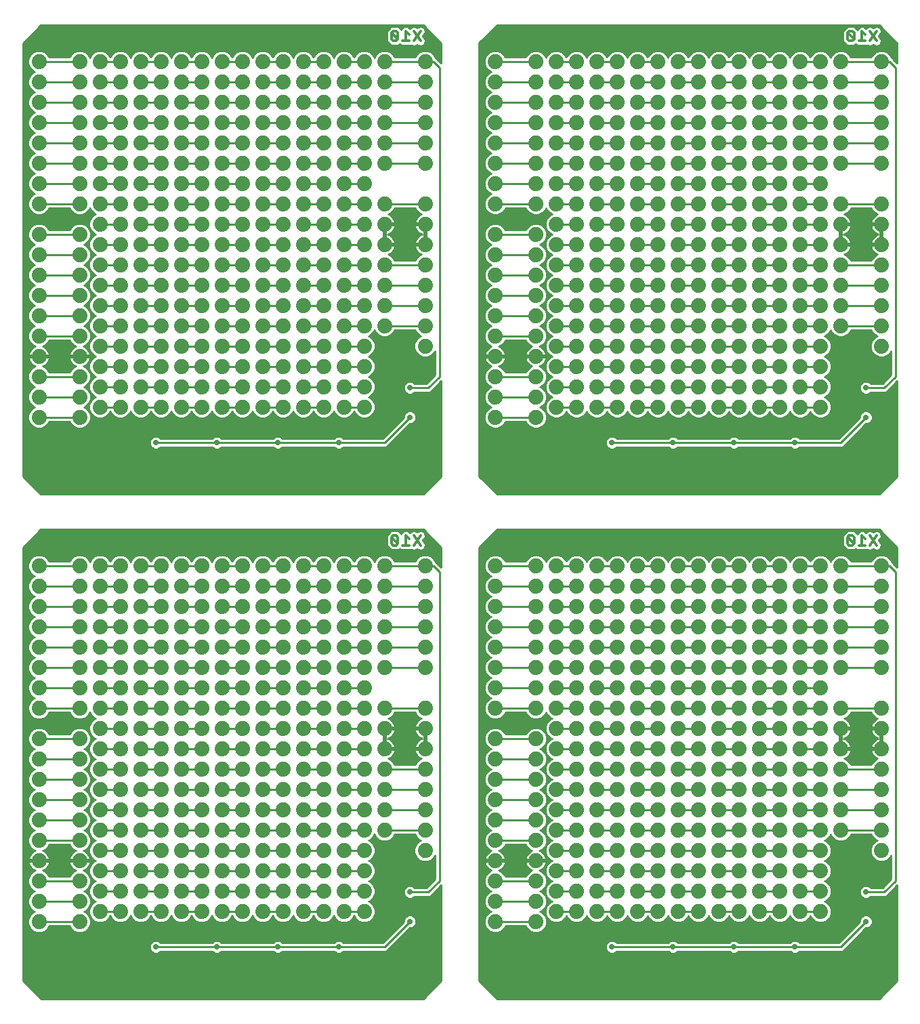
<source format=gbl>
G75*
%MOIN*%
%OFA0B0*%
%FSLAX25Y25*%
%IPPOS*%
%LPD*%
%AMOC8*
5,1,8,0,0,1.08239X$1,22.5*
%
%ADD10C,0.01200*%
%ADD11C,0.07400*%
%ADD12C,0.01000*%
%ADD13C,0.02900*%
D10*
X0268646Y0302799D02*
X0270248Y0302799D01*
X0271048Y0303600D01*
X0267846Y0306803D01*
X0267846Y0303600D01*
X0268646Y0302799D01*
X0271048Y0303600D02*
X0271048Y0306803D01*
X0270248Y0307604D01*
X0268646Y0307604D01*
X0267846Y0306803D01*
X0273370Y0302799D02*
X0276573Y0302799D01*
X0274972Y0302799D02*
X0274972Y0307604D01*
X0276573Y0306002D01*
X0278895Y0307604D02*
X0282098Y0302799D01*
X0278895Y0302799D02*
X0282098Y0307604D01*
X0492255Y0306803D02*
X0495458Y0303600D01*
X0494657Y0302799D01*
X0493056Y0302799D01*
X0492255Y0303600D01*
X0492255Y0306803D01*
X0493056Y0307604D01*
X0494657Y0307604D01*
X0495458Y0306803D01*
X0495458Y0303600D01*
X0497780Y0302799D02*
X0500982Y0302799D01*
X0499381Y0302799D02*
X0499381Y0307604D01*
X0500982Y0306002D01*
X0503304Y0307604D02*
X0506507Y0302799D01*
X0503304Y0302799D02*
X0506507Y0307604D01*
X0506507Y0550831D02*
X0503304Y0555635D01*
X0500982Y0554034D02*
X0499381Y0555635D01*
X0499381Y0550831D01*
X0500982Y0550831D02*
X0497780Y0550831D01*
X0495458Y0551632D02*
X0492255Y0554834D01*
X0492255Y0551632D01*
X0493056Y0550831D01*
X0494657Y0550831D01*
X0495458Y0551632D01*
X0495458Y0554834D01*
X0494657Y0555635D01*
X0493056Y0555635D01*
X0492255Y0554834D01*
X0503304Y0550831D02*
X0506507Y0555635D01*
X0282098Y0555635D02*
X0278895Y0550831D01*
X0276573Y0550831D02*
X0273370Y0550831D01*
X0274972Y0550831D02*
X0274972Y0555635D01*
X0276573Y0554034D01*
X0278895Y0555635D02*
X0282098Y0550831D01*
X0271048Y0551632D02*
X0267846Y0554834D01*
X0267846Y0551632D01*
X0268646Y0550831D01*
X0270248Y0550831D01*
X0271048Y0551632D01*
X0271048Y0554834D01*
X0270248Y0555635D01*
X0268646Y0555635D01*
X0267846Y0554834D01*
D11*
X0264411Y0540731D03*
X0264411Y0530731D03*
X0264411Y0520731D03*
X0264411Y0510731D03*
X0264411Y0500731D03*
X0264411Y0490731D03*
X0254411Y0490731D03*
X0254411Y0500731D03*
X0254411Y0510731D03*
X0254411Y0520731D03*
X0254411Y0530731D03*
X0254411Y0540731D03*
X0244411Y0540731D03*
X0234411Y0540731D03*
X0234411Y0530731D03*
X0244411Y0530731D03*
X0244411Y0520731D03*
X0244411Y0510731D03*
X0234411Y0510731D03*
X0234411Y0520731D03*
X0224411Y0520731D03*
X0224411Y0510731D03*
X0224411Y0500731D03*
X0224411Y0490731D03*
X0234411Y0490731D03*
X0244411Y0490731D03*
X0244411Y0500731D03*
X0234411Y0500731D03*
X0234411Y0480731D03*
X0244411Y0480731D03*
X0254411Y0480731D03*
X0254411Y0470731D03*
X0254411Y0460731D03*
X0264411Y0460731D03*
X0264411Y0470731D03*
X0284411Y0470731D03*
X0284411Y0460731D03*
X0284411Y0450731D03*
X0284411Y0440731D03*
X0284411Y0430731D03*
X0284411Y0420731D03*
X0284411Y0410731D03*
X0284411Y0400731D03*
X0264411Y0410731D03*
X0264411Y0420731D03*
X0264411Y0430731D03*
X0264411Y0440731D03*
X0264411Y0450731D03*
X0254411Y0450731D03*
X0254411Y0440731D03*
X0254411Y0430731D03*
X0254411Y0420731D03*
X0254411Y0410731D03*
X0254411Y0400731D03*
X0254411Y0390731D03*
X0254411Y0380731D03*
X0254411Y0370731D03*
X0244411Y0370731D03*
X0234411Y0370731D03*
X0234411Y0380731D03*
X0244411Y0380731D03*
X0244411Y0390731D03*
X0244411Y0400731D03*
X0234411Y0400731D03*
X0234411Y0390731D03*
X0224411Y0390731D03*
X0224411Y0400731D03*
X0224411Y0410731D03*
X0224411Y0420731D03*
X0234411Y0420731D03*
X0244411Y0420731D03*
X0244411Y0410731D03*
X0234411Y0410731D03*
X0234411Y0430731D03*
X0244411Y0430731D03*
X0244411Y0440731D03*
X0244411Y0450731D03*
X0234411Y0450731D03*
X0234411Y0440731D03*
X0224411Y0440731D03*
X0224411Y0450731D03*
X0224411Y0460731D03*
X0224411Y0470731D03*
X0234411Y0470731D03*
X0244411Y0470731D03*
X0244411Y0460731D03*
X0234411Y0460731D03*
X0224411Y0480731D03*
X0214411Y0480731D03*
X0204411Y0480731D03*
X0204411Y0490731D03*
X0214411Y0490731D03*
X0214411Y0500731D03*
X0204411Y0500731D03*
X0204411Y0510731D03*
X0214411Y0510731D03*
X0214411Y0520731D03*
X0204411Y0520731D03*
X0204411Y0530731D03*
X0214411Y0530731D03*
X0224411Y0530731D03*
X0224411Y0540731D03*
X0214411Y0540731D03*
X0204411Y0540731D03*
X0194411Y0540731D03*
X0194411Y0530731D03*
X0194411Y0520731D03*
X0194411Y0510731D03*
X0194411Y0500731D03*
X0194411Y0490731D03*
X0194411Y0480731D03*
X0194411Y0470731D03*
X0194411Y0460731D03*
X0204411Y0460731D03*
X0214411Y0460731D03*
X0214411Y0470731D03*
X0204411Y0470731D03*
X0204411Y0450731D03*
X0214411Y0450731D03*
X0214411Y0440731D03*
X0204411Y0440731D03*
X0204411Y0430731D03*
X0214411Y0430731D03*
X0224411Y0430731D03*
X0214411Y0420731D03*
X0214411Y0410731D03*
X0204411Y0410731D03*
X0204411Y0420731D03*
X0194411Y0420731D03*
X0194411Y0410731D03*
X0194411Y0400731D03*
X0194411Y0390731D03*
X0204411Y0390731D03*
X0214411Y0390731D03*
X0214411Y0400731D03*
X0204411Y0400731D03*
X0204411Y0380731D03*
X0214411Y0380731D03*
X0224411Y0380731D03*
X0224411Y0370731D03*
X0214411Y0370731D03*
X0204411Y0370731D03*
X0194411Y0370731D03*
X0194411Y0380731D03*
X0184411Y0380731D03*
X0174411Y0380731D03*
X0174411Y0390731D03*
X0184411Y0390731D03*
X0184411Y0400731D03*
X0174411Y0400731D03*
X0174411Y0410731D03*
X0184411Y0410731D03*
X0184411Y0420731D03*
X0174411Y0420731D03*
X0174411Y0430731D03*
X0184411Y0430731D03*
X0194411Y0430731D03*
X0194411Y0440731D03*
X0194411Y0450731D03*
X0184411Y0450731D03*
X0184411Y0440731D03*
X0174411Y0440731D03*
X0174411Y0450731D03*
X0174411Y0460731D03*
X0184411Y0460731D03*
X0184411Y0470731D03*
X0174411Y0470731D03*
X0174411Y0480731D03*
X0184411Y0480731D03*
X0184411Y0490731D03*
X0184411Y0500731D03*
X0174411Y0500731D03*
X0174411Y0490731D03*
X0164411Y0490731D03*
X0164411Y0500731D03*
X0164411Y0510731D03*
X0164411Y0520731D03*
X0174411Y0520731D03*
X0184411Y0520731D03*
X0184411Y0510731D03*
X0174411Y0510731D03*
X0174411Y0530731D03*
X0184411Y0530731D03*
X0184411Y0540731D03*
X0174411Y0540731D03*
X0164411Y0540731D03*
X0164411Y0530731D03*
X0154411Y0530731D03*
X0144411Y0530731D03*
X0144411Y0540731D03*
X0154411Y0540731D03*
X0134411Y0540731D03*
X0134411Y0530731D03*
X0134411Y0520731D03*
X0134411Y0510731D03*
X0144411Y0510731D03*
X0154411Y0510731D03*
X0154411Y0520731D03*
X0144411Y0520731D03*
X0144411Y0500731D03*
X0154411Y0500731D03*
X0154411Y0490731D03*
X0144411Y0490731D03*
X0144411Y0480731D03*
X0154411Y0480731D03*
X0164411Y0480731D03*
X0164411Y0470731D03*
X0164411Y0460731D03*
X0164411Y0450731D03*
X0164411Y0440731D03*
X0164411Y0430731D03*
X0164411Y0420731D03*
X0164411Y0410731D03*
X0164411Y0400731D03*
X0164411Y0390731D03*
X0164411Y0380731D03*
X0164411Y0370731D03*
X0174411Y0370731D03*
X0184411Y0370731D03*
X0154411Y0370731D03*
X0144411Y0370731D03*
X0144411Y0380731D03*
X0154411Y0380731D03*
X0154411Y0390731D03*
X0154411Y0400731D03*
X0144411Y0400731D03*
X0144411Y0390731D03*
X0134411Y0390731D03*
X0134411Y0400731D03*
X0134411Y0410731D03*
X0134411Y0420731D03*
X0144411Y0420731D03*
X0154411Y0420731D03*
X0154411Y0410731D03*
X0144411Y0410731D03*
X0144411Y0430731D03*
X0154411Y0430731D03*
X0154411Y0440731D03*
X0154411Y0450731D03*
X0144411Y0450731D03*
X0144411Y0440731D03*
X0134411Y0440731D03*
X0134411Y0450731D03*
X0134411Y0460731D03*
X0134411Y0470731D03*
X0144411Y0470731D03*
X0154411Y0470731D03*
X0154411Y0460731D03*
X0144411Y0460731D03*
X0134411Y0480731D03*
X0134411Y0490731D03*
X0134411Y0500731D03*
X0124411Y0500731D03*
X0124411Y0490731D03*
X0114411Y0490731D03*
X0114411Y0500731D03*
X0114411Y0510731D03*
X0124411Y0510731D03*
X0124411Y0520731D03*
X0114411Y0520731D03*
X0114411Y0530731D03*
X0124411Y0530731D03*
X0124411Y0540731D03*
X0114411Y0540731D03*
X0094411Y0540731D03*
X0094411Y0530731D03*
X0094411Y0520731D03*
X0094411Y0510731D03*
X0094411Y0500731D03*
X0094411Y0490731D03*
X0094411Y0480731D03*
X0094411Y0470731D03*
X0094411Y0455731D03*
X0094411Y0445731D03*
X0094411Y0435731D03*
X0094411Y0425731D03*
X0094411Y0415731D03*
X0094411Y0405731D03*
X0094411Y0395731D03*
X0094411Y0385731D03*
X0094411Y0375731D03*
X0094411Y0365731D03*
X0114411Y0365731D03*
X0124411Y0370731D03*
X0114411Y0375731D03*
X0124411Y0380731D03*
X0114411Y0385731D03*
X0114411Y0395731D03*
X0124411Y0400731D03*
X0124411Y0390731D03*
X0134411Y0380731D03*
X0134411Y0370731D03*
X0114411Y0405731D03*
X0124411Y0410731D03*
X0124411Y0420731D03*
X0114411Y0425731D03*
X0114411Y0415731D03*
X0124411Y0430731D03*
X0114411Y0435731D03*
X0114411Y0445731D03*
X0124411Y0450731D03*
X0124411Y0440731D03*
X0134411Y0430731D03*
X0114411Y0455731D03*
X0124411Y0460731D03*
X0124411Y0470731D03*
X0114411Y0470731D03*
X0114411Y0480731D03*
X0124411Y0480731D03*
X0284411Y0490731D03*
X0284411Y0500731D03*
X0284411Y0510731D03*
X0284411Y0520731D03*
X0284411Y0530731D03*
X0284411Y0540731D03*
X0318820Y0540731D03*
X0318820Y0530731D03*
X0318820Y0520731D03*
X0318820Y0510731D03*
X0318820Y0500731D03*
X0318820Y0490731D03*
X0318820Y0480731D03*
X0318820Y0470731D03*
X0318820Y0455731D03*
X0318820Y0445731D03*
X0318820Y0435731D03*
X0318820Y0425731D03*
X0318820Y0415731D03*
X0318820Y0405731D03*
X0318820Y0395731D03*
X0318820Y0385731D03*
X0318820Y0375731D03*
X0318820Y0365731D03*
X0338820Y0365731D03*
X0338820Y0375731D03*
X0338820Y0385731D03*
X0338820Y0395731D03*
X0338820Y0405731D03*
X0338820Y0415731D03*
X0338820Y0425731D03*
X0338820Y0435731D03*
X0338820Y0445731D03*
X0338820Y0455731D03*
X0348820Y0460731D03*
X0348820Y0470731D03*
X0348820Y0480731D03*
X0348820Y0490731D03*
X0348820Y0500731D03*
X0348820Y0510731D03*
X0348820Y0520731D03*
X0348820Y0530731D03*
X0348820Y0540731D03*
X0338820Y0540731D03*
X0338820Y0530731D03*
X0338820Y0520731D03*
X0338820Y0510731D03*
X0338820Y0500731D03*
X0338820Y0490731D03*
X0338820Y0480731D03*
X0338820Y0470731D03*
X0348820Y0450731D03*
X0348820Y0440731D03*
X0348820Y0430731D03*
X0348820Y0420731D03*
X0348820Y0410731D03*
X0348820Y0400731D03*
X0348820Y0390731D03*
X0348820Y0380731D03*
X0348820Y0370731D03*
X0358820Y0370731D03*
X0368820Y0370731D03*
X0368820Y0380731D03*
X0358820Y0380731D03*
X0358820Y0390731D03*
X0358820Y0400731D03*
X0368820Y0400731D03*
X0368820Y0390731D03*
X0378820Y0390731D03*
X0378820Y0400731D03*
X0378820Y0410731D03*
X0378820Y0420731D03*
X0378820Y0430731D03*
X0378820Y0440731D03*
X0378820Y0450731D03*
X0378820Y0460731D03*
X0378820Y0470731D03*
X0378820Y0480731D03*
X0378820Y0490731D03*
X0378820Y0500731D03*
X0378820Y0510731D03*
X0378820Y0520731D03*
X0378820Y0530731D03*
X0378820Y0540731D03*
X0368820Y0540731D03*
X0358820Y0540731D03*
X0358820Y0530731D03*
X0368820Y0530731D03*
X0368820Y0520731D03*
X0358820Y0520731D03*
X0358820Y0510731D03*
X0368820Y0510731D03*
X0368820Y0500731D03*
X0358820Y0500731D03*
X0358820Y0490731D03*
X0368820Y0490731D03*
X0368820Y0480731D03*
X0358820Y0480731D03*
X0358820Y0470731D03*
X0358820Y0460731D03*
X0368820Y0460731D03*
X0368820Y0470731D03*
X0368820Y0450731D03*
X0358820Y0450731D03*
X0358820Y0440731D03*
X0368820Y0440731D03*
X0368820Y0430731D03*
X0358820Y0430731D03*
X0358820Y0420731D03*
X0358820Y0410731D03*
X0368820Y0410731D03*
X0368820Y0420731D03*
X0388820Y0420731D03*
X0388820Y0410731D03*
X0398820Y0410731D03*
X0398820Y0420731D03*
X0398820Y0430731D03*
X0388820Y0430731D03*
X0388820Y0440731D03*
X0388820Y0450731D03*
X0398820Y0450731D03*
X0398820Y0440731D03*
X0408820Y0440731D03*
X0408820Y0450731D03*
X0408820Y0460731D03*
X0408820Y0470731D03*
X0408820Y0480731D03*
X0408820Y0490731D03*
X0408820Y0500731D03*
X0408820Y0510731D03*
X0408820Y0520731D03*
X0408820Y0530731D03*
X0408820Y0540731D03*
X0398820Y0540731D03*
X0388820Y0540731D03*
X0388820Y0530731D03*
X0398820Y0530731D03*
X0398820Y0520731D03*
X0388820Y0520731D03*
X0388820Y0510731D03*
X0398820Y0510731D03*
X0398820Y0500731D03*
X0388820Y0500731D03*
X0388820Y0490731D03*
X0398820Y0490731D03*
X0398820Y0480731D03*
X0388820Y0480731D03*
X0388820Y0470731D03*
X0388820Y0460731D03*
X0398820Y0460731D03*
X0398820Y0470731D03*
X0418820Y0470731D03*
X0418820Y0460731D03*
X0428820Y0460731D03*
X0428820Y0470731D03*
X0428820Y0480731D03*
X0418820Y0480731D03*
X0418820Y0490731D03*
X0418820Y0500731D03*
X0428820Y0500731D03*
X0428820Y0490731D03*
X0438820Y0490731D03*
X0438820Y0500731D03*
X0438820Y0510731D03*
X0438820Y0520731D03*
X0438820Y0530731D03*
X0438820Y0540731D03*
X0428820Y0540731D03*
X0418820Y0540731D03*
X0418820Y0530731D03*
X0428820Y0530731D03*
X0428820Y0520731D03*
X0418820Y0520731D03*
X0418820Y0510731D03*
X0428820Y0510731D03*
X0448820Y0510731D03*
X0448820Y0520731D03*
X0458820Y0520731D03*
X0458820Y0510731D03*
X0458820Y0500731D03*
X0448820Y0500731D03*
X0448820Y0490731D03*
X0458820Y0490731D03*
X0458820Y0480731D03*
X0448820Y0480731D03*
X0438820Y0480731D03*
X0438820Y0470731D03*
X0438820Y0460731D03*
X0438820Y0450731D03*
X0438820Y0440731D03*
X0428820Y0440731D03*
X0428820Y0450731D03*
X0418820Y0450731D03*
X0418820Y0440731D03*
X0418820Y0430731D03*
X0428820Y0430731D03*
X0428820Y0420731D03*
X0418820Y0420731D03*
X0418820Y0410731D03*
X0428820Y0410731D03*
X0428820Y0400731D03*
X0418820Y0400731D03*
X0418820Y0390731D03*
X0428820Y0390731D03*
X0428820Y0380731D03*
X0418820Y0380731D03*
X0408820Y0380731D03*
X0408820Y0390731D03*
X0408820Y0400731D03*
X0408820Y0410731D03*
X0408820Y0420731D03*
X0408820Y0430731D03*
X0438820Y0430731D03*
X0438820Y0420731D03*
X0438820Y0410731D03*
X0438820Y0400731D03*
X0438820Y0390731D03*
X0438820Y0380731D03*
X0438820Y0370731D03*
X0428820Y0370731D03*
X0418820Y0370731D03*
X0408820Y0370731D03*
X0398820Y0370731D03*
X0388820Y0370731D03*
X0388820Y0380731D03*
X0398820Y0380731D03*
X0398820Y0390731D03*
X0398820Y0400731D03*
X0388820Y0400731D03*
X0388820Y0390731D03*
X0378820Y0380731D03*
X0378820Y0370731D03*
X0448820Y0370731D03*
X0458820Y0370731D03*
X0458820Y0380731D03*
X0448820Y0380731D03*
X0448820Y0390731D03*
X0448820Y0400731D03*
X0458820Y0400731D03*
X0458820Y0390731D03*
X0468820Y0390731D03*
X0468820Y0400731D03*
X0468820Y0410731D03*
X0468820Y0420731D03*
X0468820Y0430731D03*
X0468820Y0440731D03*
X0468820Y0450731D03*
X0468820Y0460731D03*
X0468820Y0470731D03*
X0468820Y0480731D03*
X0468820Y0490731D03*
X0468820Y0500731D03*
X0468820Y0510731D03*
X0468820Y0520731D03*
X0468820Y0530731D03*
X0468820Y0540731D03*
X0458820Y0540731D03*
X0448820Y0540731D03*
X0448820Y0530731D03*
X0458820Y0530731D03*
X0478820Y0530731D03*
X0488820Y0530731D03*
X0488820Y0540731D03*
X0478820Y0540731D03*
X0478820Y0520731D03*
X0478820Y0510731D03*
X0488820Y0510731D03*
X0488820Y0520731D03*
X0488820Y0500731D03*
X0478820Y0500731D03*
X0478820Y0490731D03*
X0488820Y0490731D03*
X0478820Y0480731D03*
X0478820Y0470731D03*
X0478820Y0460731D03*
X0488820Y0460731D03*
X0488820Y0470731D03*
X0488820Y0450731D03*
X0478820Y0450731D03*
X0478820Y0440731D03*
X0488820Y0440731D03*
X0488820Y0430731D03*
X0478820Y0430731D03*
X0478820Y0420731D03*
X0478820Y0410731D03*
X0488820Y0410731D03*
X0488820Y0420731D03*
X0478820Y0400731D03*
X0478820Y0390731D03*
X0478820Y0380731D03*
X0468820Y0380731D03*
X0468820Y0370731D03*
X0478820Y0370731D03*
X0508820Y0400731D03*
X0508820Y0410731D03*
X0508820Y0420731D03*
X0508820Y0430731D03*
X0508820Y0440731D03*
X0508820Y0450731D03*
X0508820Y0460731D03*
X0508820Y0470731D03*
X0508820Y0490731D03*
X0508820Y0500731D03*
X0508820Y0510731D03*
X0508820Y0520731D03*
X0508820Y0530731D03*
X0508820Y0540731D03*
X0458820Y0470731D03*
X0448820Y0470731D03*
X0448820Y0460731D03*
X0458820Y0460731D03*
X0458820Y0450731D03*
X0448820Y0450731D03*
X0448820Y0440731D03*
X0458820Y0440731D03*
X0458820Y0430731D03*
X0448820Y0430731D03*
X0448820Y0420731D03*
X0448820Y0410731D03*
X0458820Y0410731D03*
X0458820Y0420731D03*
X0458820Y0292699D03*
X0448820Y0292699D03*
X0448820Y0282699D03*
X0458820Y0282699D03*
X0458820Y0272699D03*
X0458820Y0262699D03*
X0448820Y0262699D03*
X0448820Y0272699D03*
X0438820Y0272699D03*
X0438820Y0262699D03*
X0438820Y0252699D03*
X0438820Y0242699D03*
X0438820Y0232699D03*
X0438820Y0222699D03*
X0438820Y0212699D03*
X0438820Y0202699D03*
X0438820Y0192699D03*
X0438820Y0182699D03*
X0438820Y0172699D03*
X0438820Y0162699D03*
X0438820Y0152699D03*
X0438820Y0142699D03*
X0438820Y0132699D03*
X0438820Y0122699D03*
X0428820Y0122699D03*
X0418820Y0122699D03*
X0408820Y0122699D03*
X0398820Y0122699D03*
X0388820Y0122699D03*
X0378820Y0122699D03*
X0368820Y0122699D03*
X0358820Y0122699D03*
X0348820Y0122699D03*
X0348820Y0132699D03*
X0358820Y0132699D03*
X0368820Y0132699D03*
X0378820Y0132699D03*
X0388820Y0132699D03*
X0398820Y0132699D03*
X0408820Y0132699D03*
X0418820Y0132699D03*
X0428820Y0132699D03*
X0428820Y0142699D03*
X0418820Y0142699D03*
X0418820Y0152699D03*
X0428820Y0152699D03*
X0428820Y0162699D03*
X0418820Y0162699D03*
X0418820Y0172699D03*
X0428820Y0172699D03*
X0428820Y0182699D03*
X0418820Y0182699D03*
X0408820Y0182699D03*
X0408820Y0172699D03*
X0408820Y0162699D03*
X0408820Y0152699D03*
X0408820Y0142699D03*
X0398820Y0142699D03*
X0388820Y0142699D03*
X0388820Y0152699D03*
X0398820Y0152699D03*
X0398820Y0162699D03*
X0388820Y0162699D03*
X0388820Y0172699D03*
X0398820Y0172699D03*
X0398820Y0182699D03*
X0388820Y0182699D03*
X0378820Y0182699D03*
X0378820Y0172699D03*
X0378820Y0162699D03*
X0378820Y0152699D03*
X0378820Y0142699D03*
X0368820Y0142699D03*
X0358820Y0142699D03*
X0358820Y0152699D03*
X0368820Y0152699D03*
X0368820Y0162699D03*
X0358820Y0162699D03*
X0358820Y0172699D03*
X0368820Y0172699D03*
X0368820Y0182699D03*
X0358820Y0182699D03*
X0348820Y0182699D03*
X0348820Y0172699D03*
X0348820Y0162699D03*
X0348820Y0152699D03*
X0348820Y0142699D03*
X0338820Y0137699D03*
X0338820Y0147699D03*
X0338820Y0157699D03*
X0338820Y0167699D03*
X0338820Y0177699D03*
X0338820Y0187699D03*
X0338820Y0197699D03*
X0338820Y0207699D03*
X0348820Y0202699D03*
X0348820Y0192699D03*
X0358820Y0192699D03*
X0368820Y0192699D03*
X0368820Y0202699D03*
X0358820Y0202699D03*
X0358820Y0212699D03*
X0368820Y0212699D03*
X0368820Y0222699D03*
X0358820Y0222699D03*
X0348820Y0222699D03*
X0348820Y0212699D03*
X0338820Y0222699D03*
X0338820Y0232699D03*
X0348820Y0232699D03*
X0358820Y0232699D03*
X0368820Y0232699D03*
X0378820Y0232699D03*
X0378820Y0222699D03*
X0378820Y0212699D03*
X0378820Y0202699D03*
X0378820Y0192699D03*
X0388820Y0192699D03*
X0398820Y0192699D03*
X0398820Y0202699D03*
X0388820Y0202699D03*
X0388820Y0212699D03*
X0398820Y0212699D03*
X0398820Y0222699D03*
X0388820Y0222699D03*
X0388820Y0232699D03*
X0398820Y0232699D03*
X0408820Y0232699D03*
X0408820Y0222699D03*
X0408820Y0212699D03*
X0408820Y0202699D03*
X0408820Y0192699D03*
X0418820Y0192699D03*
X0428820Y0192699D03*
X0428820Y0202699D03*
X0418820Y0202699D03*
X0418820Y0212699D03*
X0428820Y0212699D03*
X0428820Y0222699D03*
X0418820Y0222699D03*
X0418820Y0232699D03*
X0428820Y0232699D03*
X0428820Y0242699D03*
X0418820Y0242699D03*
X0418820Y0252699D03*
X0428820Y0252699D03*
X0428820Y0262699D03*
X0418820Y0262699D03*
X0418820Y0272699D03*
X0428820Y0272699D03*
X0428820Y0282699D03*
X0418820Y0282699D03*
X0408820Y0282699D03*
X0408820Y0272699D03*
X0408820Y0262699D03*
X0408820Y0252699D03*
X0408820Y0242699D03*
X0398820Y0242699D03*
X0388820Y0242699D03*
X0388820Y0252699D03*
X0398820Y0252699D03*
X0398820Y0262699D03*
X0388820Y0262699D03*
X0388820Y0272699D03*
X0398820Y0272699D03*
X0398820Y0282699D03*
X0388820Y0282699D03*
X0378820Y0282699D03*
X0378820Y0272699D03*
X0378820Y0262699D03*
X0378820Y0252699D03*
X0378820Y0242699D03*
X0368820Y0242699D03*
X0358820Y0242699D03*
X0358820Y0252699D03*
X0368820Y0252699D03*
X0368820Y0262699D03*
X0358820Y0262699D03*
X0358820Y0272699D03*
X0368820Y0272699D03*
X0368820Y0282699D03*
X0358820Y0282699D03*
X0348820Y0282699D03*
X0348820Y0272699D03*
X0348820Y0262699D03*
X0348820Y0252699D03*
X0348820Y0242699D03*
X0338820Y0242699D03*
X0338820Y0252699D03*
X0338820Y0262699D03*
X0338820Y0272699D03*
X0338820Y0282699D03*
X0338820Y0292699D03*
X0348820Y0292699D03*
X0358820Y0292699D03*
X0368820Y0292699D03*
X0378820Y0292699D03*
X0388820Y0292699D03*
X0398820Y0292699D03*
X0408820Y0292699D03*
X0418820Y0292699D03*
X0428820Y0292699D03*
X0438820Y0292699D03*
X0438820Y0282699D03*
X0468820Y0282699D03*
X0468820Y0272699D03*
X0468820Y0262699D03*
X0468820Y0252699D03*
X0468820Y0242699D03*
X0468820Y0232699D03*
X0468820Y0222699D03*
X0468820Y0212699D03*
X0468820Y0202699D03*
X0468820Y0192699D03*
X0468820Y0182699D03*
X0468820Y0172699D03*
X0468820Y0162699D03*
X0468820Y0152699D03*
X0468820Y0142699D03*
X0468820Y0132699D03*
X0468820Y0122699D03*
X0458820Y0122699D03*
X0448820Y0122699D03*
X0448820Y0132699D03*
X0458820Y0132699D03*
X0458820Y0142699D03*
X0448820Y0142699D03*
X0448820Y0152699D03*
X0458820Y0152699D03*
X0458820Y0162699D03*
X0448820Y0162699D03*
X0448820Y0172699D03*
X0458820Y0172699D03*
X0458820Y0182699D03*
X0448820Y0182699D03*
X0448820Y0192699D03*
X0458820Y0192699D03*
X0458820Y0202699D03*
X0448820Y0202699D03*
X0448820Y0212699D03*
X0458820Y0212699D03*
X0458820Y0222699D03*
X0448820Y0222699D03*
X0448820Y0232699D03*
X0458820Y0232699D03*
X0458820Y0242699D03*
X0448820Y0242699D03*
X0448820Y0252699D03*
X0458820Y0252699D03*
X0478820Y0252699D03*
X0478820Y0242699D03*
X0488820Y0242699D03*
X0488820Y0252699D03*
X0488820Y0262699D03*
X0478820Y0262699D03*
X0478820Y0272699D03*
X0488820Y0272699D03*
X0488820Y0282699D03*
X0478820Y0282699D03*
X0478820Y0292699D03*
X0488820Y0292699D03*
X0468820Y0292699D03*
X0508820Y0292699D03*
X0508820Y0282699D03*
X0508820Y0272699D03*
X0508820Y0262699D03*
X0508820Y0252699D03*
X0508820Y0242699D03*
X0508820Y0222699D03*
X0508820Y0212699D03*
X0508820Y0202699D03*
X0508820Y0192699D03*
X0508820Y0182699D03*
X0508820Y0172699D03*
X0508820Y0162699D03*
X0508820Y0152699D03*
X0488820Y0162699D03*
X0478820Y0162699D03*
X0478820Y0172699D03*
X0488820Y0172699D03*
X0488820Y0182699D03*
X0478820Y0182699D03*
X0478820Y0192699D03*
X0488820Y0192699D03*
X0488820Y0202699D03*
X0478820Y0202699D03*
X0478820Y0212699D03*
X0488820Y0212699D03*
X0488820Y0222699D03*
X0478820Y0222699D03*
X0478820Y0232699D03*
X0478820Y0152699D03*
X0478820Y0142699D03*
X0478820Y0132699D03*
X0478820Y0122699D03*
X0338820Y0117699D03*
X0338820Y0127699D03*
X0318820Y0127699D03*
X0318820Y0117699D03*
X0318820Y0137699D03*
X0318820Y0147699D03*
X0318820Y0157699D03*
X0318820Y0167699D03*
X0318820Y0177699D03*
X0318820Y0187699D03*
X0318820Y0197699D03*
X0318820Y0207699D03*
X0318820Y0222699D03*
X0318820Y0232699D03*
X0318820Y0242699D03*
X0318820Y0252699D03*
X0318820Y0262699D03*
X0318820Y0272699D03*
X0318820Y0282699D03*
X0318820Y0292699D03*
X0284411Y0292699D03*
X0284411Y0282699D03*
X0284411Y0272699D03*
X0284411Y0262699D03*
X0284411Y0252699D03*
X0284411Y0242699D03*
X0264411Y0242699D03*
X0264411Y0252699D03*
X0254411Y0252699D03*
X0254411Y0242699D03*
X0254411Y0232699D03*
X0254411Y0222699D03*
X0254411Y0212699D03*
X0254411Y0202699D03*
X0254411Y0192699D03*
X0254411Y0182699D03*
X0254411Y0172699D03*
X0254411Y0162699D03*
X0254411Y0152699D03*
X0254411Y0142699D03*
X0254411Y0132699D03*
X0254411Y0122699D03*
X0244411Y0122699D03*
X0234411Y0122699D03*
X0224411Y0122699D03*
X0214411Y0122699D03*
X0204411Y0122699D03*
X0194411Y0122699D03*
X0184411Y0122699D03*
X0174411Y0122699D03*
X0164411Y0122699D03*
X0154411Y0122699D03*
X0144411Y0122699D03*
X0134411Y0122699D03*
X0124411Y0122699D03*
X0114411Y0117699D03*
X0114411Y0127699D03*
X0124411Y0132699D03*
X0114411Y0137699D03*
X0114411Y0147699D03*
X0124411Y0142699D03*
X0124411Y0152699D03*
X0114411Y0157699D03*
X0124411Y0162699D03*
X0124411Y0172699D03*
X0114411Y0167699D03*
X0114411Y0177699D03*
X0124411Y0182699D03*
X0114411Y0187699D03*
X0114411Y0197699D03*
X0124411Y0192699D03*
X0124411Y0202699D03*
X0114411Y0207699D03*
X0124411Y0212699D03*
X0124411Y0222699D03*
X0114411Y0222699D03*
X0114411Y0232699D03*
X0124411Y0232699D03*
X0134411Y0232699D03*
X0134411Y0222699D03*
X0134411Y0212699D03*
X0134411Y0202699D03*
X0134411Y0192699D03*
X0134411Y0182699D03*
X0134411Y0172699D03*
X0134411Y0162699D03*
X0134411Y0152699D03*
X0134411Y0142699D03*
X0134411Y0132699D03*
X0144411Y0132699D03*
X0154411Y0132699D03*
X0164411Y0132699D03*
X0174411Y0132699D03*
X0184411Y0132699D03*
X0194411Y0132699D03*
X0204411Y0132699D03*
X0214411Y0132699D03*
X0224411Y0132699D03*
X0234411Y0132699D03*
X0244411Y0132699D03*
X0244411Y0142699D03*
X0234411Y0142699D03*
X0234411Y0152699D03*
X0244411Y0152699D03*
X0244411Y0162699D03*
X0234411Y0162699D03*
X0234411Y0172699D03*
X0244411Y0172699D03*
X0244411Y0182699D03*
X0234411Y0182699D03*
X0224411Y0182699D03*
X0224411Y0172699D03*
X0224411Y0162699D03*
X0224411Y0152699D03*
X0224411Y0142699D03*
X0214411Y0142699D03*
X0204411Y0142699D03*
X0204411Y0152699D03*
X0214411Y0152699D03*
X0214411Y0162699D03*
X0204411Y0162699D03*
X0204411Y0172699D03*
X0214411Y0172699D03*
X0214411Y0182699D03*
X0204411Y0182699D03*
X0194411Y0182699D03*
X0194411Y0172699D03*
X0194411Y0162699D03*
X0194411Y0152699D03*
X0194411Y0142699D03*
X0184411Y0142699D03*
X0174411Y0142699D03*
X0174411Y0152699D03*
X0184411Y0152699D03*
X0184411Y0162699D03*
X0174411Y0162699D03*
X0174411Y0172699D03*
X0184411Y0172699D03*
X0184411Y0182699D03*
X0174411Y0182699D03*
X0164411Y0182699D03*
X0164411Y0172699D03*
X0164411Y0162699D03*
X0164411Y0152699D03*
X0164411Y0142699D03*
X0154411Y0142699D03*
X0144411Y0142699D03*
X0144411Y0152699D03*
X0154411Y0152699D03*
X0154411Y0162699D03*
X0144411Y0162699D03*
X0144411Y0172699D03*
X0154411Y0172699D03*
X0154411Y0182699D03*
X0144411Y0182699D03*
X0144411Y0192699D03*
X0154411Y0192699D03*
X0154411Y0202699D03*
X0144411Y0202699D03*
X0144411Y0212699D03*
X0154411Y0212699D03*
X0154411Y0222699D03*
X0144411Y0222699D03*
X0144411Y0232699D03*
X0154411Y0232699D03*
X0164411Y0232699D03*
X0164411Y0222699D03*
X0164411Y0212699D03*
X0164411Y0202699D03*
X0164411Y0192699D03*
X0174411Y0192699D03*
X0184411Y0192699D03*
X0184411Y0202699D03*
X0174411Y0202699D03*
X0174411Y0212699D03*
X0184411Y0212699D03*
X0184411Y0222699D03*
X0174411Y0222699D03*
X0174411Y0232699D03*
X0184411Y0232699D03*
X0194411Y0232699D03*
X0194411Y0222699D03*
X0194411Y0212699D03*
X0194411Y0202699D03*
X0194411Y0192699D03*
X0204411Y0192699D03*
X0214411Y0192699D03*
X0214411Y0202699D03*
X0204411Y0202699D03*
X0204411Y0212699D03*
X0214411Y0212699D03*
X0214411Y0222699D03*
X0204411Y0222699D03*
X0204411Y0232699D03*
X0214411Y0232699D03*
X0224411Y0232699D03*
X0224411Y0222699D03*
X0224411Y0212699D03*
X0224411Y0202699D03*
X0224411Y0192699D03*
X0234411Y0192699D03*
X0244411Y0192699D03*
X0244411Y0202699D03*
X0234411Y0202699D03*
X0234411Y0212699D03*
X0244411Y0212699D03*
X0244411Y0222699D03*
X0234411Y0222699D03*
X0234411Y0232699D03*
X0244411Y0232699D03*
X0244411Y0242699D03*
X0234411Y0242699D03*
X0234411Y0252699D03*
X0244411Y0252699D03*
X0244411Y0262699D03*
X0234411Y0262699D03*
X0234411Y0272699D03*
X0244411Y0272699D03*
X0254411Y0272699D03*
X0254411Y0262699D03*
X0264411Y0262699D03*
X0264411Y0272699D03*
X0264411Y0282699D03*
X0254411Y0282699D03*
X0244411Y0282699D03*
X0234411Y0282699D03*
X0224411Y0282699D03*
X0224411Y0272699D03*
X0224411Y0262699D03*
X0224411Y0252699D03*
X0224411Y0242699D03*
X0214411Y0242699D03*
X0204411Y0242699D03*
X0204411Y0252699D03*
X0214411Y0252699D03*
X0214411Y0262699D03*
X0204411Y0262699D03*
X0204411Y0272699D03*
X0214411Y0272699D03*
X0214411Y0282699D03*
X0204411Y0282699D03*
X0194411Y0282699D03*
X0194411Y0272699D03*
X0194411Y0262699D03*
X0194411Y0252699D03*
X0194411Y0242699D03*
X0184411Y0242699D03*
X0174411Y0242699D03*
X0174411Y0252699D03*
X0184411Y0252699D03*
X0184411Y0262699D03*
X0174411Y0262699D03*
X0174411Y0272699D03*
X0184411Y0272699D03*
X0184411Y0282699D03*
X0174411Y0282699D03*
X0164411Y0282699D03*
X0164411Y0272699D03*
X0164411Y0262699D03*
X0164411Y0252699D03*
X0164411Y0242699D03*
X0154411Y0242699D03*
X0144411Y0242699D03*
X0144411Y0252699D03*
X0154411Y0252699D03*
X0154411Y0262699D03*
X0144411Y0262699D03*
X0144411Y0272699D03*
X0154411Y0272699D03*
X0154411Y0282699D03*
X0144411Y0282699D03*
X0134411Y0282699D03*
X0134411Y0272699D03*
X0134411Y0262699D03*
X0134411Y0252699D03*
X0134411Y0242699D03*
X0124411Y0242699D03*
X0114411Y0242699D03*
X0114411Y0252699D03*
X0124411Y0252699D03*
X0124411Y0262699D03*
X0114411Y0262699D03*
X0114411Y0272699D03*
X0124411Y0272699D03*
X0124411Y0282699D03*
X0114411Y0282699D03*
X0114411Y0292699D03*
X0124411Y0292699D03*
X0134411Y0292699D03*
X0144411Y0292699D03*
X0154411Y0292699D03*
X0164411Y0292699D03*
X0174411Y0292699D03*
X0184411Y0292699D03*
X0194411Y0292699D03*
X0204411Y0292699D03*
X0214411Y0292699D03*
X0224411Y0292699D03*
X0234411Y0292699D03*
X0244411Y0292699D03*
X0254411Y0292699D03*
X0264411Y0292699D03*
X0264411Y0222699D03*
X0264411Y0212699D03*
X0264411Y0202699D03*
X0264411Y0192699D03*
X0264411Y0182699D03*
X0264411Y0172699D03*
X0264411Y0162699D03*
X0284411Y0162699D03*
X0284411Y0172699D03*
X0284411Y0182699D03*
X0284411Y0192699D03*
X0284411Y0202699D03*
X0284411Y0212699D03*
X0284411Y0222699D03*
X0284411Y0152699D03*
X0094411Y0147699D03*
X0094411Y0137699D03*
X0094411Y0127699D03*
X0094411Y0117699D03*
X0094411Y0157699D03*
X0094411Y0167699D03*
X0094411Y0177699D03*
X0094411Y0187699D03*
X0094411Y0197699D03*
X0094411Y0207699D03*
X0094411Y0222699D03*
X0094411Y0232699D03*
X0094411Y0242699D03*
X0094411Y0252699D03*
X0094411Y0262699D03*
X0094411Y0272699D03*
X0094411Y0282699D03*
X0094411Y0292699D03*
D12*
X0087537Y0087685D02*
X0291284Y0087685D01*
X0290286Y0086686D02*
X0088535Y0086686D01*
X0089534Y0085688D02*
X0289287Y0085688D01*
X0288289Y0084689D02*
X0090532Y0084689D01*
X0091531Y0083691D02*
X0287290Y0083691D01*
X0286292Y0082692D02*
X0092529Y0082692D01*
X0093528Y0081694D02*
X0285293Y0081694D01*
X0284295Y0080695D02*
X0094526Y0080695D01*
X0095422Y0079799D02*
X0086511Y0088711D01*
X0086511Y0301688D01*
X0095322Y0310499D01*
X0283499Y0310499D01*
X0292311Y0301688D01*
X0292311Y0291911D01*
X0290611Y0293611D01*
X0289360Y0294861D01*
X0288988Y0295758D01*
X0287469Y0297277D01*
X0285485Y0298099D01*
X0283336Y0298099D01*
X0281352Y0297277D01*
X0279833Y0295758D01*
X0279477Y0294899D01*
X0269344Y0294899D01*
X0268988Y0295758D01*
X0267469Y0297277D01*
X0265485Y0298099D01*
X0263336Y0298099D01*
X0261352Y0297277D01*
X0259833Y0295758D01*
X0259411Y0294739D01*
X0258988Y0295758D01*
X0257469Y0297277D01*
X0255485Y0298099D01*
X0253336Y0298099D01*
X0251352Y0297277D01*
X0249833Y0295758D01*
X0249477Y0294899D01*
X0249344Y0294899D01*
X0248988Y0295758D01*
X0247469Y0297277D01*
X0245485Y0298099D01*
X0243336Y0298099D01*
X0241352Y0297277D01*
X0239833Y0295758D01*
X0239411Y0294739D01*
X0238988Y0295758D01*
X0237469Y0297277D01*
X0235485Y0298099D01*
X0233336Y0298099D01*
X0231352Y0297277D01*
X0229833Y0295758D01*
X0229477Y0294899D01*
X0229344Y0294899D01*
X0228988Y0295758D01*
X0227469Y0297277D01*
X0225485Y0298099D01*
X0223336Y0298099D01*
X0221352Y0297277D01*
X0219833Y0295758D01*
X0219411Y0294739D01*
X0218988Y0295758D01*
X0217469Y0297277D01*
X0215485Y0298099D01*
X0213336Y0298099D01*
X0211352Y0297277D01*
X0209833Y0295758D01*
X0209477Y0294899D01*
X0209344Y0294899D01*
X0208988Y0295758D01*
X0207469Y0297277D01*
X0205485Y0298099D01*
X0203336Y0298099D01*
X0201352Y0297277D01*
X0199833Y0295758D01*
X0199411Y0294739D01*
X0198988Y0295758D01*
X0197469Y0297277D01*
X0195485Y0298099D01*
X0193336Y0298099D01*
X0191352Y0297277D01*
X0189833Y0295758D01*
X0189477Y0294899D01*
X0189344Y0294899D01*
X0188988Y0295758D01*
X0187469Y0297277D01*
X0185485Y0298099D01*
X0183336Y0298099D01*
X0181352Y0297277D01*
X0179833Y0295758D01*
X0179411Y0294739D01*
X0178988Y0295758D01*
X0177469Y0297277D01*
X0175485Y0298099D01*
X0173336Y0298099D01*
X0171352Y0297277D01*
X0169833Y0295758D01*
X0169477Y0294899D01*
X0169344Y0294899D01*
X0168988Y0295758D01*
X0167469Y0297277D01*
X0165485Y0298099D01*
X0163336Y0298099D01*
X0161352Y0297277D01*
X0159833Y0295758D01*
X0159411Y0294739D01*
X0158988Y0295758D01*
X0157469Y0297277D01*
X0155485Y0298099D01*
X0153336Y0298099D01*
X0151352Y0297277D01*
X0149833Y0295758D01*
X0149477Y0294899D01*
X0149344Y0294899D01*
X0148988Y0295758D01*
X0147469Y0297277D01*
X0145485Y0298099D01*
X0143336Y0298099D01*
X0141352Y0297277D01*
X0139833Y0295758D01*
X0139411Y0294739D01*
X0138988Y0295758D01*
X0137469Y0297277D01*
X0135485Y0298099D01*
X0133336Y0298099D01*
X0131352Y0297277D01*
X0129833Y0295758D01*
X0129477Y0294899D01*
X0129344Y0294899D01*
X0128988Y0295758D01*
X0127469Y0297277D01*
X0125485Y0298099D01*
X0123336Y0298099D01*
X0121352Y0297277D01*
X0119833Y0295758D01*
X0119411Y0294739D01*
X0118988Y0295758D01*
X0117469Y0297277D01*
X0115485Y0298099D01*
X0113336Y0298099D01*
X0111352Y0297277D01*
X0109833Y0295758D01*
X0109477Y0294899D01*
X0099344Y0294899D01*
X0098988Y0295758D01*
X0097469Y0297277D01*
X0095485Y0298099D01*
X0093336Y0298099D01*
X0091352Y0297277D01*
X0089833Y0295758D01*
X0089011Y0293774D01*
X0089011Y0291625D01*
X0089833Y0289641D01*
X0091352Y0288122D01*
X0092371Y0287699D01*
X0091352Y0287277D01*
X0089833Y0285758D01*
X0089011Y0283774D01*
X0089011Y0281625D01*
X0089833Y0279641D01*
X0091352Y0278122D01*
X0092371Y0277699D01*
X0091352Y0277277D01*
X0089833Y0275758D01*
X0089011Y0273774D01*
X0089011Y0271625D01*
X0089833Y0269641D01*
X0091352Y0268122D01*
X0092371Y0267699D01*
X0091352Y0267277D01*
X0089833Y0265758D01*
X0089011Y0263774D01*
X0089011Y0261625D01*
X0089833Y0259641D01*
X0091352Y0258122D01*
X0092371Y0257699D01*
X0091352Y0257277D01*
X0089833Y0255758D01*
X0089011Y0253774D01*
X0089011Y0251625D01*
X0089833Y0249641D01*
X0091352Y0248122D01*
X0092371Y0247699D01*
X0091352Y0247277D01*
X0089833Y0245758D01*
X0089011Y0243774D01*
X0089011Y0241625D01*
X0089833Y0239641D01*
X0091352Y0238122D01*
X0092371Y0237699D01*
X0091352Y0237277D01*
X0089833Y0235758D01*
X0089011Y0233774D01*
X0089011Y0231625D01*
X0089833Y0229641D01*
X0091352Y0228122D01*
X0092371Y0227699D01*
X0091352Y0227277D01*
X0089833Y0225758D01*
X0089011Y0223774D01*
X0089011Y0221625D01*
X0089833Y0219641D01*
X0091352Y0218122D01*
X0093336Y0217299D01*
X0095485Y0217299D01*
X0097469Y0218122D01*
X0098988Y0219641D01*
X0099344Y0220499D01*
X0109477Y0220499D01*
X0109833Y0219641D01*
X0111352Y0218122D01*
X0113336Y0217299D01*
X0115485Y0217299D01*
X0117469Y0218122D01*
X0118988Y0219641D01*
X0119411Y0220660D01*
X0119833Y0219641D01*
X0121352Y0218122D01*
X0122371Y0217699D01*
X0121352Y0217277D01*
X0119833Y0215758D01*
X0119011Y0213774D01*
X0119011Y0211625D01*
X0119833Y0209641D01*
X0121352Y0208122D01*
X0122371Y0207699D01*
X0121352Y0207277D01*
X0119833Y0205758D01*
X0119011Y0203774D01*
X0119011Y0201625D01*
X0119833Y0199641D01*
X0121352Y0198122D01*
X0122371Y0197699D01*
X0121352Y0197277D01*
X0119833Y0195758D01*
X0119011Y0193774D01*
X0119011Y0191625D01*
X0119833Y0189641D01*
X0121352Y0188122D01*
X0122371Y0187699D01*
X0121352Y0187277D01*
X0119833Y0185758D01*
X0119011Y0183774D01*
X0119011Y0181625D01*
X0119833Y0179641D01*
X0121352Y0178122D01*
X0122371Y0177699D01*
X0121352Y0177277D01*
X0119833Y0175758D01*
X0119011Y0173774D01*
X0119011Y0171625D01*
X0119833Y0169641D01*
X0121352Y0168122D01*
X0122371Y0167699D01*
X0121352Y0167277D01*
X0119833Y0165758D01*
X0119011Y0163774D01*
X0119011Y0161625D01*
X0119833Y0159641D01*
X0121352Y0158122D01*
X0122371Y0157699D01*
X0121352Y0157277D01*
X0119833Y0155758D01*
X0119011Y0153774D01*
X0119011Y0151625D01*
X0119833Y0149641D01*
X0121352Y0148122D01*
X0122371Y0147699D01*
X0121352Y0147277D01*
X0119833Y0145758D01*
X0119011Y0143774D01*
X0119011Y0141625D01*
X0119833Y0139641D01*
X0121352Y0138122D01*
X0122371Y0137699D01*
X0121352Y0137277D01*
X0119833Y0135758D01*
X0119011Y0133774D01*
X0119011Y0131625D01*
X0119833Y0129641D01*
X0121352Y0128122D01*
X0122371Y0127699D01*
X0121352Y0127277D01*
X0119833Y0125758D01*
X0119011Y0123774D01*
X0119011Y0121625D01*
X0119833Y0119641D01*
X0121352Y0118122D01*
X0123336Y0117299D01*
X0125485Y0117299D01*
X0127469Y0118122D01*
X0128988Y0119641D01*
X0129344Y0120499D01*
X0129477Y0120499D01*
X0129833Y0119641D01*
X0131352Y0118122D01*
X0133336Y0117299D01*
X0135485Y0117299D01*
X0137469Y0118122D01*
X0138988Y0119641D01*
X0139411Y0120660D01*
X0139833Y0119641D01*
X0141352Y0118122D01*
X0143336Y0117299D01*
X0145485Y0117299D01*
X0147469Y0118122D01*
X0148988Y0119641D01*
X0149344Y0120499D01*
X0149477Y0120499D01*
X0149833Y0119641D01*
X0151352Y0118122D01*
X0153336Y0117299D01*
X0155485Y0117299D01*
X0157469Y0118122D01*
X0158988Y0119641D01*
X0159411Y0120660D01*
X0159833Y0119641D01*
X0161352Y0118122D01*
X0163336Y0117299D01*
X0165485Y0117299D01*
X0167469Y0118122D01*
X0168988Y0119641D01*
X0169344Y0120499D01*
X0169477Y0120499D01*
X0169833Y0119641D01*
X0171352Y0118122D01*
X0173336Y0117299D01*
X0175485Y0117299D01*
X0177469Y0118122D01*
X0178988Y0119641D01*
X0179411Y0120660D01*
X0179833Y0119641D01*
X0181352Y0118122D01*
X0183336Y0117299D01*
X0185485Y0117299D01*
X0187469Y0118122D01*
X0188988Y0119641D01*
X0189344Y0120499D01*
X0189477Y0120499D01*
X0189833Y0119641D01*
X0191352Y0118122D01*
X0193336Y0117299D01*
X0195485Y0117299D01*
X0197469Y0118122D01*
X0198988Y0119641D01*
X0199411Y0120660D01*
X0199833Y0119641D01*
X0201352Y0118122D01*
X0203336Y0117299D01*
X0205485Y0117299D01*
X0207469Y0118122D01*
X0208988Y0119641D01*
X0209344Y0120499D01*
X0209477Y0120499D01*
X0209833Y0119641D01*
X0211352Y0118122D01*
X0213336Y0117299D01*
X0215485Y0117299D01*
X0217469Y0118122D01*
X0218988Y0119641D01*
X0219411Y0120660D01*
X0219833Y0119641D01*
X0221352Y0118122D01*
X0223336Y0117299D01*
X0225485Y0117299D01*
X0227469Y0118122D01*
X0228988Y0119641D01*
X0229344Y0120499D01*
X0229477Y0120499D01*
X0229833Y0119641D01*
X0231352Y0118122D01*
X0233336Y0117299D01*
X0235485Y0117299D01*
X0237469Y0118122D01*
X0238988Y0119641D01*
X0239411Y0120660D01*
X0239833Y0119641D01*
X0241352Y0118122D01*
X0243336Y0117299D01*
X0245485Y0117299D01*
X0247469Y0118122D01*
X0248988Y0119641D01*
X0249344Y0120499D01*
X0249477Y0120499D01*
X0249833Y0119641D01*
X0251352Y0118122D01*
X0253336Y0117299D01*
X0255485Y0117299D01*
X0257469Y0118122D01*
X0258988Y0119641D01*
X0259811Y0121625D01*
X0259811Y0123774D01*
X0258988Y0125758D01*
X0257469Y0127277D01*
X0256450Y0127699D01*
X0257469Y0128122D01*
X0258988Y0129641D01*
X0259811Y0131625D01*
X0259811Y0133774D01*
X0258988Y0135758D01*
X0257469Y0137277D01*
X0256450Y0137699D01*
X0257469Y0138122D01*
X0258988Y0139641D01*
X0259811Y0141625D01*
X0259811Y0143774D01*
X0258988Y0145758D01*
X0257469Y0147277D01*
X0256450Y0147699D01*
X0257469Y0148122D01*
X0258988Y0149641D01*
X0259811Y0151625D01*
X0259811Y0153774D01*
X0258988Y0155758D01*
X0257469Y0157277D01*
X0256450Y0157699D01*
X0257469Y0158122D01*
X0258988Y0159641D01*
X0259411Y0160660D01*
X0259833Y0159641D01*
X0261352Y0158122D01*
X0263336Y0157299D01*
X0265485Y0157299D01*
X0267469Y0158122D01*
X0268988Y0159641D01*
X0269344Y0160499D01*
X0279477Y0160499D01*
X0279833Y0159641D01*
X0281352Y0158122D01*
X0282371Y0157699D01*
X0281352Y0157277D01*
X0279833Y0155758D01*
X0279011Y0153774D01*
X0279011Y0151625D01*
X0279833Y0149641D01*
X0281352Y0148122D01*
X0283336Y0147299D01*
X0285485Y0147299D01*
X0287469Y0148122D01*
X0288988Y0149641D01*
X0289211Y0150177D01*
X0289211Y0138611D01*
X0284999Y0134399D01*
X0279165Y0134399D01*
X0278695Y0134870D01*
X0277537Y0135349D01*
X0276284Y0135349D01*
X0275126Y0134870D01*
X0274240Y0133984D01*
X0273761Y0132826D01*
X0273761Y0131573D01*
X0274240Y0130415D01*
X0275126Y0129529D01*
X0276284Y0129049D01*
X0277537Y0129049D01*
X0278695Y0129529D01*
X0279165Y0129999D01*
X0286822Y0129999D01*
X0292311Y0135488D01*
X0292311Y0088711D01*
X0283399Y0079799D01*
X0095422Y0079799D01*
X0086538Y0088683D02*
X0292283Y0088683D01*
X0292311Y0089682D02*
X0086511Y0089682D01*
X0086511Y0090680D02*
X0292311Y0090680D01*
X0292311Y0091679D02*
X0086511Y0091679D01*
X0086511Y0092677D02*
X0292311Y0092677D01*
X0292311Y0093676D02*
X0086511Y0093676D01*
X0086511Y0094674D02*
X0292311Y0094674D01*
X0292311Y0095673D02*
X0086511Y0095673D01*
X0086511Y0096671D02*
X0292311Y0096671D01*
X0292311Y0097670D02*
X0086511Y0097670D01*
X0086511Y0098668D02*
X0292311Y0098668D01*
X0292311Y0099667D02*
X0086511Y0099667D01*
X0086511Y0100665D02*
X0292311Y0100665D01*
X0292311Y0101664D02*
X0086511Y0101664D01*
X0086511Y0102662D02*
X0149993Y0102662D01*
X0150126Y0102529D02*
X0151284Y0102049D01*
X0152537Y0102049D01*
X0153695Y0102529D01*
X0154165Y0102999D01*
X0179656Y0102999D01*
X0180126Y0102529D01*
X0181284Y0102049D01*
X0182537Y0102049D01*
X0183695Y0102529D01*
X0184165Y0102999D01*
X0209656Y0102999D01*
X0210126Y0102529D01*
X0211284Y0102049D01*
X0212537Y0102049D01*
X0213695Y0102529D01*
X0214165Y0102999D01*
X0239656Y0102999D01*
X0240126Y0102529D01*
X0241284Y0102049D01*
X0242537Y0102049D01*
X0243695Y0102529D01*
X0244165Y0102999D01*
X0265322Y0102999D01*
X0276872Y0114549D01*
X0277537Y0114549D01*
X0278695Y0115029D01*
X0279581Y0115915D01*
X0280061Y0117073D01*
X0280061Y0118326D01*
X0279581Y0119484D01*
X0278695Y0120370D01*
X0277537Y0120849D01*
X0276284Y0120849D01*
X0275126Y0120370D01*
X0274240Y0119484D01*
X0273761Y0118326D01*
X0273761Y0117661D01*
X0263499Y0107399D01*
X0244165Y0107399D01*
X0243695Y0107870D01*
X0242537Y0108349D01*
X0241284Y0108349D01*
X0240126Y0107870D01*
X0239656Y0107399D01*
X0214165Y0107399D01*
X0213695Y0107870D01*
X0212537Y0108349D01*
X0211284Y0108349D01*
X0210126Y0107870D01*
X0209656Y0107399D01*
X0184165Y0107399D01*
X0183695Y0107870D01*
X0182537Y0108349D01*
X0181284Y0108349D01*
X0180126Y0107870D01*
X0179656Y0107399D01*
X0154165Y0107399D01*
X0153695Y0107870D01*
X0152537Y0108349D01*
X0151284Y0108349D01*
X0150126Y0107870D01*
X0149240Y0106984D01*
X0148761Y0105826D01*
X0148761Y0104573D01*
X0149240Y0103415D01*
X0150126Y0102529D01*
X0149138Y0103661D02*
X0086511Y0103661D01*
X0086511Y0104659D02*
X0148761Y0104659D01*
X0148761Y0105658D02*
X0086511Y0105658D01*
X0086511Y0106656D02*
X0149105Y0106656D01*
X0149911Y0107655D02*
X0086511Y0107655D01*
X0086511Y0108653D02*
X0264753Y0108653D01*
X0263755Y0107655D02*
X0243910Y0107655D01*
X0241911Y0105199D02*
X0211911Y0105199D01*
X0181911Y0105199D01*
X0151911Y0105199D01*
X0153910Y0107655D02*
X0179911Y0107655D01*
X0183910Y0107655D02*
X0209911Y0107655D01*
X0213910Y0107655D02*
X0239911Y0107655D01*
X0241911Y0105199D02*
X0264411Y0105199D01*
X0276911Y0117699D01*
X0280061Y0117640D02*
X0292311Y0117640D01*
X0292311Y0118638D02*
X0279931Y0118638D01*
X0279428Y0119637D02*
X0292311Y0119637D01*
X0292311Y0120635D02*
X0278054Y0120635D01*
X0275767Y0120635D02*
X0259401Y0120635D01*
X0259811Y0121634D02*
X0292311Y0121634D01*
X0292311Y0122632D02*
X0259811Y0122632D01*
X0259811Y0123631D02*
X0292311Y0123631D01*
X0292311Y0124630D02*
X0259456Y0124630D01*
X0259042Y0125628D02*
X0292311Y0125628D01*
X0292311Y0126627D02*
X0258120Y0126627D01*
X0256630Y0127625D02*
X0292311Y0127625D01*
X0292311Y0128624D02*
X0257971Y0128624D01*
X0258970Y0129622D02*
X0275033Y0129622D01*
X0274155Y0130621D02*
X0259394Y0130621D01*
X0259808Y0131619D02*
X0273761Y0131619D01*
X0273761Y0132618D02*
X0259811Y0132618D01*
X0259811Y0133616D02*
X0274088Y0133616D01*
X0274871Y0134615D02*
X0259462Y0134615D01*
X0259049Y0135613D02*
X0286213Y0135613D01*
X0285214Y0134615D02*
X0278950Y0134615D01*
X0276911Y0132199D02*
X0285911Y0132199D01*
X0291411Y0137699D01*
X0291411Y0289699D01*
X0288411Y0292699D01*
X0284411Y0292699D01*
X0264411Y0292699D01*
X0268373Y0296373D02*
X0280448Y0296373D01*
X0279674Y0295375D02*
X0269147Y0295375D01*
X0267241Y0297372D02*
X0281580Y0297372D01*
X0282530Y0300367D02*
X0278463Y0300367D01*
X0278412Y0300357D02*
X0280280Y0300731D01*
X0280496Y0301055D01*
X0280712Y0300731D01*
X0282581Y0300357D01*
X0284166Y0301414D01*
X0284540Y0303283D01*
X0283261Y0305202D01*
X0284540Y0307120D01*
X0284166Y0308989D01*
X0282581Y0310046D01*
X0280712Y0309672D01*
X0280496Y0309348D01*
X0280280Y0309672D01*
X0278412Y0310046D01*
X0276834Y0308994D01*
X0275924Y0309904D01*
X0274019Y0309904D01*
X0272672Y0308556D01*
X0272672Y0308432D01*
X0272548Y0308556D01*
X0271200Y0309904D01*
X0268656Y0309904D01*
X0267694Y0309904D01*
X0266893Y0309103D01*
X0266893Y0309103D01*
X0265546Y0307756D01*
X0265546Y0306754D01*
X0265545Y0305850D01*
X0265546Y0305850D01*
X0265546Y0304553D01*
X0265545Y0304553D01*
X0265546Y0303590D01*
X0265546Y0302647D01*
X0266635Y0301558D01*
X0266893Y0301300D01*
X0267678Y0300515D01*
X0267694Y0300499D01*
X0268636Y0300499D01*
X0271200Y0300499D01*
X0271809Y0301108D01*
X0272418Y0300499D01*
X0277526Y0300499D01*
X0277795Y0300769D01*
X0278412Y0300357D01*
X0278397Y0300367D02*
X0086511Y0300367D01*
X0086511Y0299369D02*
X0292311Y0299369D01*
X0292311Y0300367D02*
X0282596Y0300367D01*
X0284094Y0301366D02*
X0292311Y0301366D01*
X0291634Y0302365D02*
X0284356Y0302365D01*
X0284486Y0303363D02*
X0290636Y0303363D01*
X0289637Y0304362D02*
X0283821Y0304362D01*
X0283366Y0305360D02*
X0288639Y0305360D01*
X0287640Y0306359D02*
X0284032Y0306359D01*
X0284493Y0307357D02*
X0286642Y0307357D01*
X0285643Y0308356D02*
X0284293Y0308356D01*
X0284645Y0309354D02*
X0283618Y0309354D01*
X0283646Y0310353D02*
X0095175Y0310353D01*
X0094176Y0309354D02*
X0267144Y0309354D01*
X0266146Y0308356D02*
X0093178Y0308356D01*
X0092179Y0307357D02*
X0265546Y0307357D01*
X0265546Y0306359D02*
X0091181Y0306359D01*
X0090182Y0305360D02*
X0265546Y0305360D01*
X0265545Y0304362D02*
X0089184Y0304362D01*
X0088185Y0303363D02*
X0265546Y0303363D01*
X0265546Y0302647D02*
X0265546Y0302647D01*
X0265546Y0302647D01*
X0265828Y0302365D02*
X0087187Y0302365D01*
X0086511Y0301366D02*
X0266827Y0301366D01*
X0266893Y0301300D02*
X0266893Y0301300D01*
X0267694Y0300499D02*
X0267694Y0300499D01*
X0261580Y0297372D02*
X0257241Y0297372D01*
X0258373Y0296373D02*
X0260448Y0296373D01*
X0259674Y0295375D02*
X0259147Y0295375D01*
X0254411Y0292699D02*
X0244411Y0292699D01*
X0248373Y0296373D02*
X0250448Y0296373D01*
X0249674Y0295375D02*
X0249147Y0295375D01*
X0247241Y0297372D02*
X0251580Y0297372D01*
X0241580Y0297372D02*
X0237241Y0297372D01*
X0238373Y0296373D02*
X0240448Y0296373D01*
X0239674Y0295375D02*
X0239147Y0295375D01*
X0234411Y0292699D02*
X0224411Y0292699D01*
X0228373Y0296373D02*
X0230448Y0296373D01*
X0229674Y0295375D02*
X0229147Y0295375D01*
X0227241Y0297372D02*
X0231580Y0297372D01*
X0221580Y0297372D02*
X0217241Y0297372D01*
X0218373Y0296373D02*
X0220448Y0296373D01*
X0219674Y0295375D02*
X0219147Y0295375D01*
X0214411Y0292699D02*
X0204411Y0292699D01*
X0208373Y0296373D02*
X0210448Y0296373D01*
X0209674Y0295375D02*
X0209147Y0295375D01*
X0207241Y0297372D02*
X0211580Y0297372D01*
X0201580Y0297372D02*
X0197241Y0297372D01*
X0198373Y0296373D02*
X0200448Y0296373D01*
X0199674Y0295375D02*
X0199147Y0295375D01*
X0194411Y0292699D02*
X0184411Y0292699D01*
X0188373Y0296373D02*
X0190448Y0296373D01*
X0189674Y0295375D02*
X0189147Y0295375D01*
X0187241Y0297372D02*
X0191580Y0297372D01*
X0181580Y0297372D02*
X0177241Y0297372D01*
X0178373Y0296373D02*
X0180448Y0296373D01*
X0179674Y0295375D02*
X0179147Y0295375D01*
X0174411Y0292699D02*
X0164411Y0292699D01*
X0168373Y0296373D02*
X0170448Y0296373D01*
X0169674Y0295375D02*
X0169147Y0295375D01*
X0167241Y0297372D02*
X0171580Y0297372D01*
X0161580Y0297372D02*
X0157241Y0297372D01*
X0158373Y0296373D02*
X0160448Y0296373D01*
X0159674Y0295375D02*
X0159147Y0295375D01*
X0154411Y0292699D02*
X0144411Y0292699D01*
X0148373Y0296373D02*
X0150448Y0296373D01*
X0149674Y0295375D02*
X0149147Y0295375D01*
X0147241Y0297372D02*
X0151580Y0297372D01*
X0141580Y0297372D02*
X0137241Y0297372D01*
X0138373Y0296373D02*
X0140448Y0296373D01*
X0139674Y0295375D02*
X0139147Y0295375D01*
X0134411Y0292699D02*
X0124411Y0292699D01*
X0128373Y0296373D02*
X0130448Y0296373D01*
X0129674Y0295375D02*
X0129147Y0295375D01*
X0127241Y0297372D02*
X0131580Y0297372D01*
X0121580Y0297372D02*
X0117241Y0297372D01*
X0118373Y0296373D02*
X0120448Y0296373D01*
X0119674Y0295375D02*
X0119147Y0295375D01*
X0114411Y0292699D02*
X0094411Y0292699D01*
X0098373Y0296373D02*
X0110448Y0296373D01*
X0109674Y0295375D02*
X0099147Y0295375D01*
X0097241Y0297372D02*
X0111580Y0297372D01*
X0114411Y0282699D02*
X0094411Y0282699D01*
X0090463Y0286388D02*
X0086511Y0286388D01*
X0086511Y0285390D02*
X0089680Y0285390D01*
X0089266Y0284391D02*
X0086511Y0284391D01*
X0086511Y0283393D02*
X0089011Y0283393D01*
X0089011Y0282394D02*
X0086511Y0282394D01*
X0086511Y0281396D02*
X0089106Y0281396D01*
X0089519Y0280397D02*
X0086511Y0280397D01*
X0086511Y0279399D02*
X0090075Y0279399D01*
X0091073Y0278400D02*
X0086511Y0278400D01*
X0086511Y0277402D02*
X0091652Y0277402D01*
X0090478Y0276403D02*
X0086511Y0276403D01*
X0086511Y0275405D02*
X0089686Y0275405D01*
X0089273Y0274406D02*
X0086511Y0274406D01*
X0086511Y0273408D02*
X0089011Y0273408D01*
X0089011Y0272409D02*
X0086511Y0272409D01*
X0086511Y0271411D02*
X0089100Y0271411D01*
X0089513Y0270412D02*
X0086511Y0270412D01*
X0086511Y0269414D02*
X0090060Y0269414D01*
X0091058Y0268415D02*
X0086511Y0268415D01*
X0086511Y0267417D02*
X0091688Y0267417D01*
X0090492Y0266418D02*
X0086511Y0266418D01*
X0086511Y0265420D02*
X0089692Y0265420D01*
X0089279Y0264421D02*
X0086511Y0264421D01*
X0086511Y0263423D02*
X0089011Y0263423D01*
X0089011Y0262424D02*
X0086511Y0262424D01*
X0086511Y0261426D02*
X0089093Y0261426D01*
X0089507Y0260427D02*
X0086511Y0260427D01*
X0086511Y0259429D02*
X0090045Y0259429D01*
X0091043Y0258430D02*
X0086511Y0258430D01*
X0086511Y0257432D02*
X0091724Y0257432D01*
X0090507Y0256433D02*
X0086511Y0256433D01*
X0086511Y0255434D02*
X0089699Y0255434D01*
X0089285Y0254436D02*
X0086511Y0254436D01*
X0086511Y0253437D02*
X0089011Y0253437D01*
X0089011Y0252439D02*
X0086511Y0252439D01*
X0086511Y0251440D02*
X0089087Y0251440D01*
X0089501Y0250442D02*
X0086511Y0250442D01*
X0086511Y0249443D02*
X0090030Y0249443D01*
X0091028Y0248445D02*
X0086511Y0248445D01*
X0086511Y0247446D02*
X0091760Y0247446D01*
X0090522Y0246448D02*
X0086511Y0246448D01*
X0086511Y0245449D02*
X0089705Y0245449D01*
X0089291Y0244451D02*
X0086511Y0244451D01*
X0086511Y0243452D02*
X0089011Y0243452D01*
X0089011Y0242454D02*
X0086511Y0242454D01*
X0086511Y0241455D02*
X0089081Y0241455D01*
X0089495Y0240457D02*
X0086511Y0240457D01*
X0086511Y0239458D02*
X0090015Y0239458D01*
X0091014Y0238460D02*
X0086511Y0238460D01*
X0086511Y0237461D02*
X0091796Y0237461D01*
X0090537Y0236463D02*
X0086511Y0236463D01*
X0086511Y0235464D02*
X0089711Y0235464D01*
X0089297Y0234466D02*
X0086511Y0234466D01*
X0086511Y0233467D02*
X0089011Y0233467D01*
X0089011Y0232469D02*
X0086511Y0232469D01*
X0086511Y0231470D02*
X0089075Y0231470D01*
X0089488Y0230472D02*
X0086511Y0230472D01*
X0086511Y0229473D02*
X0090000Y0229473D01*
X0090999Y0228475D02*
X0086511Y0228475D01*
X0086511Y0227476D02*
X0091832Y0227476D01*
X0090552Y0226478D02*
X0086511Y0226478D01*
X0086511Y0225479D02*
X0089717Y0225479D01*
X0089303Y0224481D02*
X0086511Y0224481D01*
X0086511Y0223482D02*
X0089011Y0223482D01*
X0089011Y0222484D02*
X0086511Y0222484D01*
X0086511Y0221485D02*
X0089069Y0221485D01*
X0089482Y0220487D02*
X0086511Y0220487D01*
X0086511Y0219488D02*
X0089985Y0219488D01*
X0090984Y0218490D02*
X0086511Y0218490D01*
X0086511Y0217491D02*
X0092874Y0217491D01*
X0095947Y0217491D02*
X0112874Y0217491D01*
X0110984Y0218490D02*
X0097837Y0218490D01*
X0098836Y0219488D02*
X0109985Y0219488D01*
X0109482Y0220487D02*
X0099339Y0220487D01*
X0094411Y0222699D02*
X0114411Y0222699D01*
X0119339Y0220487D02*
X0119482Y0220487D01*
X0119985Y0219488D02*
X0118836Y0219488D01*
X0117837Y0218490D02*
X0120984Y0218490D01*
X0121868Y0217491D02*
X0115947Y0217491D01*
X0119723Y0215494D02*
X0086511Y0215494D01*
X0086511Y0214496D02*
X0119310Y0214496D01*
X0119011Y0213497D02*
X0086511Y0213497D01*
X0086511Y0212498D02*
X0091886Y0212498D01*
X0091352Y0212277D02*
X0089833Y0210758D01*
X0089011Y0208774D01*
X0089011Y0206625D01*
X0089833Y0204641D01*
X0091352Y0203122D01*
X0092371Y0202699D01*
X0091352Y0202277D01*
X0089833Y0200758D01*
X0089011Y0198774D01*
X0089011Y0196625D01*
X0089833Y0194641D01*
X0091352Y0193122D01*
X0092371Y0192699D01*
X0091352Y0192277D01*
X0089833Y0190758D01*
X0089011Y0188774D01*
X0089011Y0186625D01*
X0089833Y0184641D01*
X0091352Y0183122D01*
X0092371Y0182699D01*
X0091352Y0182277D01*
X0089833Y0180758D01*
X0089011Y0178774D01*
X0089011Y0176625D01*
X0089833Y0174641D01*
X0091352Y0173122D01*
X0092371Y0172699D01*
X0091352Y0172277D01*
X0089833Y0170758D01*
X0089011Y0168774D01*
X0089011Y0166625D01*
X0089833Y0164641D01*
X0091352Y0163122D01*
X0092371Y0162699D01*
X0091352Y0162277D01*
X0089833Y0160758D01*
X0089011Y0158774D01*
X0089011Y0156625D01*
X0089833Y0154641D01*
X0091352Y0153122D01*
X0092635Y0152590D01*
X0092414Y0152518D01*
X0091685Y0152147D01*
X0091023Y0151666D01*
X0090444Y0151087D01*
X0089963Y0150425D01*
X0089592Y0149696D01*
X0089339Y0148917D01*
X0089225Y0148199D01*
X0093911Y0148199D01*
X0093911Y0147199D01*
X0089225Y0147199D01*
X0089339Y0146482D01*
X0089592Y0145703D01*
X0089963Y0144974D01*
X0090444Y0144312D01*
X0091023Y0143733D01*
X0091685Y0143252D01*
X0092414Y0142880D01*
X0092635Y0142809D01*
X0091352Y0142277D01*
X0089833Y0140758D01*
X0089011Y0138774D01*
X0089011Y0136625D01*
X0089833Y0134641D01*
X0091352Y0133122D01*
X0092371Y0132699D01*
X0091352Y0132277D01*
X0089833Y0130758D01*
X0089011Y0128774D01*
X0089011Y0126625D01*
X0089833Y0124641D01*
X0091352Y0123122D01*
X0092371Y0122699D01*
X0091352Y0122277D01*
X0089833Y0120758D01*
X0089011Y0118774D01*
X0089011Y0116625D01*
X0089833Y0114641D01*
X0091352Y0113122D01*
X0093336Y0112299D01*
X0095485Y0112299D01*
X0097469Y0113122D01*
X0098988Y0114641D01*
X0099344Y0115499D01*
X0109477Y0115499D01*
X0109833Y0114641D01*
X0111352Y0113122D01*
X0113336Y0112299D01*
X0115485Y0112299D01*
X0117469Y0113122D01*
X0118988Y0114641D01*
X0119811Y0116625D01*
X0119811Y0118774D01*
X0118988Y0120758D01*
X0117469Y0122277D01*
X0116450Y0122699D01*
X0117469Y0123122D01*
X0118988Y0124641D01*
X0119811Y0126625D01*
X0119811Y0128774D01*
X0118988Y0130758D01*
X0117469Y0132277D01*
X0116450Y0132699D01*
X0117469Y0133122D01*
X0118988Y0134641D01*
X0119811Y0136625D01*
X0119811Y0138774D01*
X0118988Y0140758D01*
X0117469Y0142277D01*
X0116186Y0142809D01*
X0116407Y0142880D01*
X0117136Y0143252D01*
X0117798Y0143733D01*
X0118377Y0144312D01*
X0118858Y0144974D01*
X0119230Y0145703D01*
X0119483Y0146482D01*
X0119596Y0147199D01*
X0114911Y0147199D01*
X0114911Y0148199D01*
X0119596Y0148199D01*
X0119483Y0148917D01*
X0119230Y0149696D01*
X0118858Y0150425D01*
X0118377Y0151087D01*
X0117798Y0151666D01*
X0117136Y0152147D01*
X0116407Y0152518D01*
X0116186Y0152590D01*
X0117469Y0153122D01*
X0118988Y0154641D01*
X0119811Y0156625D01*
X0119811Y0158774D01*
X0118988Y0160758D01*
X0117469Y0162277D01*
X0116450Y0162699D01*
X0117469Y0163122D01*
X0118988Y0164641D01*
X0119811Y0166625D01*
X0119811Y0168774D01*
X0118988Y0170758D01*
X0117469Y0172277D01*
X0116450Y0172699D01*
X0117469Y0173122D01*
X0118988Y0174641D01*
X0119811Y0176625D01*
X0119811Y0178774D01*
X0118988Y0180758D01*
X0117469Y0182277D01*
X0116450Y0182699D01*
X0117469Y0183122D01*
X0118988Y0184641D01*
X0119811Y0186625D01*
X0119811Y0188774D01*
X0118988Y0190758D01*
X0117469Y0192277D01*
X0116450Y0192699D01*
X0117469Y0193122D01*
X0118988Y0194641D01*
X0119811Y0196625D01*
X0119811Y0198774D01*
X0118988Y0200758D01*
X0117469Y0202277D01*
X0116450Y0202699D01*
X0117469Y0203122D01*
X0118988Y0204641D01*
X0119811Y0206625D01*
X0119811Y0208774D01*
X0118988Y0210758D01*
X0117469Y0212277D01*
X0115485Y0213099D01*
X0113336Y0213099D01*
X0111352Y0212277D01*
X0109833Y0210758D01*
X0109477Y0209899D01*
X0099344Y0209899D01*
X0098988Y0210758D01*
X0097469Y0212277D01*
X0095485Y0213099D01*
X0093336Y0213099D01*
X0091352Y0212277D01*
X0090574Y0211500D02*
X0086511Y0211500D01*
X0086511Y0210501D02*
X0089726Y0210501D01*
X0089313Y0209503D02*
X0086511Y0209503D01*
X0086511Y0208504D02*
X0089011Y0208504D01*
X0089011Y0207506D02*
X0086511Y0207506D01*
X0086511Y0206507D02*
X0089059Y0206507D01*
X0089473Y0205509D02*
X0086511Y0205509D01*
X0086511Y0204510D02*
X0089963Y0204510D01*
X0090961Y0203512D02*
X0086511Y0203512D01*
X0086511Y0202513D02*
X0091922Y0202513D01*
X0090589Y0201515D02*
X0086511Y0201515D01*
X0086511Y0200516D02*
X0089732Y0200516D01*
X0089319Y0199518D02*
X0086511Y0199518D01*
X0086511Y0198519D02*
X0089011Y0198519D01*
X0089011Y0197521D02*
X0086511Y0197521D01*
X0086511Y0196522D02*
X0089053Y0196522D01*
X0089467Y0195524D02*
X0086511Y0195524D01*
X0086511Y0194525D02*
X0089948Y0194525D01*
X0090947Y0193527D02*
X0086511Y0193527D01*
X0086511Y0192528D02*
X0091957Y0192528D01*
X0090604Y0191530D02*
X0086511Y0191530D01*
X0086511Y0190531D02*
X0089739Y0190531D01*
X0089325Y0189533D02*
X0086511Y0189533D01*
X0086511Y0188534D02*
X0089011Y0188534D01*
X0089011Y0187536D02*
X0086511Y0187536D01*
X0086511Y0186537D02*
X0089047Y0186537D01*
X0089461Y0185539D02*
X0086511Y0185539D01*
X0086511Y0184540D02*
X0089933Y0184540D01*
X0090932Y0183542D02*
X0086511Y0183542D01*
X0086511Y0182543D02*
X0091993Y0182543D01*
X0090619Y0181545D02*
X0086511Y0181545D01*
X0086511Y0180546D02*
X0089745Y0180546D01*
X0089331Y0179548D02*
X0086511Y0179548D01*
X0086511Y0178549D02*
X0089011Y0178549D01*
X0089011Y0177551D02*
X0086511Y0177551D01*
X0086511Y0176552D02*
X0089041Y0176552D01*
X0089455Y0175554D02*
X0086511Y0175554D01*
X0086511Y0174555D02*
X0089918Y0174555D01*
X0090917Y0173557D02*
X0086511Y0173557D01*
X0086511Y0172558D02*
X0092029Y0172558D01*
X0090634Y0171560D02*
X0086511Y0171560D01*
X0086511Y0170561D02*
X0089751Y0170561D01*
X0089337Y0169563D02*
X0086511Y0169563D01*
X0086511Y0168564D02*
X0089011Y0168564D01*
X0089011Y0167565D02*
X0086511Y0167565D01*
X0086511Y0166567D02*
X0089035Y0166567D01*
X0089448Y0165568D02*
X0086511Y0165568D01*
X0086511Y0164570D02*
X0089903Y0164570D01*
X0090902Y0163571D02*
X0086511Y0163571D01*
X0086511Y0162573D02*
X0092065Y0162573D01*
X0090649Y0161574D02*
X0086511Y0161574D01*
X0086511Y0160576D02*
X0089757Y0160576D01*
X0089344Y0159577D02*
X0086511Y0159577D01*
X0086511Y0158579D02*
X0089011Y0158579D01*
X0089011Y0157580D02*
X0086511Y0157580D01*
X0086511Y0156582D02*
X0089029Y0156582D01*
X0089442Y0155583D02*
X0086511Y0155583D01*
X0086511Y0154585D02*
X0089888Y0154585D01*
X0090887Y0153586D02*
X0086511Y0153586D01*
X0086511Y0152588D02*
X0092628Y0152588D01*
X0090947Y0151589D02*
X0086511Y0151589D01*
X0086511Y0150591D02*
X0090084Y0150591D01*
X0089558Y0149592D02*
X0086511Y0149592D01*
X0086511Y0148594D02*
X0089287Y0148594D01*
X0089320Y0146597D02*
X0086511Y0146597D01*
X0086511Y0147595D02*
X0093911Y0147595D01*
X0094411Y0147699D02*
X0114411Y0147699D01*
X0114911Y0147595D02*
X0122119Y0147595D01*
X0120880Y0148594D02*
X0119534Y0148594D01*
X0119263Y0149592D02*
X0119881Y0149592D01*
X0119439Y0150591D02*
X0118737Y0150591D01*
X0119026Y0151589D02*
X0117875Y0151589D01*
X0119011Y0152588D02*
X0116193Y0152588D01*
X0117934Y0153586D02*
X0119011Y0153586D01*
X0118933Y0154585D02*
X0119347Y0154585D01*
X0119379Y0155583D02*
X0119760Y0155583D01*
X0119793Y0156582D02*
X0120656Y0156582D01*
X0119811Y0157580D02*
X0122083Y0157580D01*
X0120894Y0158579D02*
X0119811Y0158579D01*
X0119896Y0159577D02*
X0119478Y0159577D01*
X0119445Y0160576D02*
X0119064Y0160576D01*
X0119032Y0161574D02*
X0118172Y0161574D01*
X0119011Y0162573D02*
X0116756Y0162573D01*
X0117919Y0163571D02*
X0119011Y0163571D01*
X0118918Y0164570D02*
X0119340Y0164570D01*
X0119373Y0165568D02*
X0119754Y0165568D01*
X0119786Y0166567D02*
X0120641Y0166567D01*
X0119811Y0167565D02*
X0122047Y0167565D01*
X0120909Y0168564D02*
X0119811Y0168564D01*
X0119911Y0169563D02*
X0119484Y0169563D01*
X0119451Y0170561D02*
X0119070Y0170561D01*
X0119038Y0171560D02*
X0118187Y0171560D01*
X0119011Y0172558D02*
X0116792Y0172558D01*
X0117904Y0173557D02*
X0119011Y0173557D01*
X0118903Y0174555D02*
X0119334Y0174555D01*
X0119367Y0175554D02*
X0119748Y0175554D01*
X0119780Y0176552D02*
X0120626Y0176552D01*
X0119811Y0177551D02*
X0122011Y0177551D01*
X0120924Y0178549D02*
X0119811Y0178549D01*
X0119926Y0179548D02*
X0119490Y0179548D01*
X0119458Y0180546D02*
X0119076Y0180546D01*
X0119044Y0181545D02*
X0118202Y0181545D01*
X0119011Y0182543D02*
X0116828Y0182543D01*
X0117890Y0183542D02*
X0119011Y0183542D01*
X0118888Y0184540D02*
X0119328Y0184540D01*
X0119360Y0185539D02*
X0119742Y0185539D01*
X0119774Y0186537D02*
X0120612Y0186537D01*
X0119811Y0187536D02*
X0121975Y0187536D01*
X0120939Y0188534D02*
X0119811Y0188534D01*
X0119941Y0189533D02*
X0119496Y0189533D01*
X0119464Y0190531D02*
X0119083Y0190531D01*
X0119050Y0191530D02*
X0118217Y0191530D01*
X0119011Y0192528D02*
X0116864Y0192528D01*
X0117875Y0193527D02*
X0119011Y0193527D01*
X0118873Y0194525D02*
X0119322Y0194525D01*
X0119354Y0195524D02*
X0119736Y0195524D01*
X0119768Y0196522D02*
X0120597Y0196522D01*
X0119811Y0197521D02*
X0121940Y0197521D01*
X0120954Y0198519D02*
X0119811Y0198519D01*
X0119955Y0199518D02*
X0119502Y0199518D01*
X0119470Y0200516D02*
X0119089Y0200516D01*
X0119056Y0201515D02*
X0118232Y0201515D01*
X0119011Y0202513D02*
X0116900Y0202513D01*
X0117860Y0203512D02*
X0119011Y0203512D01*
X0118858Y0204510D02*
X0119316Y0204510D01*
X0119348Y0205509D02*
X0119729Y0205509D01*
X0119762Y0206507D02*
X0120582Y0206507D01*
X0119811Y0207506D02*
X0121904Y0207506D01*
X0120969Y0208504D02*
X0119811Y0208504D01*
X0119970Y0209503D02*
X0119508Y0209503D01*
X0119476Y0210501D02*
X0119095Y0210501D01*
X0119063Y0211500D02*
X0118247Y0211500D01*
X0119011Y0212498D02*
X0116936Y0212498D01*
X0111886Y0212498D02*
X0096936Y0212498D01*
X0098247Y0211500D02*
X0110574Y0211500D01*
X0109726Y0210501D02*
X0099095Y0210501D01*
X0094411Y0207699D02*
X0114411Y0207699D01*
X0120567Y0216493D02*
X0086511Y0216493D01*
X0094411Y0232699D02*
X0114411Y0232699D01*
X0124411Y0232699D02*
X0134411Y0232699D01*
X0134411Y0222699D02*
X0124411Y0222699D01*
X0124411Y0212699D02*
X0134411Y0212699D01*
X0134411Y0202699D02*
X0124411Y0202699D01*
X0124411Y0192699D02*
X0134411Y0192699D01*
X0134411Y0182699D02*
X0124411Y0182699D01*
X0114411Y0177699D02*
X0094411Y0177699D01*
X0094411Y0167699D02*
X0114411Y0167699D01*
X0124411Y0162699D02*
X0134411Y0162699D01*
X0134411Y0172699D02*
X0124411Y0172699D01*
X0114411Y0157699D02*
X0094411Y0157699D01*
X0099344Y0155499D02*
X0098988Y0154641D01*
X0097469Y0153122D01*
X0096186Y0152590D01*
X0096407Y0152518D01*
X0097136Y0152147D01*
X0097798Y0151666D01*
X0098377Y0151087D01*
X0098858Y0150425D01*
X0099230Y0149696D01*
X0099483Y0148917D01*
X0099596Y0148199D01*
X0094911Y0148199D01*
X0094911Y0147199D01*
X0099596Y0147199D01*
X0099483Y0146482D01*
X0099230Y0145703D01*
X0098858Y0144974D01*
X0098377Y0144312D01*
X0097798Y0143733D01*
X0097136Y0143252D01*
X0096407Y0142880D01*
X0096186Y0142809D01*
X0097469Y0142277D01*
X0098988Y0140758D01*
X0099344Y0139899D01*
X0109477Y0139899D01*
X0109833Y0140758D01*
X0111352Y0142277D01*
X0112635Y0142809D01*
X0112414Y0142880D01*
X0111685Y0143252D01*
X0111023Y0143733D01*
X0110444Y0144312D01*
X0109963Y0144974D01*
X0109592Y0145703D01*
X0109339Y0146482D01*
X0109225Y0147199D01*
X0113911Y0147199D01*
X0113911Y0148199D01*
X0109225Y0148199D01*
X0109339Y0148917D01*
X0109592Y0149696D01*
X0109963Y0150425D01*
X0110444Y0151087D01*
X0111023Y0151666D01*
X0111685Y0152147D01*
X0112414Y0152518D01*
X0112635Y0152590D01*
X0111352Y0153122D01*
X0109833Y0154641D01*
X0109477Y0155499D01*
X0099344Y0155499D01*
X0098933Y0154585D02*
X0109888Y0154585D01*
X0110887Y0153586D02*
X0097934Y0153586D01*
X0097875Y0151589D02*
X0110947Y0151589D01*
X0110084Y0150591D02*
X0098737Y0150591D01*
X0099263Y0149592D02*
X0109558Y0149592D01*
X0109287Y0148594D02*
X0099534Y0148594D01*
X0099501Y0146597D02*
X0109320Y0146597D01*
X0109645Y0145598D02*
X0099176Y0145598D01*
X0098586Y0144600D02*
X0110235Y0144600D01*
X0111205Y0143601D02*
X0097617Y0143601D01*
X0096684Y0142603D02*
X0112137Y0142603D01*
X0110679Y0141604D02*
X0098143Y0141604D01*
X0099052Y0140606D02*
X0109769Y0140606D01*
X0114411Y0137699D02*
X0094411Y0137699D01*
X0089430Y0135613D02*
X0086511Y0135613D01*
X0086511Y0134615D02*
X0089859Y0134615D01*
X0090857Y0133616D02*
X0086511Y0133616D01*
X0086511Y0132618D02*
X0092173Y0132618D01*
X0090693Y0131619D02*
X0086511Y0131619D01*
X0086511Y0130621D02*
X0089776Y0130621D01*
X0089362Y0129622D02*
X0086511Y0129622D01*
X0086511Y0128624D02*
X0089011Y0128624D01*
X0089011Y0127625D02*
X0086511Y0127625D01*
X0086511Y0126627D02*
X0089011Y0126627D01*
X0089424Y0125628D02*
X0086511Y0125628D01*
X0086511Y0124630D02*
X0089844Y0124630D01*
X0090842Y0123631D02*
X0086511Y0123631D01*
X0086511Y0122632D02*
X0092209Y0122632D01*
X0090708Y0121634D02*
X0086511Y0121634D01*
X0086511Y0120635D02*
X0089782Y0120635D01*
X0089368Y0119637D02*
X0086511Y0119637D01*
X0086511Y0118638D02*
X0089011Y0118638D01*
X0089011Y0117640D02*
X0086511Y0117640D01*
X0086511Y0116641D02*
X0089011Y0116641D01*
X0089418Y0115643D02*
X0086511Y0115643D01*
X0086511Y0114644D02*
X0089831Y0114644D01*
X0090827Y0113646D02*
X0086511Y0113646D01*
X0086511Y0112647D02*
X0092497Y0112647D01*
X0096325Y0112647D02*
X0112497Y0112647D01*
X0110827Y0113646D02*
X0097994Y0113646D01*
X0098990Y0114644D02*
X0109831Y0114644D01*
X0114411Y0117699D02*
X0094411Y0117699D01*
X0086511Y0111649D02*
X0267749Y0111649D01*
X0268747Y0112647D02*
X0116325Y0112647D01*
X0117994Y0113646D02*
X0269746Y0113646D01*
X0270744Y0114644D02*
X0118990Y0114644D01*
X0119404Y0115643D02*
X0271743Y0115643D01*
X0272741Y0116641D02*
X0119811Y0116641D01*
X0119811Y0117640D02*
X0122515Y0117640D01*
X0120835Y0118638D02*
X0119811Y0118638D01*
X0119836Y0119637D02*
X0119453Y0119637D01*
X0119421Y0120635D02*
X0119039Y0120635D01*
X0119011Y0121634D02*
X0118113Y0121634D01*
X0119011Y0122632D02*
X0116612Y0122632D01*
X0117979Y0123631D02*
X0119011Y0123631D01*
X0118977Y0124630D02*
X0119365Y0124630D01*
X0119397Y0125628D02*
X0119779Y0125628D01*
X0119811Y0126627D02*
X0120701Y0126627D01*
X0119811Y0127625D02*
X0122191Y0127625D01*
X0120850Y0128624D02*
X0119811Y0128624D01*
X0119851Y0129622D02*
X0119459Y0129622D01*
X0119427Y0130621D02*
X0119046Y0130621D01*
X0119013Y0131619D02*
X0118128Y0131619D01*
X0119011Y0132618D02*
X0116648Y0132618D01*
X0117964Y0133616D02*
X0119011Y0133616D01*
X0118962Y0134615D02*
X0119359Y0134615D01*
X0119391Y0135613D02*
X0119773Y0135613D01*
X0119805Y0136612D02*
X0120686Y0136612D01*
X0119811Y0137610D02*
X0122155Y0137610D01*
X0120865Y0138609D02*
X0119811Y0138609D01*
X0119866Y0139607D02*
X0119465Y0139607D01*
X0119433Y0140606D02*
X0119052Y0140606D01*
X0119019Y0141604D02*
X0118143Y0141604D01*
X0119011Y0142603D02*
X0116684Y0142603D01*
X0117617Y0143601D02*
X0119011Y0143601D01*
X0119353Y0144600D02*
X0118586Y0144600D01*
X0119176Y0145598D02*
X0119766Y0145598D01*
X0119501Y0146597D02*
X0120671Y0146597D01*
X0124411Y0142699D02*
X0134411Y0142699D01*
X0134411Y0152699D02*
X0124411Y0152699D01*
X0113911Y0147595D02*
X0094911Y0147595D01*
X0096193Y0152588D02*
X0112628Y0152588D01*
X0092137Y0142603D02*
X0086511Y0142603D01*
X0086511Y0143601D02*
X0091205Y0143601D01*
X0090235Y0144600D02*
X0086511Y0144600D01*
X0086511Y0145598D02*
X0089645Y0145598D01*
X0090679Y0141604D02*
X0086511Y0141604D01*
X0086511Y0140606D02*
X0089769Y0140606D01*
X0089356Y0139607D02*
X0086511Y0139607D01*
X0086511Y0138609D02*
X0089011Y0138609D01*
X0089011Y0137610D02*
X0086511Y0137610D01*
X0086511Y0136612D02*
X0089016Y0136612D01*
X0094411Y0127699D02*
X0114411Y0127699D01*
X0124411Y0122699D02*
X0134411Y0122699D01*
X0139401Y0120635D02*
X0139421Y0120635D01*
X0139836Y0119637D02*
X0138985Y0119637D01*
X0137986Y0118638D02*
X0140835Y0118638D01*
X0142515Y0117640D02*
X0136307Y0117640D01*
X0132515Y0117640D02*
X0126307Y0117640D01*
X0127986Y0118638D02*
X0130835Y0118638D01*
X0129836Y0119637D02*
X0128985Y0119637D01*
X0124411Y0132699D02*
X0134411Y0132699D01*
X0144411Y0132699D02*
X0154411Y0132699D01*
X0154411Y0122699D02*
X0144411Y0122699D01*
X0146307Y0117640D02*
X0152515Y0117640D01*
X0150835Y0118638D02*
X0147986Y0118638D01*
X0148985Y0119637D02*
X0149836Y0119637D01*
X0156307Y0117640D02*
X0162515Y0117640D01*
X0160835Y0118638D02*
X0157986Y0118638D01*
X0158985Y0119637D02*
X0159836Y0119637D01*
X0159421Y0120635D02*
X0159401Y0120635D01*
X0164411Y0122699D02*
X0174411Y0122699D01*
X0179401Y0120635D02*
X0179421Y0120635D01*
X0179836Y0119637D02*
X0178985Y0119637D01*
X0177986Y0118638D02*
X0180835Y0118638D01*
X0182515Y0117640D02*
X0176307Y0117640D01*
X0172515Y0117640D02*
X0166307Y0117640D01*
X0167986Y0118638D02*
X0170835Y0118638D01*
X0169836Y0119637D02*
X0168985Y0119637D01*
X0164411Y0132699D02*
X0174411Y0132699D01*
X0184411Y0132699D02*
X0194411Y0132699D01*
X0194411Y0122699D02*
X0184411Y0122699D01*
X0186307Y0117640D02*
X0192515Y0117640D01*
X0190835Y0118638D02*
X0187986Y0118638D01*
X0188985Y0119637D02*
X0189836Y0119637D01*
X0196307Y0117640D02*
X0202515Y0117640D01*
X0200835Y0118638D02*
X0197986Y0118638D01*
X0198985Y0119637D02*
X0199836Y0119637D01*
X0199421Y0120635D02*
X0199401Y0120635D01*
X0204411Y0122699D02*
X0214411Y0122699D01*
X0219401Y0120635D02*
X0219421Y0120635D01*
X0219836Y0119637D02*
X0218985Y0119637D01*
X0217986Y0118638D02*
X0220835Y0118638D01*
X0222515Y0117640D02*
X0216307Y0117640D01*
X0212515Y0117640D02*
X0206307Y0117640D01*
X0207986Y0118638D02*
X0210835Y0118638D01*
X0209836Y0119637D02*
X0208985Y0119637D01*
X0204411Y0132699D02*
X0214411Y0132699D01*
X0224411Y0132699D02*
X0234411Y0132699D01*
X0244411Y0132699D02*
X0254411Y0132699D01*
X0258135Y0136612D02*
X0287211Y0136612D01*
X0288210Y0137610D02*
X0256666Y0137610D01*
X0257957Y0138609D02*
X0289209Y0138609D01*
X0289211Y0139607D02*
X0258955Y0139607D01*
X0259388Y0140606D02*
X0289211Y0140606D01*
X0289211Y0141604D02*
X0259802Y0141604D01*
X0259811Y0142603D02*
X0289211Y0142603D01*
X0289211Y0143601D02*
X0259811Y0143601D01*
X0259468Y0144600D02*
X0289211Y0144600D01*
X0289211Y0145598D02*
X0259055Y0145598D01*
X0258150Y0146597D02*
X0289211Y0146597D01*
X0289211Y0147595D02*
X0286199Y0147595D01*
X0287942Y0148594D02*
X0289211Y0148594D01*
X0289211Y0149592D02*
X0288940Y0149592D01*
X0282622Y0147595D02*
X0256702Y0147595D01*
X0257942Y0148594D02*
X0280880Y0148594D01*
X0279881Y0149592D02*
X0258940Y0149592D01*
X0259382Y0150591D02*
X0279439Y0150591D01*
X0279026Y0151589D02*
X0259796Y0151589D01*
X0259811Y0152588D02*
X0279011Y0152588D01*
X0279011Y0153586D02*
X0259811Y0153586D01*
X0259475Y0154585D02*
X0279347Y0154585D01*
X0279760Y0155583D02*
X0259061Y0155583D01*
X0258165Y0156582D02*
X0280656Y0156582D01*
X0282083Y0157580D02*
X0266163Y0157580D01*
X0267927Y0158579D02*
X0280894Y0158579D01*
X0279896Y0159577D02*
X0268925Y0159577D01*
X0264411Y0162699D02*
X0284411Y0162699D01*
X0284411Y0172699D02*
X0264411Y0172699D01*
X0254411Y0172699D02*
X0244411Y0172699D01*
X0244411Y0162699D02*
X0254411Y0162699D01*
X0259376Y0160576D02*
X0259445Y0160576D01*
X0259896Y0159577D02*
X0258925Y0159577D01*
X0257927Y0158579D02*
X0260894Y0158579D01*
X0262658Y0157580D02*
X0256738Y0157580D01*
X0254411Y0152699D02*
X0244411Y0152699D01*
X0244411Y0142699D02*
X0254411Y0142699D01*
X0234411Y0142699D02*
X0224411Y0142699D01*
X0224411Y0152699D02*
X0234411Y0152699D01*
X0234411Y0162699D02*
X0224411Y0162699D01*
X0224411Y0172699D02*
X0234411Y0172699D01*
X0234411Y0182699D02*
X0224411Y0182699D01*
X0214411Y0182699D02*
X0204411Y0182699D01*
X0204411Y0172699D02*
X0214411Y0172699D01*
X0214411Y0162699D02*
X0204411Y0162699D01*
X0204411Y0152699D02*
X0214411Y0152699D01*
X0214411Y0142699D02*
X0204411Y0142699D01*
X0194411Y0142699D02*
X0184411Y0142699D01*
X0174411Y0142699D02*
X0164411Y0142699D01*
X0164411Y0152699D02*
X0174411Y0152699D01*
X0184411Y0152699D02*
X0194411Y0152699D01*
X0194411Y0162699D02*
X0184411Y0162699D01*
X0174411Y0162699D02*
X0164411Y0162699D01*
X0164411Y0172699D02*
X0174411Y0172699D01*
X0184411Y0172699D02*
X0194411Y0172699D01*
X0194411Y0182699D02*
X0184411Y0182699D01*
X0174411Y0182699D02*
X0164411Y0182699D01*
X0154411Y0182699D02*
X0144411Y0182699D01*
X0144411Y0172699D02*
X0154411Y0172699D01*
X0154411Y0162699D02*
X0144411Y0162699D01*
X0144411Y0152699D02*
X0154411Y0152699D01*
X0154411Y0142699D02*
X0144411Y0142699D01*
X0153828Y0102662D02*
X0179993Y0102662D01*
X0183828Y0102662D02*
X0209993Y0102662D01*
X0213828Y0102662D02*
X0239993Y0102662D01*
X0243828Y0102662D02*
X0292311Y0102662D01*
X0292311Y0103661D02*
X0265983Y0103661D01*
X0266982Y0104659D02*
X0292311Y0104659D01*
X0292311Y0105658D02*
X0267980Y0105658D01*
X0268979Y0106656D02*
X0292311Y0106656D01*
X0292311Y0107655D02*
X0269977Y0107655D01*
X0270976Y0108653D02*
X0292311Y0108653D01*
X0292311Y0109652D02*
X0271974Y0109652D01*
X0272973Y0110650D02*
X0292311Y0110650D01*
X0292311Y0111649D02*
X0273971Y0111649D01*
X0274970Y0112647D02*
X0292311Y0112647D01*
X0292311Y0113646D02*
X0275968Y0113646D01*
X0277766Y0114644D02*
X0292311Y0114644D01*
X0292311Y0115643D02*
X0279309Y0115643D01*
X0279882Y0116641D02*
X0292311Y0116641D01*
X0292311Y0129622D02*
X0278788Y0129622D01*
X0274393Y0119637D02*
X0258985Y0119637D01*
X0257986Y0118638D02*
X0273890Y0118638D01*
X0273740Y0117640D02*
X0256307Y0117640D01*
X0252515Y0117640D02*
X0246307Y0117640D01*
X0247986Y0118638D02*
X0250835Y0118638D01*
X0249836Y0119637D02*
X0248985Y0119637D01*
X0244411Y0122699D02*
X0254411Y0122699D01*
X0242515Y0117640D02*
X0236307Y0117640D01*
X0237986Y0118638D02*
X0240835Y0118638D01*
X0239836Y0119637D02*
X0238985Y0119637D01*
X0239401Y0120635D02*
X0239421Y0120635D01*
X0234411Y0122699D02*
X0224411Y0122699D01*
X0226307Y0117640D02*
X0232515Y0117640D01*
X0230835Y0118638D02*
X0227986Y0118638D01*
X0228985Y0119637D02*
X0229836Y0119637D01*
X0265752Y0109652D02*
X0086511Y0109652D01*
X0086511Y0110650D02*
X0266750Y0110650D01*
X0287443Y0130621D02*
X0292311Y0130621D01*
X0292311Y0131619D02*
X0288441Y0131619D01*
X0289440Y0132618D02*
X0292311Y0132618D01*
X0292311Y0133616D02*
X0290438Y0133616D01*
X0291437Y0134615D02*
X0292311Y0134615D01*
X0311020Y0134615D02*
X0314268Y0134615D01*
X0314242Y0134641D02*
X0315761Y0133122D01*
X0316780Y0132699D01*
X0315761Y0132277D01*
X0314242Y0130758D01*
X0313420Y0128774D01*
X0313420Y0126625D01*
X0314242Y0124641D01*
X0315761Y0123122D01*
X0316780Y0122699D01*
X0315761Y0122277D01*
X0314242Y0120758D01*
X0313420Y0118774D01*
X0313420Y0116625D01*
X0314242Y0114641D01*
X0315761Y0113122D01*
X0317746Y0112299D01*
X0319894Y0112299D01*
X0321879Y0113122D01*
X0323398Y0114641D01*
X0323754Y0115499D01*
X0333886Y0115499D01*
X0334242Y0114641D01*
X0335761Y0113122D01*
X0337746Y0112299D01*
X0339894Y0112299D01*
X0341879Y0113122D01*
X0343398Y0114641D01*
X0344220Y0116625D01*
X0344220Y0118774D01*
X0343398Y0120758D01*
X0341879Y0122277D01*
X0340860Y0122699D01*
X0341879Y0123122D01*
X0343398Y0124641D01*
X0344220Y0126625D01*
X0344220Y0128774D01*
X0343398Y0130758D01*
X0341879Y0132277D01*
X0340860Y0132699D01*
X0341879Y0133122D01*
X0343398Y0134641D01*
X0344220Y0136625D01*
X0344220Y0138774D01*
X0343398Y0140758D01*
X0341879Y0142277D01*
X0340596Y0142809D01*
X0340816Y0142880D01*
X0341545Y0143252D01*
X0342208Y0143733D01*
X0342786Y0144312D01*
X0343267Y0144974D01*
X0343639Y0145703D01*
X0343892Y0146482D01*
X0344006Y0147199D01*
X0339320Y0147199D01*
X0339320Y0148199D01*
X0344006Y0148199D01*
X0343892Y0148917D01*
X0343639Y0149696D01*
X0343267Y0150425D01*
X0342786Y0151087D01*
X0342208Y0151666D01*
X0341545Y0152147D01*
X0340816Y0152518D01*
X0340596Y0152590D01*
X0341879Y0153122D01*
X0343398Y0154641D01*
X0344220Y0156625D01*
X0344220Y0158774D01*
X0343398Y0160758D01*
X0341879Y0162277D01*
X0340860Y0162699D01*
X0341879Y0163122D01*
X0343398Y0164641D01*
X0344220Y0166625D01*
X0344220Y0168774D01*
X0343398Y0170758D01*
X0341879Y0172277D01*
X0340860Y0172699D01*
X0341879Y0173122D01*
X0343398Y0174641D01*
X0344220Y0176625D01*
X0344220Y0178774D01*
X0343398Y0180758D01*
X0341879Y0182277D01*
X0340860Y0182699D01*
X0341879Y0183122D01*
X0343398Y0184641D01*
X0344220Y0186625D01*
X0344220Y0188774D01*
X0343398Y0190758D01*
X0341879Y0192277D01*
X0340860Y0192699D01*
X0341879Y0193122D01*
X0343398Y0194641D01*
X0344220Y0196625D01*
X0344220Y0198774D01*
X0343398Y0200758D01*
X0341879Y0202277D01*
X0340860Y0202699D01*
X0341879Y0203122D01*
X0343398Y0204641D01*
X0344220Y0206625D01*
X0344220Y0208774D01*
X0343398Y0210758D01*
X0341879Y0212277D01*
X0339894Y0213099D01*
X0337746Y0213099D01*
X0335761Y0212277D01*
X0334242Y0210758D01*
X0333886Y0209899D01*
X0323754Y0209899D01*
X0323398Y0210758D01*
X0321879Y0212277D01*
X0319894Y0213099D01*
X0317746Y0213099D01*
X0315761Y0212277D01*
X0314242Y0210758D01*
X0313420Y0208774D01*
X0313420Y0206625D01*
X0314242Y0204641D01*
X0315761Y0203122D01*
X0316780Y0202699D01*
X0315761Y0202277D01*
X0314242Y0200758D01*
X0313420Y0198774D01*
X0313420Y0196625D01*
X0314242Y0194641D01*
X0315761Y0193122D01*
X0316780Y0192699D01*
X0315761Y0192277D01*
X0314242Y0190758D01*
X0313420Y0188774D01*
X0313420Y0186625D01*
X0314242Y0184641D01*
X0315761Y0183122D01*
X0316780Y0182699D01*
X0315761Y0182277D01*
X0314242Y0180758D01*
X0313420Y0178774D01*
X0313420Y0176625D01*
X0314242Y0174641D01*
X0315761Y0173122D01*
X0316780Y0172699D01*
X0315761Y0172277D01*
X0314242Y0170758D01*
X0313420Y0168774D01*
X0313420Y0166625D01*
X0314242Y0164641D01*
X0315761Y0163122D01*
X0316780Y0162699D01*
X0315761Y0162277D01*
X0314242Y0160758D01*
X0313420Y0158774D01*
X0313420Y0156625D01*
X0314242Y0154641D01*
X0315761Y0153122D01*
X0317044Y0152590D01*
X0316824Y0152518D01*
X0316095Y0152147D01*
X0315432Y0151666D01*
X0314854Y0151087D01*
X0314373Y0150425D01*
X0314001Y0149696D01*
X0313748Y0148917D01*
X0313634Y0148199D01*
X0318320Y0148199D01*
X0318320Y0147199D01*
X0313634Y0147199D01*
X0313748Y0146482D01*
X0314001Y0145703D01*
X0314373Y0144974D01*
X0314854Y0144312D01*
X0315432Y0143733D01*
X0316095Y0143252D01*
X0316824Y0142880D01*
X0317044Y0142809D01*
X0315761Y0142277D01*
X0314242Y0140758D01*
X0313420Y0138774D01*
X0313420Y0136625D01*
X0314242Y0134641D01*
X0313839Y0135613D02*
X0311020Y0135613D01*
X0311020Y0136612D02*
X0313426Y0136612D01*
X0313420Y0137610D02*
X0311020Y0137610D01*
X0311020Y0138609D02*
X0313420Y0138609D01*
X0313765Y0139607D02*
X0311020Y0139607D01*
X0311020Y0140606D02*
X0314179Y0140606D01*
X0315088Y0141604D02*
X0311020Y0141604D01*
X0311020Y0142603D02*
X0316547Y0142603D01*
X0315614Y0143601D02*
X0311020Y0143601D01*
X0311020Y0144600D02*
X0314645Y0144600D01*
X0314055Y0145598D02*
X0311020Y0145598D01*
X0311020Y0146597D02*
X0313730Y0146597D01*
X0313697Y0148594D02*
X0311020Y0148594D01*
X0311020Y0149592D02*
X0313967Y0149592D01*
X0314493Y0150591D02*
X0311020Y0150591D01*
X0311020Y0151589D02*
X0315356Y0151589D01*
X0317037Y0152588D02*
X0311020Y0152588D01*
X0311020Y0153586D02*
X0315296Y0153586D01*
X0314298Y0154585D02*
X0311020Y0154585D01*
X0311020Y0155583D02*
X0313852Y0155583D01*
X0313438Y0156582D02*
X0311020Y0156582D01*
X0311020Y0157580D02*
X0313420Y0157580D01*
X0313420Y0158579D02*
X0311020Y0158579D01*
X0311020Y0159577D02*
X0313753Y0159577D01*
X0314167Y0160576D02*
X0311020Y0160576D01*
X0311020Y0161574D02*
X0315058Y0161574D01*
X0316475Y0162573D02*
X0311020Y0162573D01*
X0311020Y0163571D02*
X0315311Y0163571D01*
X0314313Y0164570D02*
X0311020Y0164570D01*
X0311020Y0165568D02*
X0313858Y0165568D01*
X0313444Y0166567D02*
X0311020Y0166567D01*
X0311020Y0167565D02*
X0313420Y0167565D01*
X0313420Y0168564D02*
X0311020Y0168564D01*
X0311020Y0169563D02*
X0313747Y0169563D01*
X0314160Y0170561D02*
X0311020Y0170561D01*
X0311020Y0171560D02*
X0315043Y0171560D01*
X0316439Y0172558D02*
X0311020Y0172558D01*
X0311020Y0173557D02*
X0315326Y0173557D01*
X0314328Y0174555D02*
X0311020Y0174555D01*
X0311020Y0175554D02*
X0313864Y0175554D01*
X0313450Y0176552D02*
X0311020Y0176552D01*
X0311020Y0177551D02*
X0313420Y0177551D01*
X0313420Y0178549D02*
X0311020Y0178549D01*
X0311020Y0179548D02*
X0313741Y0179548D01*
X0314154Y0180546D02*
X0311020Y0180546D01*
X0311020Y0181545D02*
X0315028Y0181545D01*
X0316403Y0182543D02*
X0311020Y0182543D01*
X0311020Y0183542D02*
X0315341Y0183542D01*
X0314343Y0184540D02*
X0311020Y0184540D01*
X0311020Y0185539D02*
X0313870Y0185539D01*
X0313457Y0186537D02*
X0311020Y0186537D01*
X0311020Y0187536D02*
X0313420Y0187536D01*
X0313420Y0188534D02*
X0311020Y0188534D01*
X0311020Y0189533D02*
X0313734Y0189533D01*
X0314148Y0190531D02*
X0311020Y0190531D01*
X0311020Y0191530D02*
X0315014Y0191530D01*
X0316367Y0192528D02*
X0311020Y0192528D01*
X0311020Y0193527D02*
X0315356Y0193527D01*
X0314357Y0194525D02*
X0311020Y0194525D01*
X0311020Y0195524D02*
X0313876Y0195524D01*
X0313463Y0196522D02*
X0311020Y0196522D01*
X0311020Y0197521D02*
X0313420Y0197521D01*
X0313420Y0198519D02*
X0311020Y0198519D01*
X0311020Y0199518D02*
X0313728Y0199518D01*
X0314142Y0200516D02*
X0311020Y0200516D01*
X0311020Y0201515D02*
X0314999Y0201515D01*
X0316331Y0202513D02*
X0311020Y0202513D01*
X0311020Y0203512D02*
X0315371Y0203512D01*
X0314372Y0204510D02*
X0311020Y0204510D01*
X0311020Y0205509D02*
X0313882Y0205509D01*
X0313469Y0206507D02*
X0311020Y0206507D01*
X0311020Y0207506D02*
X0313420Y0207506D01*
X0313420Y0208504D02*
X0311020Y0208504D01*
X0311020Y0209503D02*
X0313722Y0209503D01*
X0314136Y0210501D02*
X0311020Y0210501D01*
X0311020Y0211500D02*
X0314984Y0211500D01*
X0316295Y0212498D02*
X0311020Y0212498D01*
X0311020Y0213497D02*
X0343420Y0213497D01*
X0343420Y0213774D02*
X0343420Y0211625D01*
X0344242Y0209641D01*
X0345761Y0208122D01*
X0346780Y0207699D01*
X0345761Y0207277D01*
X0344242Y0205758D01*
X0343420Y0203774D01*
X0343420Y0201625D01*
X0344242Y0199641D01*
X0345761Y0198122D01*
X0346780Y0197699D01*
X0345761Y0197277D01*
X0344242Y0195758D01*
X0343420Y0193774D01*
X0343420Y0191625D01*
X0344242Y0189641D01*
X0345761Y0188122D01*
X0346780Y0187699D01*
X0345761Y0187277D01*
X0344242Y0185758D01*
X0343420Y0183774D01*
X0343420Y0181625D01*
X0344242Y0179641D01*
X0345761Y0178122D01*
X0346780Y0177699D01*
X0345761Y0177277D01*
X0344242Y0175758D01*
X0343420Y0173774D01*
X0343420Y0171625D01*
X0344242Y0169641D01*
X0345761Y0168122D01*
X0346780Y0167699D01*
X0345761Y0167277D01*
X0344242Y0165758D01*
X0343420Y0163774D01*
X0343420Y0161625D01*
X0344242Y0159641D01*
X0345761Y0158122D01*
X0346780Y0157699D01*
X0345761Y0157277D01*
X0344242Y0155758D01*
X0343420Y0153774D01*
X0343420Y0151625D01*
X0344242Y0149641D01*
X0345761Y0148122D01*
X0346780Y0147699D01*
X0345761Y0147277D01*
X0344242Y0145758D01*
X0343420Y0143774D01*
X0343420Y0141625D01*
X0344242Y0139641D01*
X0345761Y0138122D01*
X0346780Y0137699D01*
X0345761Y0137277D01*
X0344242Y0135758D01*
X0343420Y0133774D01*
X0343420Y0131625D01*
X0344242Y0129641D01*
X0345761Y0128122D01*
X0346780Y0127699D01*
X0345761Y0127277D01*
X0344242Y0125758D01*
X0343420Y0123774D01*
X0343420Y0121625D01*
X0344242Y0119641D01*
X0345761Y0118122D01*
X0347746Y0117299D01*
X0349894Y0117299D01*
X0351879Y0118122D01*
X0353398Y0119641D01*
X0353754Y0120499D01*
X0353886Y0120499D01*
X0354242Y0119641D01*
X0355761Y0118122D01*
X0357746Y0117299D01*
X0359894Y0117299D01*
X0361879Y0118122D01*
X0363398Y0119641D01*
X0363820Y0120660D01*
X0364242Y0119641D01*
X0365761Y0118122D01*
X0367746Y0117299D01*
X0369894Y0117299D01*
X0371879Y0118122D01*
X0373398Y0119641D01*
X0373754Y0120499D01*
X0373886Y0120499D01*
X0374242Y0119641D01*
X0375761Y0118122D01*
X0377746Y0117299D01*
X0379894Y0117299D01*
X0381879Y0118122D01*
X0383398Y0119641D01*
X0383820Y0120660D01*
X0384242Y0119641D01*
X0385761Y0118122D01*
X0387746Y0117299D01*
X0389894Y0117299D01*
X0391879Y0118122D01*
X0393398Y0119641D01*
X0393754Y0120499D01*
X0393886Y0120499D01*
X0394242Y0119641D01*
X0395761Y0118122D01*
X0397746Y0117299D01*
X0399894Y0117299D01*
X0401879Y0118122D01*
X0403398Y0119641D01*
X0403820Y0120660D01*
X0404242Y0119641D01*
X0405761Y0118122D01*
X0407746Y0117299D01*
X0409894Y0117299D01*
X0411879Y0118122D01*
X0413398Y0119641D01*
X0413754Y0120499D01*
X0413886Y0120499D01*
X0414242Y0119641D01*
X0415761Y0118122D01*
X0417746Y0117299D01*
X0419894Y0117299D01*
X0421879Y0118122D01*
X0423398Y0119641D01*
X0423820Y0120660D01*
X0424242Y0119641D01*
X0425761Y0118122D01*
X0427746Y0117299D01*
X0429894Y0117299D01*
X0431879Y0118122D01*
X0433398Y0119641D01*
X0433754Y0120499D01*
X0433886Y0120499D01*
X0434242Y0119641D01*
X0435761Y0118122D01*
X0437746Y0117299D01*
X0439894Y0117299D01*
X0441879Y0118122D01*
X0443398Y0119641D01*
X0443820Y0120660D01*
X0444242Y0119641D01*
X0445761Y0118122D01*
X0447746Y0117299D01*
X0449894Y0117299D01*
X0451879Y0118122D01*
X0453398Y0119641D01*
X0453754Y0120499D01*
X0453886Y0120499D01*
X0454242Y0119641D01*
X0455761Y0118122D01*
X0457746Y0117299D01*
X0459894Y0117299D01*
X0461879Y0118122D01*
X0463398Y0119641D01*
X0463820Y0120660D01*
X0464242Y0119641D01*
X0465761Y0118122D01*
X0467746Y0117299D01*
X0469894Y0117299D01*
X0471879Y0118122D01*
X0473398Y0119641D01*
X0473754Y0120499D01*
X0473886Y0120499D01*
X0474242Y0119641D01*
X0475761Y0118122D01*
X0477746Y0117299D01*
X0479894Y0117299D01*
X0481879Y0118122D01*
X0483398Y0119641D01*
X0484220Y0121625D01*
X0484220Y0123774D01*
X0483398Y0125758D01*
X0481879Y0127277D01*
X0480860Y0127699D01*
X0481879Y0128122D01*
X0483398Y0129641D01*
X0484220Y0131625D01*
X0484220Y0133774D01*
X0483398Y0135758D01*
X0481879Y0137277D01*
X0480860Y0137699D01*
X0481879Y0138122D01*
X0483398Y0139641D01*
X0484220Y0141625D01*
X0484220Y0143774D01*
X0483398Y0145758D01*
X0481879Y0147277D01*
X0480860Y0147699D01*
X0481879Y0148122D01*
X0483398Y0149641D01*
X0484220Y0151625D01*
X0484220Y0153774D01*
X0483398Y0155758D01*
X0481879Y0157277D01*
X0480860Y0157699D01*
X0481879Y0158122D01*
X0483398Y0159641D01*
X0483820Y0160660D01*
X0484242Y0159641D01*
X0485761Y0158122D01*
X0487746Y0157299D01*
X0489894Y0157299D01*
X0491879Y0158122D01*
X0493398Y0159641D01*
X0493754Y0160499D01*
X0503886Y0160499D01*
X0504242Y0159641D01*
X0505761Y0158122D01*
X0506780Y0157699D01*
X0505761Y0157277D01*
X0504242Y0155758D01*
X0503420Y0153774D01*
X0503420Y0151625D01*
X0504242Y0149641D01*
X0505761Y0148122D01*
X0507746Y0147299D01*
X0509894Y0147299D01*
X0511879Y0148122D01*
X0513398Y0149641D01*
X0513620Y0150177D01*
X0513620Y0138611D01*
X0509409Y0134399D01*
X0503575Y0134399D01*
X0503104Y0134870D01*
X0501947Y0135349D01*
X0500693Y0135349D01*
X0499536Y0134870D01*
X0498650Y0133984D01*
X0498170Y0132826D01*
X0498170Y0131573D01*
X0498650Y0130415D01*
X0499536Y0129529D01*
X0500693Y0129049D01*
X0501947Y0129049D01*
X0503104Y0129529D01*
X0503575Y0129999D01*
X0511231Y0129999D01*
X0516720Y0135488D01*
X0516720Y0088711D01*
X0507809Y0079799D01*
X0319831Y0079799D01*
X0311020Y0088611D01*
X0311020Y0301788D01*
X0319731Y0310499D01*
X0507909Y0310499D01*
X0516720Y0301688D01*
X0516720Y0291911D01*
X0515020Y0293611D01*
X0513770Y0294861D01*
X0513398Y0295758D01*
X0511879Y0297277D01*
X0509894Y0298099D01*
X0507746Y0298099D01*
X0505761Y0297277D01*
X0504242Y0295758D01*
X0503886Y0294899D01*
X0493754Y0294899D01*
X0493398Y0295758D01*
X0491879Y0297277D01*
X0489894Y0298099D01*
X0487746Y0298099D01*
X0485761Y0297277D01*
X0484242Y0295758D01*
X0483820Y0294739D01*
X0483398Y0295758D01*
X0481879Y0297277D01*
X0479894Y0298099D01*
X0477746Y0298099D01*
X0475761Y0297277D01*
X0474242Y0295758D01*
X0473886Y0294899D01*
X0473754Y0294899D01*
X0473398Y0295758D01*
X0471879Y0297277D01*
X0469894Y0298099D01*
X0467746Y0298099D01*
X0465761Y0297277D01*
X0464242Y0295758D01*
X0463820Y0294739D01*
X0463398Y0295758D01*
X0461879Y0297277D01*
X0459894Y0298099D01*
X0457746Y0298099D01*
X0455761Y0297277D01*
X0454242Y0295758D01*
X0453886Y0294899D01*
X0453754Y0294899D01*
X0453398Y0295758D01*
X0451879Y0297277D01*
X0449894Y0298099D01*
X0447746Y0298099D01*
X0445761Y0297277D01*
X0444242Y0295758D01*
X0443820Y0294739D01*
X0443398Y0295758D01*
X0441879Y0297277D01*
X0439894Y0298099D01*
X0437746Y0298099D01*
X0435761Y0297277D01*
X0434242Y0295758D01*
X0433886Y0294899D01*
X0433754Y0294899D01*
X0433398Y0295758D01*
X0431879Y0297277D01*
X0429894Y0298099D01*
X0427746Y0298099D01*
X0425761Y0297277D01*
X0424242Y0295758D01*
X0423820Y0294739D01*
X0423398Y0295758D01*
X0421879Y0297277D01*
X0419894Y0298099D01*
X0417746Y0298099D01*
X0415761Y0297277D01*
X0414242Y0295758D01*
X0413886Y0294899D01*
X0413754Y0294899D01*
X0413398Y0295758D01*
X0411879Y0297277D01*
X0409894Y0298099D01*
X0407746Y0298099D01*
X0405761Y0297277D01*
X0404242Y0295758D01*
X0403820Y0294739D01*
X0403398Y0295758D01*
X0401879Y0297277D01*
X0399894Y0298099D01*
X0397746Y0298099D01*
X0395761Y0297277D01*
X0394242Y0295758D01*
X0393886Y0294899D01*
X0393754Y0294899D01*
X0393398Y0295758D01*
X0391879Y0297277D01*
X0389894Y0298099D01*
X0387746Y0298099D01*
X0385761Y0297277D01*
X0384242Y0295758D01*
X0383820Y0294739D01*
X0383398Y0295758D01*
X0381879Y0297277D01*
X0379894Y0298099D01*
X0377746Y0298099D01*
X0375761Y0297277D01*
X0374242Y0295758D01*
X0373886Y0294899D01*
X0373754Y0294899D01*
X0373398Y0295758D01*
X0371879Y0297277D01*
X0369894Y0298099D01*
X0367746Y0298099D01*
X0365761Y0297277D01*
X0364242Y0295758D01*
X0363820Y0294739D01*
X0363398Y0295758D01*
X0361879Y0297277D01*
X0359894Y0298099D01*
X0357746Y0298099D01*
X0355761Y0297277D01*
X0354242Y0295758D01*
X0353886Y0294899D01*
X0353754Y0294899D01*
X0353398Y0295758D01*
X0351879Y0297277D01*
X0349894Y0298099D01*
X0347746Y0298099D01*
X0345761Y0297277D01*
X0344242Y0295758D01*
X0343820Y0294739D01*
X0343398Y0295758D01*
X0341879Y0297277D01*
X0339894Y0298099D01*
X0337746Y0298099D01*
X0335761Y0297277D01*
X0334242Y0295758D01*
X0333886Y0294899D01*
X0323754Y0294899D01*
X0323398Y0295758D01*
X0321879Y0297277D01*
X0319894Y0298099D01*
X0317746Y0298099D01*
X0315761Y0297277D01*
X0314242Y0295758D01*
X0313420Y0293774D01*
X0313420Y0291625D01*
X0314242Y0289641D01*
X0315761Y0288122D01*
X0316780Y0287699D01*
X0315761Y0287277D01*
X0314242Y0285758D01*
X0313420Y0283774D01*
X0313420Y0281625D01*
X0314242Y0279641D01*
X0315761Y0278122D01*
X0316780Y0277699D01*
X0315761Y0277277D01*
X0314242Y0275758D01*
X0313420Y0273774D01*
X0313420Y0271625D01*
X0314242Y0269641D01*
X0315761Y0268122D01*
X0316780Y0267699D01*
X0315761Y0267277D01*
X0314242Y0265758D01*
X0313420Y0263774D01*
X0313420Y0261625D01*
X0314242Y0259641D01*
X0315761Y0258122D01*
X0316780Y0257699D01*
X0315761Y0257277D01*
X0314242Y0255758D01*
X0313420Y0253774D01*
X0313420Y0251625D01*
X0314242Y0249641D01*
X0315761Y0248122D01*
X0316780Y0247699D01*
X0315761Y0247277D01*
X0314242Y0245758D01*
X0313420Y0243774D01*
X0313420Y0241625D01*
X0314242Y0239641D01*
X0315761Y0238122D01*
X0316780Y0237699D01*
X0315761Y0237277D01*
X0314242Y0235758D01*
X0313420Y0233774D01*
X0313420Y0231625D01*
X0314242Y0229641D01*
X0315761Y0228122D01*
X0316780Y0227699D01*
X0315761Y0227277D01*
X0314242Y0225758D01*
X0313420Y0223774D01*
X0313420Y0221625D01*
X0314242Y0219641D01*
X0315761Y0218122D01*
X0317746Y0217299D01*
X0319894Y0217299D01*
X0321879Y0218122D01*
X0323398Y0219641D01*
X0323754Y0220499D01*
X0333886Y0220499D01*
X0334242Y0219641D01*
X0335761Y0218122D01*
X0337746Y0217299D01*
X0339894Y0217299D01*
X0341879Y0218122D01*
X0343398Y0219641D01*
X0343820Y0220660D01*
X0344242Y0219641D01*
X0345761Y0218122D01*
X0346780Y0217699D01*
X0345761Y0217277D01*
X0344242Y0215758D01*
X0343420Y0213774D01*
X0343719Y0214496D02*
X0311020Y0214496D01*
X0311020Y0215494D02*
X0344133Y0215494D01*
X0344976Y0216493D02*
X0311020Y0216493D01*
X0311020Y0217491D02*
X0317283Y0217491D01*
X0315393Y0218490D02*
X0311020Y0218490D01*
X0311020Y0219488D02*
X0314395Y0219488D01*
X0313892Y0220487D02*
X0311020Y0220487D01*
X0311020Y0221485D02*
X0313478Y0221485D01*
X0313420Y0222484D02*
X0311020Y0222484D01*
X0311020Y0223482D02*
X0313420Y0223482D01*
X0313713Y0224481D02*
X0311020Y0224481D01*
X0311020Y0225479D02*
X0314127Y0225479D01*
X0314961Y0226478D02*
X0311020Y0226478D01*
X0311020Y0227476D02*
X0316241Y0227476D01*
X0315408Y0228475D02*
X0311020Y0228475D01*
X0311020Y0229473D02*
X0314410Y0229473D01*
X0313898Y0230472D02*
X0311020Y0230472D01*
X0311020Y0231470D02*
X0313484Y0231470D01*
X0313420Y0232469D02*
X0311020Y0232469D01*
X0311020Y0233467D02*
X0313420Y0233467D01*
X0313707Y0234466D02*
X0311020Y0234466D01*
X0311020Y0235464D02*
X0314120Y0235464D01*
X0314947Y0236463D02*
X0311020Y0236463D01*
X0311020Y0237461D02*
X0316205Y0237461D01*
X0315423Y0238460D02*
X0311020Y0238460D01*
X0311020Y0239458D02*
X0314424Y0239458D01*
X0313904Y0240457D02*
X0311020Y0240457D01*
X0311020Y0241455D02*
X0313490Y0241455D01*
X0313420Y0242454D02*
X0311020Y0242454D01*
X0311020Y0243452D02*
X0313420Y0243452D01*
X0313701Y0244451D02*
X0311020Y0244451D01*
X0311020Y0245449D02*
X0314114Y0245449D01*
X0314932Y0246448D02*
X0311020Y0246448D01*
X0311020Y0247446D02*
X0316169Y0247446D01*
X0315438Y0248445D02*
X0311020Y0248445D01*
X0311020Y0249443D02*
X0314439Y0249443D01*
X0313910Y0250442D02*
X0311020Y0250442D01*
X0311020Y0251440D02*
X0313497Y0251440D01*
X0313420Y0252439D02*
X0311020Y0252439D01*
X0311020Y0253437D02*
X0313420Y0253437D01*
X0313694Y0254436D02*
X0311020Y0254436D01*
X0311020Y0255434D02*
X0314108Y0255434D01*
X0314917Y0256433D02*
X0311020Y0256433D01*
X0311020Y0257432D02*
X0316133Y0257432D01*
X0315453Y0258430D02*
X0311020Y0258430D01*
X0311020Y0259429D02*
X0314454Y0259429D01*
X0313916Y0260427D02*
X0311020Y0260427D01*
X0311020Y0261426D02*
X0313503Y0261426D01*
X0313420Y0262424D02*
X0311020Y0262424D01*
X0311020Y0263423D02*
X0313420Y0263423D01*
X0313688Y0264421D02*
X0311020Y0264421D01*
X0311020Y0265420D02*
X0314102Y0265420D01*
X0314902Y0266418D02*
X0311020Y0266418D01*
X0311020Y0267417D02*
X0316097Y0267417D01*
X0315468Y0268415D02*
X0311020Y0268415D01*
X0311020Y0269414D02*
X0314469Y0269414D01*
X0313923Y0270412D02*
X0311020Y0270412D01*
X0311020Y0271411D02*
X0313509Y0271411D01*
X0313420Y0272409D02*
X0311020Y0272409D01*
X0311020Y0273408D02*
X0313420Y0273408D01*
X0313682Y0274406D02*
X0311020Y0274406D01*
X0311020Y0275405D02*
X0314096Y0275405D01*
X0314887Y0276403D02*
X0311020Y0276403D01*
X0311020Y0277402D02*
X0316061Y0277402D01*
X0315483Y0278400D02*
X0311020Y0278400D01*
X0311020Y0279399D02*
X0314484Y0279399D01*
X0313929Y0280397D02*
X0311020Y0280397D01*
X0311020Y0281396D02*
X0313515Y0281396D01*
X0313420Y0282394D02*
X0311020Y0282394D01*
X0311020Y0283393D02*
X0313420Y0283393D01*
X0313676Y0284391D02*
X0311020Y0284391D01*
X0311020Y0285390D02*
X0314090Y0285390D01*
X0314872Y0286388D02*
X0311020Y0286388D01*
X0311020Y0287387D02*
X0316026Y0287387D01*
X0315497Y0288385D02*
X0311020Y0288385D01*
X0311020Y0289384D02*
X0314499Y0289384D01*
X0313935Y0290382D02*
X0311020Y0290382D01*
X0311020Y0291381D02*
X0313521Y0291381D01*
X0313420Y0292379D02*
X0311020Y0292379D01*
X0311020Y0293378D02*
X0313420Y0293378D01*
X0313670Y0294376D02*
X0311020Y0294376D01*
X0311020Y0295375D02*
X0314083Y0295375D01*
X0314857Y0296373D02*
X0311020Y0296373D01*
X0311020Y0297372D02*
X0315990Y0297372D01*
X0311020Y0298370D02*
X0516720Y0298370D01*
X0516720Y0297372D02*
X0511651Y0297372D01*
X0512783Y0296373D02*
X0516720Y0296373D01*
X0516720Y0295375D02*
X0513557Y0295375D01*
X0514254Y0294376D02*
X0516720Y0294376D01*
X0516720Y0293378D02*
X0515253Y0293378D01*
X0516251Y0292379D02*
X0516720Y0292379D01*
X0515820Y0289699D02*
X0512820Y0292699D01*
X0508820Y0292699D01*
X0488820Y0292699D01*
X0484857Y0296373D02*
X0482783Y0296373D01*
X0483557Y0295375D02*
X0484083Y0295375D01*
X0485990Y0297372D02*
X0481651Y0297372D01*
X0478820Y0292699D02*
X0468820Y0292699D01*
X0464857Y0296373D02*
X0462783Y0296373D01*
X0463557Y0295375D02*
X0464083Y0295375D01*
X0465990Y0297372D02*
X0461651Y0297372D01*
X0458820Y0292699D02*
X0448820Y0292699D01*
X0444857Y0296373D02*
X0442783Y0296373D01*
X0443557Y0295375D02*
X0444083Y0295375D01*
X0445990Y0297372D02*
X0441651Y0297372D01*
X0438820Y0292699D02*
X0428820Y0292699D01*
X0424857Y0296373D02*
X0422783Y0296373D01*
X0423557Y0295375D02*
X0424083Y0295375D01*
X0425990Y0297372D02*
X0421651Y0297372D01*
X0418820Y0292699D02*
X0408820Y0292699D01*
X0404857Y0296373D02*
X0402783Y0296373D01*
X0403557Y0295375D02*
X0404083Y0295375D01*
X0405990Y0297372D02*
X0401651Y0297372D01*
X0398820Y0292699D02*
X0388820Y0292699D01*
X0384857Y0296373D02*
X0382783Y0296373D01*
X0383557Y0295375D02*
X0384083Y0295375D01*
X0385990Y0297372D02*
X0381651Y0297372D01*
X0378820Y0292699D02*
X0368820Y0292699D01*
X0364857Y0296373D02*
X0362783Y0296373D01*
X0363557Y0295375D02*
X0364083Y0295375D01*
X0365990Y0297372D02*
X0361651Y0297372D01*
X0358820Y0292699D02*
X0348820Y0292699D01*
X0344857Y0296373D02*
X0342783Y0296373D01*
X0343557Y0295375D02*
X0344083Y0295375D01*
X0345990Y0297372D02*
X0341651Y0297372D01*
X0338820Y0292699D02*
X0318820Y0292699D01*
X0322783Y0296373D02*
X0334857Y0296373D01*
X0334083Y0295375D02*
X0323557Y0295375D01*
X0321651Y0297372D02*
X0335990Y0297372D01*
X0338820Y0282699D02*
X0318820Y0282699D01*
X0318820Y0272699D02*
X0338820Y0272699D01*
X0338820Y0262699D02*
X0318820Y0262699D01*
X0318820Y0252699D02*
X0338820Y0252699D01*
X0338820Y0242699D02*
X0318820Y0242699D01*
X0318820Y0232699D02*
X0338820Y0232699D01*
X0338820Y0222699D02*
X0318820Y0222699D01*
X0323748Y0220487D02*
X0333892Y0220487D01*
X0334395Y0219488D02*
X0323245Y0219488D01*
X0322247Y0218490D02*
X0335393Y0218490D01*
X0337283Y0217491D02*
X0320357Y0217491D01*
X0321345Y0212498D02*
X0336295Y0212498D01*
X0334984Y0211500D02*
X0322656Y0211500D01*
X0323504Y0210501D02*
X0334136Y0210501D01*
X0338820Y0207699D02*
X0318820Y0207699D01*
X0318820Y0197699D02*
X0338820Y0197699D01*
X0342641Y0201515D02*
X0343466Y0201515D01*
X0343498Y0200516D02*
X0343879Y0200516D01*
X0343912Y0199518D02*
X0344365Y0199518D01*
X0344220Y0198519D02*
X0345363Y0198519D01*
X0346349Y0197521D02*
X0344220Y0197521D01*
X0344177Y0196522D02*
X0345006Y0196522D01*
X0344145Y0195524D02*
X0343764Y0195524D01*
X0343731Y0194525D02*
X0343283Y0194525D01*
X0343420Y0193527D02*
X0342284Y0193527D01*
X0341273Y0192528D02*
X0343420Y0192528D01*
X0343460Y0191530D02*
X0342626Y0191530D01*
X0343492Y0190531D02*
X0343873Y0190531D01*
X0343906Y0189533D02*
X0344350Y0189533D01*
X0344220Y0188534D02*
X0345349Y0188534D01*
X0346385Y0187536D02*
X0344220Y0187536D01*
X0344184Y0186537D02*
X0345021Y0186537D01*
X0344151Y0185539D02*
X0343770Y0185539D01*
X0343738Y0184540D02*
X0343298Y0184540D01*
X0343420Y0183542D02*
X0342299Y0183542D01*
X0341237Y0182543D02*
X0343420Y0182543D01*
X0343453Y0181545D02*
X0342612Y0181545D01*
X0343486Y0180546D02*
X0343867Y0180546D01*
X0343899Y0179548D02*
X0344335Y0179548D01*
X0344220Y0178549D02*
X0345334Y0178549D01*
X0346421Y0177551D02*
X0344220Y0177551D01*
X0344190Y0176552D02*
X0345036Y0176552D01*
X0344157Y0175554D02*
X0343776Y0175554D01*
X0343744Y0174555D02*
X0343312Y0174555D01*
X0343420Y0173557D02*
X0342314Y0173557D01*
X0343420Y0172558D02*
X0341201Y0172558D01*
X0342597Y0171560D02*
X0343447Y0171560D01*
X0343480Y0170561D02*
X0343861Y0170561D01*
X0343893Y0169563D02*
X0344320Y0169563D01*
X0344220Y0168564D02*
X0345319Y0168564D01*
X0344220Y0167565D02*
X0346457Y0167565D01*
X0345051Y0166567D02*
X0344196Y0166567D01*
X0344164Y0165568D02*
X0343782Y0165568D01*
X0343750Y0164570D02*
X0343327Y0164570D01*
X0343420Y0163571D02*
X0342329Y0163571D01*
X0343420Y0162573D02*
X0341165Y0162573D01*
X0342582Y0161574D02*
X0343441Y0161574D01*
X0343473Y0160576D02*
X0343855Y0160576D01*
X0343887Y0159577D02*
X0344305Y0159577D01*
X0344220Y0158579D02*
X0345304Y0158579D01*
X0344220Y0157580D02*
X0346493Y0157580D01*
X0345066Y0156582D02*
X0344202Y0156582D01*
X0344170Y0155583D02*
X0343788Y0155583D01*
X0343756Y0154585D02*
X0343342Y0154585D01*
X0343420Y0153586D02*
X0342344Y0153586D01*
X0343420Y0152588D02*
X0340603Y0152588D01*
X0342284Y0151589D02*
X0343435Y0151589D01*
X0343147Y0150591D02*
X0343849Y0150591D01*
X0343673Y0149592D02*
X0344290Y0149592D01*
X0343943Y0148594D02*
X0345289Y0148594D01*
X0346529Y0147595D02*
X0339320Y0147595D01*
X0338820Y0147699D02*
X0318820Y0147699D01*
X0318320Y0147595D02*
X0311020Y0147595D01*
X0319320Y0147595D02*
X0338320Y0147595D01*
X0338320Y0147199D02*
X0333634Y0147199D01*
X0333748Y0146482D01*
X0334001Y0145703D01*
X0334373Y0144974D01*
X0334854Y0144312D01*
X0335432Y0143733D01*
X0336095Y0143252D01*
X0336824Y0142880D01*
X0337044Y0142809D01*
X0335761Y0142277D01*
X0334242Y0140758D01*
X0333886Y0139899D01*
X0323754Y0139899D01*
X0323398Y0140758D01*
X0321879Y0142277D01*
X0320596Y0142809D01*
X0320816Y0142880D01*
X0321545Y0143252D01*
X0322208Y0143733D01*
X0322786Y0144312D01*
X0323267Y0144974D01*
X0323639Y0145703D01*
X0323892Y0146482D01*
X0324006Y0147199D01*
X0319320Y0147199D01*
X0319320Y0148199D01*
X0324006Y0148199D01*
X0323892Y0148917D01*
X0323639Y0149696D01*
X0323267Y0150425D01*
X0322786Y0151087D01*
X0322208Y0151666D01*
X0321545Y0152147D01*
X0320816Y0152518D01*
X0320596Y0152590D01*
X0321879Y0153122D01*
X0323398Y0154641D01*
X0323754Y0155499D01*
X0333886Y0155499D01*
X0334242Y0154641D01*
X0335761Y0153122D01*
X0337044Y0152590D01*
X0336824Y0152518D01*
X0336095Y0152147D01*
X0335432Y0151666D01*
X0334854Y0151087D01*
X0334373Y0150425D01*
X0334001Y0149696D01*
X0333748Y0148917D01*
X0333634Y0148199D01*
X0338320Y0148199D01*
X0338320Y0147199D01*
X0334645Y0144600D02*
X0322995Y0144600D01*
X0323585Y0145598D02*
X0334055Y0145598D01*
X0333730Y0146597D02*
X0323910Y0146597D01*
X0323943Y0148594D02*
X0333697Y0148594D01*
X0333967Y0149592D02*
X0323673Y0149592D01*
X0323147Y0150591D02*
X0334493Y0150591D01*
X0335356Y0151589D02*
X0322284Y0151589D01*
X0320603Y0152588D02*
X0337037Y0152588D01*
X0335296Y0153586D02*
X0322344Y0153586D01*
X0323342Y0154585D02*
X0334298Y0154585D01*
X0338820Y0157699D02*
X0318820Y0157699D01*
X0318820Y0167699D02*
X0338820Y0167699D01*
X0338820Y0177699D02*
X0318820Y0177699D01*
X0318820Y0187699D02*
X0338820Y0187699D01*
X0348820Y0182699D02*
X0358820Y0182699D01*
X0368820Y0182699D02*
X0378820Y0182699D01*
X0378820Y0172699D02*
X0368820Y0172699D01*
X0368820Y0162699D02*
X0378820Y0162699D01*
X0378820Y0152699D02*
X0368820Y0152699D01*
X0368820Y0142699D02*
X0378820Y0142699D01*
X0378820Y0132699D02*
X0368820Y0132699D01*
X0358820Y0132699D02*
X0348820Y0132699D01*
X0343836Y0130621D02*
X0343455Y0130621D01*
X0343423Y0131619D02*
X0342537Y0131619D01*
X0343420Y0132618D02*
X0341058Y0132618D01*
X0342373Y0133616D02*
X0343420Y0133616D01*
X0343372Y0134615D02*
X0343768Y0134615D01*
X0343801Y0135613D02*
X0344182Y0135613D01*
X0344214Y0136612D02*
X0345095Y0136612D01*
X0344220Y0137610D02*
X0346565Y0137610D01*
X0345274Y0138609D02*
X0344220Y0138609D01*
X0344276Y0139607D02*
X0343875Y0139607D01*
X0343842Y0140606D02*
X0343461Y0140606D01*
X0343429Y0141604D02*
X0342552Y0141604D01*
X0343420Y0142603D02*
X0341093Y0142603D01*
X0342026Y0143601D02*
X0343420Y0143601D01*
X0343762Y0144600D02*
X0342995Y0144600D01*
X0343585Y0145598D02*
X0344176Y0145598D01*
X0343910Y0146597D02*
X0345081Y0146597D01*
X0348820Y0142699D02*
X0358820Y0142699D01*
X0358820Y0152699D02*
X0348820Y0152699D01*
X0348820Y0162699D02*
X0358820Y0162699D01*
X0358820Y0172699D02*
X0348820Y0172699D01*
X0348820Y0192699D02*
X0358820Y0192699D01*
X0368820Y0192699D02*
X0378820Y0192699D01*
X0378820Y0202699D02*
X0368820Y0202699D01*
X0358820Y0202699D02*
X0348820Y0202699D01*
X0344991Y0206507D02*
X0344171Y0206507D01*
X0344139Y0205509D02*
X0343758Y0205509D01*
X0343725Y0204510D02*
X0343268Y0204510D01*
X0343420Y0203512D02*
X0342269Y0203512D01*
X0341309Y0202513D02*
X0343420Y0202513D01*
X0344220Y0207506D02*
X0346313Y0207506D01*
X0345378Y0208504D02*
X0344220Y0208504D01*
X0344380Y0209503D02*
X0343918Y0209503D01*
X0343886Y0210501D02*
X0343504Y0210501D01*
X0343472Y0211500D02*
X0342656Y0211500D01*
X0343420Y0212498D02*
X0341345Y0212498D01*
X0340357Y0217491D02*
X0346277Y0217491D01*
X0345393Y0218490D02*
X0342247Y0218490D01*
X0343245Y0219488D02*
X0344395Y0219488D01*
X0343892Y0220487D02*
X0343748Y0220487D01*
X0348820Y0222699D02*
X0358820Y0222699D01*
X0358820Y0212699D02*
X0348820Y0212699D01*
X0368820Y0212699D02*
X0378820Y0212699D01*
X0378820Y0222699D02*
X0368820Y0222699D01*
X0368820Y0232699D02*
X0378820Y0232699D01*
X0388820Y0232699D02*
X0398820Y0232699D01*
X0398820Y0222699D02*
X0388820Y0222699D01*
X0388820Y0212699D02*
X0398820Y0212699D01*
X0398820Y0202699D02*
X0388820Y0202699D01*
X0388820Y0192699D02*
X0398820Y0192699D01*
X0398820Y0182699D02*
X0388820Y0182699D01*
X0388820Y0172699D02*
X0398820Y0172699D01*
X0398820Y0162699D02*
X0388820Y0162699D01*
X0388820Y0152699D02*
X0398820Y0152699D01*
X0398820Y0142699D02*
X0388820Y0142699D01*
X0388820Y0132699D02*
X0398820Y0132699D01*
X0398820Y0122699D02*
X0388820Y0122699D01*
X0383830Y0120635D02*
X0383810Y0120635D01*
X0383394Y0119637D02*
X0384246Y0119637D01*
X0385244Y0118638D02*
X0382396Y0118638D01*
X0380716Y0117640D02*
X0386924Y0117640D01*
X0390716Y0117640D02*
X0396924Y0117640D01*
X0395244Y0118638D02*
X0392396Y0118638D01*
X0393394Y0119637D02*
X0394246Y0119637D01*
X0400716Y0117640D02*
X0406924Y0117640D01*
X0405244Y0118638D02*
X0402396Y0118638D01*
X0403394Y0119637D02*
X0404246Y0119637D01*
X0403830Y0120635D02*
X0403810Y0120635D01*
X0408820Y0122699D02*
X0418820Y0122699D01*
X0423810Y0120635D02*
X0423830Y0120635D01*
X0424246Y0119637D02*
X0423394Y0119637D01*
X0422396Y0118638D02*
X0425244Y0118638D01*
X0426924Y0117640D02*
X0420716Y0117640D01*
X0416924Y0117640D02*
X0410716Y0117640D01*
X0412396Y0118638D02*
X0415244Y0118638D01*
X0414246Y0119637D02*
X0413394Y0119637D01*
X0408104Y0107870D02*
X0406947Y0108349D01*
X0405693Y0108349D01*
X0404536Y0107870D01*
X0404065Y0107399D01*
X0378575Y0107399D01*
X0378104Y0107870D01*
X0376947Y0108349D01*
X0375693Y0108349D01*
X0374536Y0107870D01*
X0373650Y0106984D01*
X0373170Y0105826D01*
X0373170Y0104573D01*
X0373650Y0103415D01*
X0374536Y0102529D01*
X0375693Y0102049D01*
X0376947Y0102049D01*
X0378104Y0102529D01*
X0378575Y0102999D01*
X0404065Y0102999D01*
X0404536Y0102529D01*
X0405693Y0102049D01*
X0406947Y0102049D01*
X0408104Y0102529D01*
X0408575Y0102999D01*
X0434065Y0102999D01*
X0434536Y0102529D01*
X0435693Y0102049D01*
X0436947Y0102049D01*
X0438104Y0102529D01*
X0438575Y0102999D01*
X0464065Y0102999D01*
X0464536Y0102529D01*
X0465693Y0102049D01*
X0466947Y0102049D01*
X0468104Y0102529D01*
X0468575Y0102999D01*
X0489731Y0102999D01*
X0501281Y0114549D01*
X0501947Y0114549D01*
X0503104Y0115029D01*
X0503990Y0115915D01*
X0504470Y0117073D01*
X0504470Y0118326D01*
X0503990Y0119484D01*
X0503104Y0120370D01*
X0501947Y0120849D01*
X0500693Y0120849D01*
X0499536Y0120370D01*
X0498650Y0119484D01*
X0498170Y0118326D01*
X0498170Y0117661D01*
X0487909Y0107399D01*
X0468575Y0107399D01*
X0468104Y0107870D01*
X0466947Y0108349D01*
X0465693Y0108349D01*
X0464536Y0107870D01*
X0464065Y0107399D01*
X0438575Y0107399D01*
X0438104Y0107870D01*
X0436947Y0108349D01*
X0435693Y0108349D01*
X0434536Y0107870D01*
X0434065Y0107399D01*
X0408575Y0107399D01*
X0408104Y0107870D01*
X0408319Y0107655D02*
X0434321Y0107655D01*
X0436320Y0105199D02*
X0406320Y0105199D01*
X0376320Y0105199D01*
X0373514Y0106656D02*
X0311020Y0106656D01*
X0311020Y0105658D02*
X0373170Y0105658D01*
X0373170Y0104659D02*
X0311020Y0104659D01*
X0311020Y0103661D02*
X0373548Y0103661D01*
X0374402Y0102662D02*
X0311020Y0102662D01*
X0311020Y0101664D02*
X0516720Y0101664D01*
X0516720Y0102662D02*
X0468238Y0102662D01*
X0466320Y0105199D02*
X0436320Y0105199D01*
X0438319Y0107655D02*
X0464321Y0107655D01*
X0466320Y0105199D02*
X0488820Y0105199D01*
X0501320Y0117699D01*
X0504470Y0117640D02*
X0516720Y0117640D01*
X0516720Y0118638D02*
X0504341Y0118638D01*
X0503837Y0119637D02*
X0516720Y0119637D01*
X0516720Y0120635D02*
X0502463Y0120635D01*
X0500177Y0120635D02*
X0483810Y0120635D01*
X0484220Y0121634D02*
X0516720Y0121634D01*
X0516720Y0122632D02*
X0484220Y0122632D01*
X0484220Y0123631D02*
X0516720Y0123631D01*
X0516720Y0124630D02*
X0483866Y0124630D01*
X0483452Y0125628D02*
X0516720Y0125628D01*
X0516720Y0126627D02*
X0482530Y0126627D01*
X0481040Y0127625D02*
X0516720Y0127625D01*
X0516720Y0128624D02*
X0482381Y0128624D01*
X0483379Y0129622D02*
X0499443Y0129622D01*
X0498564Y0130621D02*
X0483804Y0130621D01*
X0484217Y0131619D02*
X0498170Y0131619D01*
X0498170Y0132618D02*
X0484220Y0132618D01*
X0484220Y0133616D02*
X0498497Y0133616D01*
X0499280Y0134615D02*
X0483872Y0134615D01*
X0483458Y0135613D02*
X0510622Y0135613D01*
X0509624Y0134615D02*
X0503360Y0134615D01*
X0501320Y0132199D02*
X0510320Y0132199D01*
X0515820Y0137699D01*
X0515820Y0289699D01*
X0508820Y0282699D02*
X0488820Y0282699D01*
X0478820Y0282699D02*
X0468820Y0282699D01*
X0468820Y0272699D02*
X0478820Y0272699D01*
X0478820Y0262699D02*
X0468820Y0262699D01*
X0468820Y0252699D02*
X0478820Y0252699D01*
X0478820Y0242699D02*
X0468820Y0242699D01*
X0468820Y0232699D02*
X0478820Y0232699D01*
X0478820Y0222699D02*
X0468820Y0222699D01*
X0468820Y0212699D02*
X0478820Y0212699D01*
X0488320Y0212199D02*
X0489320Y0212199D01*
X0489320Y0207514D01*
X0489320Y0203200D01*
X0488320Y0203200D01*
X0488320Y0212199D01*
X0488320Y0211500D02*
X0489320Y0211500D01*
X0489320Y0212199D02*
X0489320Y0213199D01*
X0494006Y0213199D01*
X0493892Y0213917D01*
X0493639Y0214696D01*
X0493267Y0215425D01*
X0492786Y0216087D01*
X0492208Y0216666D01*
X0491545Y0217147D01*
X0490816Y0217518D01*
X0490596Y0217590D01*
X0491879Y0218122D01*
X0493398Y0219641D01*
X0493754Y0220499D01*
X0503886Y0220499D01*
X0504242Y0219641D01*
X0505761Y0218122D01*
X0507044Y0217590D01*
X0506824Y0217518D01*
X0506095Y0217147D01*
X0505432Y0216666D01*
X0504854Y0216087D01*
X0504373Y0215425D01*
X0504001Y0214696D01*
X0503748Y0213917D01*
X0503634Y0213199D01*
X0508320Y0213199D01*
X0508320Y0212199D01*
X0509320Y0212199D01*
X0509320Y0207514D01*
X0509320Y0203200D01*
X0508320Y0203200D01*
X0508320Y0212199D01*
X0503634Y0212199D01*
X0503748Y0211482D01*
X0504001Y0210703D01*
X0504373Y0209974D01*
X0504854Y0209312D01*
X0505432Y0208733D01*
X0506095Y0208252D01*
X0506824Y0207880D01*
X0507381Y0207699D01*
X0506824Y0207518D01*
X0506095Y0207147D01*
X0505432Y0206666D01*
X0504854Y0206087D01*
X0504373Y0205425D01*
X0504001Y0204696D01*
X0503748Y0203917D01*
X0503634Y0203199D01*
X0508320Y0203199D01*
X0508320Y0202199D01*
X0503634Y0202199D01*
X0503748Y0201482D01*
X0504001Y0200703D01*
X0504373Y0199974D01*
X0504854Y0199312D01*
X0505432Y0198733D01*
X0506095Y0198252D01*
X0506824Y0197880D01*
X0507044Y0197809D01*
X0505761Y0197277D01*
X0504242Y0195758D01*
X0503886Y0194899D01*
X0493754Y0194899D01*
X0493398Y0195758D01*
X0491879Y0197277D01*
X0490596Y0197809D01*
X0490816Y0197880D01*
X0491545Y0198252D01*
X0492208Y0198733D01*
X0492786Y0199312D01*
X0493267Y0199974D01*
X0493639Y0200703D01*
X0493892Y0201482D01*
X0494006Y0202199D01*
X0489320Y0202199D01*
X0489320Y0203199D01*
X0494006Y0203199D01*
X0493892Y0203917D01*
X0493639Y0204696D01*
X0493267Y0205425D01*
X0492786Y0206087D01*
X0492208Y0206666D01*
X0491545Y0207147D01*
X0490816Y0207518D01*
X0490259Y0207699D01*
X0490816Y0207880D01*
X0491545Y0208252D01*
X0492208Y0208733D01*
X0492786Y0209312D01*
X0493267Y0209974D01*
X0493639Y0210703D01*
X0493892Y0211482D01*
X0494006Y0212199D01*
X0489320Y0212199D01*
X0489320Y0212498D02*
X0508320Y0212498D01*
X0508820Y0212699D02*
X0488820Y0212699D01*
X0488320Y0210501D02*
X0489320Y0210501D01*
X0489320Y0209503D02*
X0488320Y0209503D01*
X0488320Y0208504D02*
X0489320Y0208504D01*
X0489320Y0207506D02*
X0488320Y0207506D01*
X0488320Y0206507D02*
X0489320Y0206507D01*
X0489320Y0205509D02*
X0488320Y0205509D01*
X0488320Y0204510D02*
X0489320Y0204510D01*
X0489320Y0203512D02*
X0488320Y0203512D01*
X0488820Y0202699D02*
X0508820Y0202699D01*
X0508320Y0202513D02*
X0489320Y0202513D01*
X0493544Y0200516D02*
X0504096Y0200516D01*
X0503743Y0201515D02*
X0493897Y0201515D01*
X0493956Y0203512D02*
X0503684Y0203512D01*
X0503941Y0204510D02*
X0493699Y0204510D01*
X0493206Y0205509D02*
X0504434Y0205509D01*
X0505274Y0206507D02*
X0492366Y0206507D01*
X0490841Y0207506D02*
X0506799Y0207506D01*
X0505747Y0208504D02*
X0491893Y0208504D01*
X0492925Y0209503D02*
X0504715Y0209503D01*
X0504104Y0210501D02*
X0493536Y0210501D01*
X0493895Y0211500D02*
X0503745Y0211500D01*
X0503682Y0213497D02*
X0493959Y0213497D01*
X0493704Y0214496D02*
X0503936Y0214496D01*
X0504423Y0215494D02*
X0493217Y0215494D01*
X0492381Y0216493D02*
X0505259Y0216493D01*
X0506770Y0217491D02*
X0490870Y0217491D01*
X0492247Y0218490D02*
X0505393Y0218490D01*
X0504395Y0219488D02*
X0493245Y0219488D01*
X0493748Y0220487D02*
X0503892Y0220487D01*
X0508820Y0222699D02*
X0488820Y0222699D01*
X0478820Y0202699D02*
X0468820Y0202699D01*
X0468820Y0192699D02*
X0478820Y0192699D01*
X0488820Y0192699D02*
X0508820Y0192699D01*
X0505006Y0196522D02*
X0492634Y0196522D01*
X0493495Y0195524D02*
X0504145Y0195524D01*
X0506349Y0197521D02*
X0491291Y0197521D01*
X0491913Y0198519D02*
X0505727Y0198519D01*
X0504704Y0199518D02*
X0492936Y0199518D01*
X0508320Y0203512D02*
X0509320Y0203512D01*
X0509320Y0204510D02*
X0508320Y0204510D01*
X0508320Y0205509D02*
X0509320Y0205509D01*
X0509320Y0206507D02*
X0508320Y0206507D01*
X0508320Y0207506D02*
X0509320Y0207506D01*
X0509320Y0208504D02*
X0508320Y0208504D01*
X0508320Y0209503D02*
X0509320Y0209503D01*
X0509320Y0210501D02*
X0508320Y0210501D01*
X0508320Y0211500D02*
X0509320Y0211500D01*
X0508820Y0182699D02*
X0488820Y0182699D01*
X0478820Y0182699D02*
X0468820Y0182699D01*
X0468820Y0172699D02*
X0478820Y0172699D01*
X0478820Y0162699D02*
X0468820Y0162699D01*
X0468820Y0152699D02*
X0478820Y0152699D01*
X0483792Y0150591D02*
X0503849Y0150591D01*
X0503435Y0151589D02*
X0484205Y0151589D01*
X0484220Y0152588D02*
X0503420Y0152588D01*
X0503420Y0153586D02*
X0484220Y0153586D01*
X0483884Y0154585D02*
X0503756Y0154585D01*
X0504170Y0155583D02*
X0483470Y0155583D01*
X0482574Y0156582D02*
X0505066Y0156582D01*
X0506493Y0157580D02*
X0490572Y0157580D01*
X0492336Y0158579D02*
X0505304Y0158579D01*
X0504305Y0159577D02*
X0493335Y0159577D01*
X0488820Y0162699D02*
X0508820Y0162699D01*
X0508820Y0172699D02*
X0488820Y0172699D01*
X0483855Y0160576D02*
X0483785Y0160576D01*
X0483335Y0159577D02*
X0484305Y0159577D01*
X0485304Y0158579D02*
X0482336Y0158579D01*
X0481147Y0157580D02*
X0487068Y0157580D01*
X0483350Y0149592D02*
X0504290Y0149592D01*
X0505289Y0148594D02*
X0482351Y0148594D01*
X0481111Y0147595D02*
X0507032Y0147595D01*
X0510608Y0147595D02*
X0513620Y0147595D01*
X0513620Y0146597D02*
X0482559Y0146597D01*
X0483464Y0145598D02*
X0513620Y0145598D01*
X0513620Y0144600D02*
X0483878Y0144600D01*
X0484220Y0143601D02*
X0513620Y0143601D01*
X0513620Y0142603D02*
X0484220Y0142603D01*
X0484211Y0141604D02*
X0513620Y0141604D01*
X0513620Y0140606D02*
X0483798Y0140606D01*
X0483364Y0139607D02*
X0513620Y0139607D01*
X0513618Y0138609D02*
X0482366Y0138609D01*
X0481075Y0137610D02*
X0512619Y0137610D01*
X0511621Y0136612D02*
X0482545Y0136612D01*
X0478820Y0132699D02*
X0468820Y0132699D01*
X0468820Y0122699D02*
X0478820Y0122699D01*
X0476924Y0117640D02*
X0470716Y0117640D01*
X0472396Y0118638D02*
X0475244Y0118638D01*
X0474246Y0119637D02*
X0473394Y0119637D01*
X0466924Y0117640D02*
X0460716Y0117640D01*
X0462396Y0118638D02*
X0465244Y0118638D01*
X0464246Y0119637D02*
X0463394Y0119637D01*
X0463810Y0120635D02*
X0463830Y0120635D01*
X0458820Y0122699D02*
X0448820Y0122699D01*
X0443830Y0120635D02*
X0443810Y0120635D01*
X0443394Y0119637D02*
X0444246Y0119637D01*
X0445244Y0118638D02*
X0442396Y0118638D01*
X0440716Y0117640D02*
X0446924Y0117640D01*
X0450716Y0117640D02*
X0456924Y0117640D01*
X0455244Y0118638D02*
X0452396Y0118638D01*
X0453394Y0119637D02*
X0454246Y0119637D01*
X0458820Y0132699D02*
X0448820Y0132699D01*
X0438820Y0132699D02*
X0428820Y0132699D01*
X0418820Y0132699D02*
X0408820Y0132699D01*
X0408820Y0142699D02*
X0418820Y0142699D01*
X0428820Y0142699D02*
X0438820Y0142699D01*
X0438820Y0152699D02*
X0428820Y0152699D01*
X0418820Y0152699D02*
X0408820Y0152699D01*
X0408820Y0162699D02*
X0418820Y0162699D01*
X0428820Y0162699D02*
X0438820Y0162699D01*
X0438820Y0172699D02*
X0428820Y0172699D01*
X0418820Y0172699D02*
X0408820Y0172699D01*
X0408820Y0182699D02*
X0418820Y0182699D01*
X0428820Y0182699D02*
X0438820Y0182699D01*
X0448820Y0182699D02*
X0458820Y0182699D01*
X0458820Y0172699D02*
X0448820Y0172699D01*
X0448820Y0162699D02*
X0458820Y0162699D01*
X0458820Y0152699D02*
X0448820Y0152699D01*
X0448820Y0142699D02*
X0458820Y0142699D01*
X0468820Y0142699D02*
X0478820Y0142699D01*
X0483394Y0119637D02*
X0498803Y0119637D01*
X0498299Y0118638D02*
X0482396Y0118638D01*
X0480716Y0117640D02*
X0498149Y0117640D01*
X0497151Y0116641D02*
X0344220Y0116641D01*
X0344220Y0117640D02*
X0346924Y0117640D01*
X0345244Y0118638D02*
X0344220Y0118638D01*
X0344246Y0119637D02*
X0343862Y0119637D01*
X0343830Y0120635D02*
X0343449Y0120635D01*
X0343420Y0121634D02*
X0342522Y0121634D01*
X0343420Y0122632D02*
X0341022Y0122632D01*
X0342388Y0123631D02*
X0343420Y0123631D01*
X0343387Y0124630D02*
X0343775Y0124630D01*
X0343807Y0125628D02*
X0344188Y0125628D01*
X0344220Y0126627D02*
X0345110Y0126627D01*
X0344220Y0127625D02*
X0346601Y0127625D01*
X0345259Y0128624D02*
X0344220Y0128624D01*
X0344261Y0129622D02*
X0343869Y0129622D01*
X0338820Y0127699D02*
X0318820Y0127699D01*
X0313833Y0125628D02*
X0311020Y0125628D01*
X0311020Y0124630D02*
X0314253Y0124630D01*
X0315252Y0123631D02*
X0311020Y0123631D01*
X0311020Y0122632D02*
X0316619Y0122632D01*
X0315118Y0121634D02*
X0311020Y0121634D01*
X0311020Y0120635D02*
X0314191Y0120635D01*
X0313778Y0119637D02*
X0311020Y0119637D01*
X0311020Y0118638D02*
X0313420Y0118638D01*
X0313420Y0117640D02*
X0311020Y0117640D01*
X0311020Y0116641D02*
X0313420Y0116641D01*
X0313827Y0115643D02*
X0311020Y0115643D01*
X0311020Y0114644D02*
X0314241Y0114644D01*
X0315237Y0113646D02*
X0311020Y0113646D01*
X0311020Y0112647D02*
X0316906Y0112647D01*
X0320734Y0112647D02*
X0336906Y0112647D01*
X0335237Y0113646D02*
X0322403Y0113646D01*
X0323399Y0114644D02*
X0334241Y0114644D01*
X0338820Y0117699D02*
X0318820Y0117699D01*
X0311020Y0111649D02*
X0492158Y0111649D01*
X0491160Y0110650D02*
X0311020Y0110650D01*
X0311020Y0109652D02*
X0490161Y0109652D01*
X0489163Y0108653D02*
X0311020Y0108653D01*
X0311020Y0107655D02*
X0374321Y0107655D01*
X0378319Y0107655D02*
X0404321Y0107655D01*
X0404402Y0102662D02*
X0378238Y0102662D01*
X0376924Y0117640D02*
X0370716Y0117640D01*
X0372396Y0118638D02*
X0375244Y0118638D01*
X0374246Y0119637D02*
X0373394Y0119637D01*
X0368820Y0122699D02*
X0378820Y0122699D01*
X0366924Y0117640D02*
X0360716Y0117640D01*
X0362396Y0118638D02*
X0365244Y0118638D01*
X0364246Y0119637D02*
X0363394Y0119637D01*
X0363810Y0120635D02*
X0363830Y0120635D01*
X0358820Y0122699D02*
X0348820Y0122699D01*
X0350716Y0117640D02*
X0356924Y0117640D01*
X0355244Y0118638D02*
X0352396Y0118638D01*
X0353394Y0119637D02*
X0354246Y0119637D01*
X0343813Y0115643D02*
X0496152Y0115643D01*
X0495154Y0114644D02*
X0343399Y0114644D01*
X0342403Y0113646D02*
X0494155Y0113646D01*
X0493157Y0112647D02*
X0340734Y0112647D01*
X0338820Y0137699D02*
X0318820Y0137699D01*
X0322552Y0141604D02*
X0335088Y0141604D01*
X0334179Y0140606D02*
X0323461Y0140606D01*
X0321093Y0142603D02*
X0336547Y0142603D01*
X0335614Y0143601D02*
X0322026Y0143601D01*
X0315267Y0133616D02*
X0311020Y0133616D01*
X0311020Y0132618D02*
X0316583Y0132618D01*
X0315103Y0131619D02*
X0311020Y0131619D01*
X0311020Y0130621D02*
X0314185Y0130621D01*
X0313771Y0129622D02*
X0311020Y0129622D01*
X0311020Y0128624D02*
X0313420Y0128624D01*
X0313420Y0127625D02*
X0311020Y0127625D01*
X0311020Y0126627D02*
X0313420Y0126627D01*
X0311020Y0100665D02*
X0516720Y0100665D01*
X0516720Y0099667D02*
X0311020Y0099667D01*
X0311020Y0098668D02*
X0516720Y0098668D01*
X0516720Y0097670D02*
X0311020Y0097670D01*
X0311020Y0096671D02*
X0516720Y0096671D01*
X0516720Y0095673D02*
X0311020Y0095673D01*
X0311020Y0094674D02*
X0516720Y0094674D01*
X0516720Y0093676D02*
X0311020Y0093676D01*
X0311020Y0092677D02*
X0516720Y0092677D01*
X0516720Y0091679D02*
X0311020Y0091679D01*
X0311020Y0090680D02*
X0516720Y0090680D01*
X0516720Y0089682D02*
X0311020Y0089682D01*
X0311020Y0088683D02*
X0516692Y0088683D01*
X0515694Y0087685D02*
X0311946Y0087685D01*
X0312945Y0086686D02*
X0514695Y0086686D01*
X0513697Y0085688D02*
X0313943Y0085688D01*
X0314942Y0084689D02*
X0512698Y0084689D01*
X0511700Y0083691D02*
X0315940Y0083691D01*
X0316939Y0082692D02*
X0510701Y0082692D01*
X0509703Y0081694D02*
X0317937Y0081694D01*
X0318936Y0080695D02*
X0508704Y0080695D01*
X0516720Y0103661D02*
X0490393Y0103661D01*
X0491391Y0104659D02*
X0516720Y0104659D01*
X0516720Y0105658D02*
X0492390Y0105658D01*
X0493388Y0106656D02*
X0516720Y0106656D01*
X0516720Y0107655D02*
X0494387Y0107655D01*
X0495385Y0108653D02*
X0516720Y0108653D01*
X0516720Y0109652D02*
X0496384Y0109652D01*
X0497382Y0110650D02*
X0516720Y0110650D01*
X0516720Y0111649D02*
X0498381Y0111649D01*
X0499379Y0112647D02*
X0516720Y0112647D01*
X0516720Y0113646D02*
X0500378Y0113646D01*
X0502176Y0114644D02*
X0516720Y0114644D01*
X0516720Y0115643D02*
X0503718Y0115643D01*
X0504291Y0116641D02*
X0516720Y0116641D01*
X0516720Y0129622D02*
X0503197Y0129622D01*
X0511852Y0130621D02*
X0516720Y0130621D01*
X0516720Y0131619D02*
X0512851Y0131619D01*
X0513849Y0132618D02*
X0516720Y0132618D01*
X0516720Y0133616D02*
X0514848Y0133616D01*
X0515846Y0134615D02*
X0516720Y0134615D01*
X0513620Y0148594D02*
X0512351Y0148594D01*
X0513350Y0149592D02*
X0513620Y0149592D01*
X0488164Y0107655D02*
X0468319Y0107655D01*
X0464402Y0102662D02*
X0438238Y0102662D01*
X0434402Y0102662D02*
X0408238Y0102662D01*
X0428820Y0122699D02*
X0438820Y0122699D01*
X0436924Y0117640D02*
X0430716Y0117640D01*
X0432396Y0118638D02*
X0435244Y0118638D01*
X0434246Y0119637D02*
X0433394Y0119637D01*
X0428820Y0192699D02*
X0438820Y0192699D01*
X0438820Y0202699D02*
X0428820Y0202699D01*
X0418820Y0202699D02*
X0408820Y0202699D01*
X0408820Y0192699D02*
X0418820Y0192699D01*
X0418820Y0212699D02*
X0408820Y0212699D01*
X0408820Y0222699D02*
X0418820Y0222699D01*
X0428820Y0222699D02*
X0438820Y0222699D01*
X0438820Y0212699D02*
X0428820Y0212699D01*
X0428820Y0232699D02*
X0438820Y0232699D01*
X0448820Y0232699D02*
X0458820Y0232699D01*
X0458820Y0222699D02*
X0448820Y0222699D01*
X0448820Y0212699D02*
X0458820Y0212699D01*
X0458820Y0202699D02*
X0448820Y0202699D01*
X0448820Y0192699D02*
X0458820Y0192699D01*
X0418820Y0232699D02*
X0408820Y0232699D01*
X0408820Y0242699D02*
X0418820Y0242699D01*
X0428820Y0242699D02*
X0438820Y0242699D01*
X0438820Y0252699D02*
X0428820Y0252699D01*
X0418820Y0252699D02*
X0408820Y0252699D01*
X0398820Y0252699D02*
X0388820Y0252699D01*
X0388820Y0242699D02*
X0398820Y0242699D01*
X0378820Y0242699D02*
X0368820Y0242699D01*
X0358820Y0242699D02*
X0348820Y0242699D01*
X0348820Y0252699D02*
X0358820Y0252699D01*
X0368820Y0252699D02*
X0378820Y0252699D01*
X0378820Y0262699D02*
X0368820Y0262699D01*
X0358820Y0262699D02*
X0348820Y0262699D01*
X0348820Y0272699D02*
X0358820Y0272699D01*
X0368820Y0272699D02*
X0378820Y0272699D01*
X0388820Y0272699D02*
X0398820Y0272699D01*
X0398820Y0262699D02*
X0388820Y0262699D01*
X0408820Y0262699D02*
X0418820Y0262699D01*
X0428820Y0262699D02*
X0438820Y0262699D01*
X0438820Y0272699D02*
X0428820Y0272699D01*
X0418820Y0272699D02*
X0408820Y0272699D01*
X0408820Y0282699D02*
X0418820Y0282699D01*
X0428820Y0282699D02*
X0438820Y0282699D01*
X0448820Y0282699D02*
X0458820Y0282699D01*
X0458820Y0272699D02*
X0448820Y0272699D01*
X0448820Y0262699D02*
X0458820Y0262699D01*
X0458820Y0252699D02*
X0448820Y0252699D01*
X0448820Y0242699D02*
X0458820Y0242699D01*
X0488820Y0242699D02*
X0508820Y0242699D01*
X0508820Y0252699D02*
X0488820Y0252699D01*
X0488820Y0262699D02*
X0508820Y0262699D01*
X0508820Y0272699D02*
X0488820Y0272699D01*
X0493557Y0295375D02*
X0504083Y0295375D01*
X0504857Y0296373D02*
X0492783Y0296373D01*
X0491651Y0297372D02*
X0505990Y0297372D01*
X0506939Y0300367D02*
X0502872Y0300367D01*
X0502821Y0300357D02*
X0504690Y0300731D01*
X0504906Y0301055D01*
X0505122Y0300731D01*
X0506990Y0300357D01*
X0508576Y0301414D01*
X0508949Y0303283D01*
X0507670Y0305202D01*
X0508949Y0307120D01*
X0508576Y0308989D01*
X0506990Y0310046D01*
X0505122Y0309672D01*
X0504906Y0309348D01*
X0504690Y0309672D01*
X0502821Y0310046D01*
X0501243Y0308994D01*
X0500334Y0309904D01*
X0498428Y0309904D01*
X0497081Y0308556D01*
X0497081Y0308432D01*
X0495610Y0309904D01*
X0493065Y0309904D01*
X0492103Y0309904D01*
X0491302Y0309103D01*
X0489955Y0307756D01*
X0489955Y0306754D01*
X0489955Y0305850D01*
X0489955Y0304553D01*
X0489955Y0304553D01*
X0489955Y0303590D01*
X0489955Y0302647D01*
X0491045Y0301558D01*
X0491302Y0301300D01*
X0491302Y0301300D01*
X0492087Y0300515D01*
X0492103Y0300499D01*
X0493046Y0300499D01*
X0495610Y0300499D01*
X0496218Y0301108D01*
X0496827Y0300499D01*
X0501935Y0300499D01*
X0502204Y0300769D01*
X0502821Y0300357D01*
X0502806Y0300367D02*
X0311020Y0300367D01*
X0311020Y0299369D02*
X0516720Y0299369D01*
X0516720Y0300367D02*
X0507006Y0300367D01*
X0508503Y0301366D02*
X0516720Y0301366D01*
X0516044Y0302365D02*
X0508766Y0302365D01*
X0508896Y0303363D02*
X0515045Y0303363D01*
X0514047Y0304362D02*
X0508230Y0304362D01*
X0507776Y0305360D02*
X0513048Y0305360D01*
X0512050Y0306359D02*
X0508441Y0306359D01*
X0508902Y0307357D02*
X0511051Y0307357D01*
X0510053Y0308356D02*
X0508702Y0308356D01*
X0509054Y0309354D02*
X0508028Y0309354D01*
X0508056Y0310353D02*
X0319584Y0310353D01*
X0318586Y0309354D02*
X0491553Y0309354D01*
X0491302Y0309103D02*
X0491302Y0309103D01*
X0490555Y0308356D02*
X0317587Y0308356D01*
X0316589Y0307357D02*
X0489955Y0307357D01*
X0489955Y0306359D02*
X0315590Y0306359D01*
X0314592Y0305360D02*
X0489955Y0305360D01*
X0489955Y0305850D02*
X0489955Y0305850D01*
X0489955Y0304362D02*
X0313593Y0304362D01*
X0312595Y0303363D02*
X0489955Y0303363D01*
X0489955Y0302647D02*
X0489955Y0302647D01*
X0489955Y0302647D01*
X0490238Y0302365D02*
X0311596Y0302365D01*
X0311020Y0301366D02*
X0491236Y0301366D01*
X0492103Y0300499D02*
X0492103Y0300499D01*
X0496159Y0309354D02*
X0497879Y0309354D01*
X0500883Y0309354D02*
X0501784Y0309354D01*
X0504902Y0309354D02*
X0504910Y0309354D01*
X0507909Y0327931D02*
X0319731Y0327931D01*
X0311020Y0336642D01*
X0311020Y0549820D01*
X0319731Y0558531D01*
X0507909Y0558531D01*
X0516720Y0549720D01*
X0516720Y0539942D01*
X0515020Y0541642D01*
X0513770Y0542893D01*
X0513398Y0543790D01*
X0511879Y0545309D01*
X0509894Y0546131D01*
X0507746Y0546131D01*
X0505761Y0545309D01*
X0504242Y0543790D01*
X0503886Y0542931D01*
X0493754Y0542931D01*
X0493398Y0543790D01*
X0491879Y0545309D01*
X0489894Y0546131D01*
X0487746Y0546131D01*
X0485761Y0545309D01*
X0484242Y0543790D01*
X0483820Y0542771D01*
X0483398Y0543790D01*
X0481879Y0545309D01*
X0479894Y0546131D01*
X0477746Y0546131D01*
X0475761Y0545309D01*
X0474242Y0543790D01*
X0473886Y0542931D01*
X0473754Y0542931D01*
X0473398Y0543790D01*
X0471879Y0545309D01*
X0469894Y0546131D01*
X0467746Y0546131D01*
X0465761Y0545309D01*
X0464242Y0543790D01*
X0463820Y0542771D01*
X0463398Y0543790D01*
X0461879Y0545309D01*
X0459894Y0546131D01*
X0457746Y0546131D01*
X0455761Y0545309D01*
X0454242Y0543790D01*
X0453886Y0542931D01*
X0453754Y0542931D01*
X0453398Y0543790D01*
X0451879Y0545309D01*
X0449894Y0546131D01*
X0447746Y0546131D01*
X0445761Y0545309D01*
X0444242Y0543790D01*
X0443820Y0542771D01*
X0443398Y0543790D01*
X0441879Y0545309D01*
X0439894Y0546131D01*
X0437746Y0546131D01*
X0435761Y0545309D01*
X0434242Y0543790D01*
X0433886Y0542931D01*
X0433754Y0542931D01*
X0433398Y0543790D01*
X0431879Y0545309D01*
X0429894Y0546131D01*
X0427746Y0546131D01*
X0425761Y0545309D01*
X0424242Y0543790D01*
X0423820Y0542771D01*
X0423398Y0543790D01*
X0421879Y0545309D01*
X0419894Y0546131D01*
X0417746Y0546131D01*
X0415761Y0545309D01*
X0414242Y0543790D01*
X0413886Y0542931D01*
X0413754Y0542931D01*
X0413398Y0543790D01*
X0411879Y0545309D01*
X0409894Y0546131D01*
X0407746Y0546131D01*
X0405761Y0545309D01*
X0404242Y0543790D01*
X0403820Y0542771D01*
X0403398Y0543790D01*
X0401879Y0545309D01*
X0399894Y0546131D01*
X0397746Y0546131D01*
X0395761Y0545309D01*
X0394242Y0543790D01*
X0393886Y0542931D01*
X0393754Y0542931D01*
X0393398Y0543790D01*
X0391879Y0545309D01*
X0389894Y0546131D01*
X0387746Y0546131D01*
X0385761Y0545309D01*
X0384242Y0543790D01*
X0383820Y0542771D01*
X0383398Y0543790D01*
X0381879Y0545309D01*
X0379894Y0546131D01*
X0377746Y0546131D01*
X0375761Y0545309D01*
X0374242Y0543790D01*
X0373886Y0542931D01*
X0373754Y0542931D01*
X0373398Y0543790D01*
X0371879Y0545309D01*
X0369894Y0546131D01*
X0367746Y0546131D01*
X0365761Y0545309D01*
X0364242Y0543790D01*
X0363820Y0542771D01*
X0363398Y0543790D01*
X0361879Y0545309D01*
X0359894Y0546131D01*
X0357746Y0546131D01*
X0355761Y0545309D01*
X0354242Y0543790D01*
X0353886Y0542931D01*
X0353754Y0542931D01*
X0353398Y0543790D01*
X0351879Y0545309D01*
X0349894Y0546131D01*
X0347746Y0546131D01*
X0345761Y0545309D01*
X0344242Y0543790D01*
X0343820Y0542771D01*
X0343398Y0543790D01*
X0341879Y0545309D01*
X0339894Y0546131D01*
X0337746Y0546131D01*
X0335761Y0545309D01*
X0334242Y0543790D01*
X0333886Y0542931D01*
X0323754Y0542931D01*
X0323398Y0543790D01*
X0321879Y0545309D01*
X0319894Y0546131D01*
X0317746Y0546131D01*
X0315761Y0545309D01*
X0314242Y0543790D01*
X0313420Y0541805D01*
X0313420Y0539657D01*
X0314242Y0537672D01*
X0315761Y0536153D01*
X0316780Y0535731D01*
X0315761Y0535309D01*
X0314242Y0533790D01*
X0313420Y0531805D01*
X0313420Y0529657D01*
X0314242Y0527672D01*
X0315761Y0526153D01*
X0316780Y0525731D01*
X0315761Y0525309D01*
X0314242Y0523790D01*
X0313420Y0521805D01*
X0313420Y0519657D01*
X0314242Y0517672D01*
X0315761Y0516153D01*
X0316780Y0515731D01*
X0315761Y0515309D01*
X0314242Y0513790D01*
X0313420Y0511805D01*
X0313420Y0509657D01*
X0314242Y0507672D01*
X0315761Y0506153D01*
X0316780Y0505731D01*
X0315761Y0505309D01*
X0314242Y0503790D01*
X0313420Y0501805D01*
X0313420Y0499657D01*
X0314242Y0497672D01*
X0315761Y0496153D01*
X0316780Y0495731D01*
X0315761Y0495309D01*
X0314242Y0493790D01*
X0313420Y0491805D01*
X0313420Y0489657D01*
X0314242Y0487672D01*
X0315761Y0486153D01*
X0316780Y0485731D01*
X0315761Y0485309D01*
X0314242Y0483790D01*
X0313420Y0481805D01*
X0313420Y0479657D01*
X0314242Y0477672D01*
X0315761Y0476153D01*
X0316780Y0475731D01*
X0315761Y0475309D01*
X0314242Y0473790D01*
X0313420Y0471805D01*
X0313420Y0469657D01*
X0314242Y0467672D01*
X0315761Y0466153D01*
X0317746Y0465331D01*
X0319894Y0465331D01*
X0321879Y0466153D01*
X0323398Y0467672D01*
X0323754Y0468531D01*
X0333886Y0468531D01*
X0334242Y0467672D01*
X0335761Y0466153D01*
X0337746Y0465331D01*
X0339894Y0465331D01*
X0341879Y0466153D01*
X0343398Y0467672D01*
X0343820Y0468691D01*
X0344242Y0467672D01*
X0345761Y0466153D01*
X0346780Y0465731D01*
X0345761Y0465309D01*
X0344242Y0463790D01*
X0343420Y0461805D01*
X0343420Y0459657D01*
X0344242Y0457672D01*
X0345761Y0456153D01*
X0346780Y0455731D01*
X0345761Y0455309D01*
X0344242Y0453790D01*
X0343420Y0451805D01*
X0343420Y0449657D01*
X0344242Y0447672D01*
X0345761Y0446153D01*
X0346780Y0445731D01*
X0345761Y0445309D01*
X0344242Y0443790D01*
X0343420Y0441805D01*
X0343420Y0439657D01*
X0344242Y0437672D01*
X0345761Y0436153D01*
X0346780Y0435731D01*
X0345761Y0435309D01*
X0344242Y0433790D01*
X0343420Y0431805D01*
X0343420Y0429657D01*
X0344242Y0427672D01*
X0345761Y0426153D01*
X0346780Y0425731D01*
X0345761Y0425309D01*
X0344242Y0423790D01*
X0343420Y0421805D01*
X0343420Y0419657D01*
X0344242Y0417672D01*
X0345761Y0416153D01*
X0346780Y0415731D01*
X0345761Y0415309D01*
X0344242Y0413790D01*
X0343420Y0411805D01*
X0343420Y0409657D01*
X0344242Y0407672D01*
X0345761Y0406153D01*
X0346780Y0405731D01*
X0345761Y0405309D01*
X0344242Y0403790D01*
X0343420Y0401805D01*
X0343420Y0399657D01*
X0344242Y0397672D01*
X0345761Y0396153D01*
X0346780Y0395731D01*
X0345761Y0395309D01*
X0344242Y0393790D01*
X0343420Y0391805D01*
X0343420Y0389657D01*
X0344242Y0387672D01*
X0345761Y0386153D01*
X0346780Y0385731D01*
X0345761Y0385309D01*
X0344242Y0383790D01*
X0343420Y0381805D01*
X0343420Y0379657D01*
X0344242Y0377672D01*
X0345761Y0376153D01*
X0346780Y0375731D01*
X0345761Y0375309D01*
X0344242Y0373790D01*
X0343420Y0371805D01*
X0343420Y0369657D01*
X0344242Y0367672D01*
X0345761Y0366153D01*
X0347746Y0365331D01*
X0349894Y0365331D01*
X0351879Y0366153D01*
X0353398Y0367672D01*
X0353754Y0368531D01*
X0353886Y0368531D01*
X0354242Y0367672D01*
X0355761Y0366153D01*
X0357746Y0365331D01*
X0359894Y0365331D01*
X0361879Y0366153D01*
X0363398Y0367672D01*
X0363820Y0368691D01*
X0364242Y0367672D01*
X0365761Y0366153D01*
X0367746Y0365331D01*
X0369894Y0365331D01*
X0371879Y0366153D01*
X0373398Y0367672D01*
X0373754Y0368531D01*
X0373886Y0368531D01*
X0374242Y0367672D01*
X0375761Y0366153D01*
X0377746Y0365331D01*
X0379894Y0365331D01*
X0381879Y0366153D01*
X0383398Y0367672D01*
X0383820Y0368691D01*
X0384242Y0367672D01*
X0385761Y0366153D01*
X0387746Y0365331D01*
X0389894Y0365331D01*
X0391879Y0366153D01*
X0393398Y0367672D01*
X0393754Y0368531D01*
X0393886Y0368531D01*
X0394242Y0367672D01*
X0395761Y0366153D01*
X0397746Y0365331D01*
X0399894Y0365331D01*
X0401879Y0366153D01*
X0403398Y0367672D01*
X0403820Y0368691D01*
X0404242Y0367672D01*
X0405761Y0366153D01*
X0407746Y0365331D01*
X0409894Y0365331D01*
X0411879Y0366153D01*
X0413398Y0367672D01*
X0413754Y0368531D01*
X0413886Y0368531D01*
X0414242Y0367672D01*
X0415761Y0366153D01*
X0417746Y0365331D01*
X0419894Y0365331D01*
X0421879Y0366153D01*
X0423398Y0367672D01*
X0423820Y0368691D01*
X0424242Y0367672D01*
X0425761Y0366153D01*
X0427746Y0365331D01*
X0429894Y0365331D01*
X0431879Y0366153D01*
X0433398Y0367672D01*
X0433754Y0368531D01*
X0433886Y0368531D01*
X0434242Y0367672D01*
X0435761Y0366153D01*
X0437746Y0365331D01*
X0439894Y0365331D01*
X0441879Y0366153D01*
X0443398Y0367672D01*
X0443820Y0368691D01*
X0444242Y0367672D01*
X0445761Y0366153D01*
X0447746Y0365331D01*
X0449894Y0365331D01*
X0451879Y0366153D01*
X0453398Y0367672D01*
X0453754Y0368531D01*
X0453886Y0368531D01*
X0454242Y0367672D01*
X0455761Y0366153D01*
X0457746Y0365331D01*
X0459894Y0365331D01*
X0461879Y0366153D01*
X0463398Y0367672D01*
X0463820Y0368691D01*
X0464242Y0367672D01*
X0465761Y0366153D01*
X0467746Y0365331D01*
X0469894Y0365331D01*
X0471879Y0366153D01*
X0473398Y0367672D01*
X0473754Y0368531D01*
X0473886Y0368531D01*
X0474242Y0367672D01*
X0475761Y0366153D01*
X0477746Y0365331D01*
X0479894Y0365331D01*
X0481879Y0366153D01*
X0483398Y0367672D01*
X0484220Y0369657D01*
X0484220Y0371805D01*
X0483398Y0373790D01*
X0481879Y0375309D01*
X0480860Y0375731D01*
X0481879Y0376153D01*
X0483398Y0377672D01*
X0484220Y0379657D01*
X0484220Y0381805D01*
X0483398Y0383790D01*
X0481879Y0385309D01*
X0480860Y0385731D01*
X0481879Y0386153D01*
X0483398Y0387672D01*
X0484220Y0389657D01*
X0484220Y0391805D01*
X0483398Y0393790D01*
X0481879Y0395309D01*
X0480860Y0395731D01*
X0481879Y0396153D01*
X0483398Y0397672D01*
X0484220Y0399657D01*
X0484220Y0401805D01*
X0483398Y0403790D01*
X0481879Y0405309D01*
X0480860Y0405731D01*
X0481879Y0406153D01*
X0483398Y0407672D01*
X0483820Y0408691D01*
X0484242Y0407672D01*
X0485761Y0406153D01*
X0487746Y0405331D01*
X0489894Y0405331D01*
X0491879Y0406153D01*
X0493398Y0407672D01*
X0493754Y0408531D01*
X0503886Y0408531D01*
X0504242Y0407672D01*
X0505761Y0406153D01*
X0506780Y0405731D01*
X0505761Y0405309D01*
X0504242Y0403790D01*
X0503420Y0401805D01*
X0503420Y0399657D01*
X0504242Y0397672D01*
X0505761Y0396153D01*
X0507746Y0395331D01*
X0509894Y0395331D01*
X0511879Y0396153D01*
X0513398Y0397672D01*
X0513620Y0398208D01*
X0513620Y0386642D01*
X0509409Y0382431D01*
X0503575Y0382431D01*
X0503104Y0382901D01*
X0501947Y0383381D01*
X0500693Y0383381D01*
X0499536Y0382901D01*
X0498650Y0382015D01*
X0498170Y0380858D01*
X0498170Y0379604D01*
X0498650Y0378447D01*
X0499536Y0377561D01*
X0500693Y0377081D01*
X0501947Y0377081D01*
X0503104Y0377561D01*
X0503575Y0378031D01*
X0511231Y0378031D01*
X0516720Y0383520D01*
X0516720Y0336742D01*
X0507909Y0327931D01*
X0508304Y0328326D02*
X0319336Y0328326D01*
X0318338Y0329324D02*
X0509302Y0329324D01*
X0510301Y0330323D02*
X0317339Y0330323D01*
X0316341Y0331321D02*
X0511299Y0331321D01*
X0512298Y0332320D02*
X0315342Y0332320D01*
X0314344Y0333318D02*
X0513296Y0333318D01*
X0514295Y0334317D02*
X0313345Y0334317D01*
X0312347Y0335315D02*
X0515293Y0335315D01*
X0516292Y0336314D02*
X0311348Y0336314D01*
X0311020Y0337312D02*
X0516720Y0337312D01*
X0516720Y0338311D02*
X0311020Y0338311D01*
X0311020Y0339309D02*
X0516720Y0339309D01*
X0516720Y0340308D02*
X0311020Y0340308D01*
X0311020Y0341306D02*
X0516720Y0341306D01*
X0516720Y0342305D02*
X0311020Y0342305D01*
X0311020Y0343303D02*
X0516720Y0343303D01*
X0516720Y0344302D02*
X0311020Y0344302D01*
X0311020Y0345301D02*
X0516720Y0345301D01*
X0516720Y0346299D02*
X0311020Y0346299D01*
X0311020Y0347298D02*
X0516720Y0347298D01*
X0516720Y0348296D02*
X0311020Y0348296D01*
X0311020Y0349295D02*
X0516720Y0349295D01*
X0516720Y0350293D02*
X0467459Y0350293D01*
X0466947Y0350081D02*
X0468104Y0350561D01*
X0468575Y0351031D01*
X0489731Y0351031D01*
X0501281Y0362581D01*
X0501947Y0362581D01*
X0503104Y0363061D01*
X0503990Y0363947D01*
X0504470Y0365104D01*
X0504470Y0366358D01*
X0503990Y0367515D01*
X0503104Y0368401D01*
X0501947Y0368881D01*
X0500693Y0368881D01*
X0499536Y0368401D01*
X0498650Y0367515D01*
X0498170Y0366358D01*
X0498170Y0365692D01*
X0487909Y0355431D01*
X0468575Y0355431D01*
X0468104Y0355901D01*
X0466947Y0356381D01*
X0465693Y0356381D01*
X0464536Y0355901D01*
X0464065Y0355431D01*
X0438575Y0355431D01*
X0438104Y0355901D01*
X0436947Y0356381D01*
X0435693Y0356381D01*
X0434536Y0355901D01*
X0434065Y0355431D01*
X0408575Y0355431D01*
X0408104Y0355901D01*
X0406947Y0356381D01*
X0405693Y0356381D01*
X0404536Y0355901D01*
X0404065Y0355431D01*
X0378575Y0355431D01*
X0378104Y0355901D01*
X0376947Y0356381D01*
X0375693Y0356381D01*
X0374536Y0355901D01*
X0373650Y0355015D01*
X0373170Y0353858D01*
X0373170Y0352604D01*
X0373650Y0351447D01*
X0374536Y0350561D01*
X0375693Y0350081D01*
X0376947Y0350081D01*
X0378104Y0350561D01*
X0378575Y0351031D01*
X0404065Y0351031D01*
X0404536Y0350561D01*
X0405693Y0350081D01*
X0406947Y0350081D01*
X0408104Y0350561D01*
X0408575Y0351031D01*
X0434065Y0351031D01*
X0434536Y0350561D01*
X0435693Y0350081D01*
X0436947Y0350081D01*
X0438104Y0350561D01*
X0438575Y0351031D01*
X0464065Y0351031D01*
X0464536Y0350561D01*
X0465693Y0350081D01*
X0466947Y0350081D01*
X0465181Y0350293D02*
X0437459Y0350293D01*
X0435181Y0350293D02*
X0407459Y0350293D01*
X0405181Y0350293D02*
X0377459Y0350293D01*
X0375181Y0350293D02*
X0311020Y0350293D01*
X0311020Y0351292D02*
X0373805Y0351292D01*
X0373300Y0352290D02*
X0311020Y0352290D01*
X0311020Y0353289D02*
X0373170Y0353289D01*
X0373348Y0354287D02*
X0311020Y0354287D01*
X0311020Y0355286D02*
X0373920Y0355286D01*
X0375460Y0356284D02*
X0311020Y0356284D01*
X0311020Y0357283D02*
X0489760Y0357283D01*
X0488762Y0356284D02*
X0467180Y0356284D01*
X0465460Y0356284D02*
X0437180Y0356284D01*
X0435460Y0356284D02*
X0407180Y0356284D01*
X0405460Y0356284D02*
X0377180Y0356284D01*
X0376320Y0353231D02*
X0406320Y0353231D01*
X0436320Y0353231D01*
X0466320Y0353231D01*
X0488820Y0353231D01*
X0501320Y0365731D01*
X0504125Y0364272D02*
X0516720Y0364272D01*
X0516720Y0363274D02*
X0503318Y0363274D01*
X0504470Y0365271D02*
X0516720Y0365271D01*
X0516720Y0366269D02*
X0504470Y0366269D01*
X0504093Y0367268D02*
X0516720Y0367268D01*
X0516720Y0368266D02*
X0503240Y0368266D01*
X0499401Y0368266D02*
X0483644Y0368266D01*
X0484058Y0369265D02*
X0516720Y0369265D01*
X0516720Y0370263D02*
X0484220Y0370263D01*
X0484220Y0371262D02*
X0516720Y0371262D01*
X0516720Y0372260D02*
X0484031Y0372260D01*
X0483618Y0373259D02*
X0516720Y0373259D01*
X0516720Y0374257D02*
X0482930Y0374257D01*
X0481932Y0375256D02*
X0516720Y0375256D01*
X0516720Y0376254D02*
X0481980Y0376254D01*
X0482979Y0377253D02*
X0500278Y0377253D01*
X0498845Y0378251D02*
X0483638Y0378251D01*
X0484051Y0379250D02*
X0498317Y0379250D01*
X0498170Y0380248D02*
X0484220Y0380248D01*
X0484220Y0381247D02*
X0498331Y0381247D01*
X0498880Y0382245D02*
X0484038Y0382245D01*
X0483624Y0383244D02*
X0500363Y0383244D01*
X0502277Y0383244D02*
X0510222Y0383244D01*
X0511220Y0384242D02*
X0482945Y0384242D01*
X0481947Y0385241D02*
X0512219Y0385241D01*
X0513217Y0386239D02*
X0481965Y0386239D01*
X0482964Y0387238D02*
X0513620Y0387238D01*
X0513620Y0388236D02*
X0483632Y0388236D01*
X0484045Y0389235D02*
X0513620Y0389235D01*
X0513620Y0390234D02*
X0484220Y0390234D01*
X0484220Y0391232D02*
X0513620Y0391232D01*
X0513620Y0392231D02*
X0484044Y0392231D01*
X0483630Y0393229D02*
X0513620Y0393229D01*
X0513620Y0394228D02*
X0482960Y0394228D01*
X0481962Y0395226D02*
X0513620Y0395226D01*
X0513620Y0396225D02*
X0511950Y0396225D01*
X0512949Y0397223D02*
X0513620Y0397223D01*
X0505690Y0396225D02*
X0481950Y0396225D01*
X0482949Y0397223D02*
X0504691Y0397223D01*
X0504015Y0398222D02*
X0483626Y0398222D01*
X0484039Y0399220D02*
X0503601Y0399220D01*
X0503420Y0400219D02*
X0484220Y0400219D01*
X0484220Y0401217D02*
X0503420Y0401217D01*
X0503590Y0402216D02*
X0484050Y0402216D01*
X0483636Y0403214D02*
X0504004Y0403214D01*
X0504665Y0404213D02*
X0482975Y0404213D01*
X0481977Y0405211D02*
X0505664Y0405211D01*
X0505705Y0406210D02*
X0491936Y0406210D01*
X0492934Y0407208D02*
X0504706Y0407208D01*
X0504021Y0408207D02*
X0493619Y0408207D01*
X0488820Y0410731D02*
X0508820Y0410731D01*
X0508820Y0420731D02*
X0488820Y0420731D01*
X0478820Y0420731D02*
X0468820Y0420731D01*
X0468820Y0410731D02*
X0478820Y0410731D01*
X0482934Y0407208D02*
X0484706Y0407208D01*
X0484021Y0408207D02*
X0483619Y0408207D01*
X0481936Y0406210D02*
X0485705Y0406210D01*
X0478820Y0400731D02*
X0468820Y0400731D01*
X0468820Y0390731D02*
X0478820Y0390731D01*
X0478820Y0380731D02*
X0468820Y0380731D01*
X0458820Y0380731D02*
X0448820Y0380731D01*
X0448820Y0390731D02*
X0458820Y0390731D01*
X0458820Y0400731D02*
X0448820Y0400731D01*
X0448820Y0410731D02*
X0458820Y0410731D01*
X0458820Y0420731D02*
X0448820Y0420731D01*
X0448820Y0430731D02*
X0458820Y0430731D01*
X0458820Y0440731D02*
X0448820Y0440731D01*
X0448820Y0450731D02*
X0458820Y0450731D01*
X0458820Y0460731D02*
X0448820Y0460731D01*
X0448820Y0470731D02*
X0458820Y0470731D01*
X0458820Y0480731D02*
X0448820Y0480731D01*
X0448820Y0490731D02*
X0458820Y0490731D01*
X0458820Y0500731D02*
X0448820Y0500731D01*
X0448820Y0510731D02*
X0458820Y0510731D01*
X0458820Y0520731D02*
X0448820Y0520731D01*
X0448820Y0530731D02*
X0458820Y0530731D01*
X0458820Y0540731D02*
X0448820Y0540731D01*
X0443917Y0543006D02*
X0443723Y0543006D01*
X0443183Y0544004D02*
X0444457Y0544004D01*
X0445455Y0545003D02*
X0442185Y0545003D01*
X0440207Y0546001D02*
X0447433Y0546001D01*
X0450207Y0546001D02*
X0457433Y0546001D01*
X0455455Y0545003D02*
X0452185Y0545003D01*
X0453183Y0544004D02*
X0454457Y0544004D01*
X0453917Y0543006D02*
X0453723Y0543006D01*
X0460207Y0546001D02*
X0467433Y0546001D01*
X0465455Y0545003D02*
X0462185Y0545003D01*
X0463183Y0544004D02*
X0464457Y0544004D01*
X0463917Y0543006D02*
X0463723Y0543006D01*
X0468820Y0540731D02*
X0478820Y0540731D01*
X0473917Y0543006D02*
X0473723Y0543006D01*
X0473183Y0544004D02*
X0474457Y0544004D01*
X0475455Y0545003D02*
X0472185Y0545003D01*
X0470207Y0546001D02*
X0477433Y0546001D01*
X0480207Y0546001D02*
X0487433Y0546001D01*
X0485455Y0545003D02*
X0482185Y0545003D01*
X0483183Y0544004D02*
X0484457Y0544004D01*
X0483917Y0543006D02*
X0483723Y0543006D01*
X0488820Y0540731D02*
X0508820Y0540731D01*
X0512820Y0540731D01*
X0515820Y0537731D01*
X0515820Y0385731D01*
X0510320Y0380231D01*
X0501320Y0380231D01*
X0502362Y0377253D02*
X0516720Y0377253D01*
X0516720Y0378251D02*
X0511452Y0378251D01*
X0512450Y0379250D02*
X0516720Y0379250D01*
X0516720Y0380248D02*
X0513449Y0380248D01*
X0514447Y0381247D02*
X0516720Y0381247D01*
X0516720Y0382245D02*
X0515446Y0382245D01*
X0516444Y0383244D02*
X0516720Y0383244D01*
X0516720Y0362275D02*
X0500976Y0362275D01*
X0499977Y0361277D02*
X0516720Y0361277D01*
X0516720Y0360278D02*
X0498979Y0360278D01*
X0497980Y0359280D02*
X0516720Y0359280D01*
X0516720Y0358281D02*
X0496981Y0358281D01*
X0495983Y0357283D02*
X0516720Y0357283D01*
X0516720Y0356284D02*
X0494984Y0356284D01*
X0493986Y0355286D02*
X0516720Y0355286D01*
X0516720Y0354287D02*
X0492987Y0354287D01*
X0491989Y0353289D02*
X0516720Y0353289D01*
X0516720Y0352290D02*
X0490990Y0352290D01*
X0489992Y0351292D02*
X0516720Y0351292D01*
X0497749Y0365271D02*
X0344220Y0365271D01*
X0344220Y0364657D02*
X0344220Y0366805D01*
X0343398Y0368790D01*
X0341879Y0370309D01*
X0340860Y0370731D01*
X0341879Y0371153D01*
X0343398Y0372672D01*
X0344220Y0374657D01*
X0344220Y0376805D01*
X0343398Y0378790D01*
X0341879Y0380309D01*
X0340860Y0380731D01*
X0341879Y0381153D01*
X0343398Y0382672D01*
X0344220Y0384657D01*
X0344220Y0386805D01*
X0343398Y0388790D01*
X0341879Y0390309D01*
X0340596Y0390840D01*
X0340816Y0390912D01*
X0341545Y0391284D01*
X0342208Y0391765D01*
X0342786Y0392343D01*
X0343267Y0393006D01*
X0343639Y0393735D01*
X0343892Y0394513D01*
X0344006Y0395231D01*
X0339320Y0395231D01*
X0339320Y0396231D01*
X0344006Y0396231D01*
X0343892Y0396949D01*
X0343639Y0397727D01*
X0343267Y0398456D01*
X0342786Y0399119D01*
X0342208Y0399697D01*
X0341545Y0400178D01*
X0340816Y0400550D01*
X0340596Y0400622D01*
X0341879Y0401153D01*
X0343398Y0402672D01*
X0344220Y0404657D01*
X0344220Y0406805D01*
X0343398Y0408790D01*
X0341879Y0410309D01*
X0340860Y0410731D01*
X0341879Y0411153D01*
X0343398Y0412672D01*
X0344220Y0414657D01*
X0344220Y0416805D01*
X0343398Y0418790D01*
X0341879Y0420309D01*
X0340860Y0420731D01*
X0341879Y0421153D01*
X0343398Y0422672D01*
X0344220Y0424657D01*
X0344220Y0426805D01*
X0343398Y0428790D01*
X0341879Y0430309D01*
X0340860Y0430731D01*
X0341879Y0431153D01*
X0343398Y0432672D01*
X0344220Y0434657D01*
X0344220Y0436805D01*
X0343398Y0438790D01*
X0341879Y0440309D01*
X0340860Y0440731D01*
X0341879Y0441153D01*
X0343398Y0442672D01*
X0344220Y0444657D01*
X0344220Y0446805D01*
X0343398Y0448790D01*
X0341879Y0450309D01*
X0340860Y0450731D01*
X0341879Y0451153D01*
X0343398Y0452672D01*
X0344220Y0454657D01*
X0344220Y0456805D01*
X0343398Y0458790D01*
X0341879Y0460309D01*
X0339894Y0461131D01*
X0337746Y0461131D01*
X0335761Y0460309D01*
X0334242Y0458790D01*
X0333886Y0457931D01*
X0323754Y0457931D01*
X0323398Y0458790D01*
X0321879Y0460309D01*
X0319894Y0461131D01*
X0317746Y0461131D01*
X0315761Y0460309D01*
X0314242Y0458790D01*
X0313420Y0456805D01*
X0313420Y0454657D01*
X0314242Y0452672D01*
X0315761Y0451153D01*
X0316780Y0450731D01*
X0315761Y0450309D01*
X0314242Y0448790D01*
X0313420Y0446805D01*
X0313420Y0444657D01*
X0314242Y0442672D01*
X0315761Y0441153D01*
X0316780Y0440731D01*
X0315761Y0440309D01*
X0314242Y0438790D01*
X0313420Y0436805D01*
X0313420Y0434657D01*
X0314242Y0432672D01*
X0315761Y0431153D01*
X0316780Y0430731D01*
X0315761Y0430309D01*
X0314242Y0428790D01*
X0313420Y0426805D01*
X0313420Y0424657D01*
X0314242Y0422672D01*
X0315761Y0421153D01*
X0316780Y0420731D01*
X0315761Y0420309D01*
X0314242Y0418790D01*
X0313420Y0416805D01*
X0313420Y0414657D01*
X0314242Y0412672D01*
X0315761Y0411153D01*
X0316780Y0410731D01*
X0315761Y0410309D01*
X0314242Y0408790D01*
X0313420Y0406805D01*
X0313420Y0404657D01*
X0314242Y0402672D01*
X0315761Y0401153D01*
X0317044Y0400622D01*
X0316824Y0400550D01*
X0316095Y0400178D01*
X0315432Y0399697D01*
X0314854Y0399119D01*
X0314373Y0398456D01*
X0314001Y0397727D01*
X0313748Y0396949D01*
X0313634Y0396231D01*
X0318320Y0396231D01*
X0318320Y0395231D01*
X0313634Y0395231D01*
X0313748Y0394513D01*
X0314001Y0393735D01*
X0314373Y0393006D01*
X0314854Y0392343D01*
X0315432Y0391765D01*
X0316095Y0391284D01*
X0316824Y0390912D01*
X0317044Y0390840D01*
X0315761Y0390309D01*
X0314242Y0388790D01*
X0313420Y0386805D01*
X0313420Y0384657D01*
X0314242Y0382672D01*
X0315761Y0381153D01*
X0316780Y0380731D01*
X0315761Y0380309D01*
X0314242Y0378790D01*
X0313420Y0376805D01*
X0313420Y0374657D01*
X0314242Y0372672D01*
X0315761Y0371153D01*
X0316780Y0370731D01*
X0315761Y0370309D01*
X0314242Y0368790D01*
X0313420Y0366805D01*
X0313420Y0364657D01*
X0314242Y0362672D01*
X0315761Y0361153D01*
X0317746Y0360331D01*
X0319894Y0360331D01*
X0321879Y0361153D01*
X0323398Y0362672D01*
X0323754Y0363531D01*
X0333886Y0363531D01*
X0334242Y0362672D01*
X0335761Y0361153D01*
X0337746Y0360331D01*
X0339894Y0360331D01*
X0341879Y0361153D01*
X0343398Y0362672D01*
X0344220Y0364657D01*
X0344061Y0364272D02*
X0496750Y0364272D01*
X0495752Y0363274D02*
X0343647Y0363274D01*
X0343001Y0362275D02*
X0494753Y0362275D01*
X0493754Y0361277D02*
X0342003Y0361277D01*
X0344220Y0366269D02*
X0345645Y0366269D01*
X0344646Y0367268D02*
X0344028Y0367268D01*
X0343996Y0368266D02*
X0343615Y0368266D01*
X0343582Y0369265D02*
X0342923Y0369265D01*
X0343420Y0370263D02*
X0341924Y0370263D01*
X0341988Y0371262D02*
X0343420Y0371262D01*
X0343609Y0372260D02*
X0342986Y0372260D01*
X0343641Y0373259D02*
X0344022Y0373259D01*
X0344055Y0374257D02*
X0344710Y0374257D01*
X0344220Y0375256D02*
X0345708Y0375256D01*
X0345660Y0376254D02*
X0344220Y0376254D01*
X0344035Y0377253D02*
X0344661Y0377253D01*
X0344002Y0378251D02*
X0343621Y0378251D01*
X0343589Y0379250D02*
X0342938Y0379250D01*
X0343420Y0380248D02*
X0341939Y0380248D01*
X0341973Y0381247D02*
X0343420Y0381247D01*
X0343602Y0382245D02*
X0342971Y0382245D01*
X0343635Y0383244D02*
X0344016Y0383244D01*
X0344048Y0384242D02*
X0344695Y0384242D01*
X0344220Y0385241D02*
X0345693Y0385241D01*
X0345675Y0386239D02*
X0344220Y0386239D01*
X0344041Y0387238D02*
X0344676Y0387238D01*
X0344008Y0388236D02*
X0343627Y0388236D01*
X0343595Y0389235D02*
X0342953Y0389235D01*
X0343420Y0390234D02*
X0341954Y0390234D01*
X0341444Y0391232D02*
X0343420Y0391232D01*
X0343596Y0392231D02*
X0342674Y0392231D01*
X0343381Y0393229D02*
X0344010Y0393229D01*
X0343799Y0394228D02*
X0344680Y0394228D01*
X0344005Y0395226D02*
X0345678Y0395226D01*
X0345690Y0396225D02*
X0339320Y0396225D01*
X0338820Y0395731D02*
X0318820Y0395731D01*
X0318320Y0396225D02*
X0311020Y0396225D01*
X0311020Y0397223D02*
X0313837Y0397223D01*
X0314253Y0398222D02*
X0311020Y0398222D01*
X0311020Y0399220D02*
X0314955Y0399220D01*
X0316174Y0400219D02*
X0311020Y0400219D01*
X0311020Y0401217D02*
X0315697Y0401217D01*
X0314699Y0402216D02*
X0311020Y0402216D01*
X0311020Y0403214D02*
X0314018Y0403214D01*
X0313604Y0404213D02*
X0311020Y0404213D01*
X0311020Y0405211D02*
X0313420Y0405211D01*
X0313420Y0406210D02*
X0311020Y0406210D01*
X0311020Y0407208D02*
X0313587Y0407208D01*
X0314001Y0408207D02*
X0311020Y0408207D01*
X0311020Y0409205D02*
X0314658Y0409205D01*
X0315656Y0410204D02*
X0311020Y0410204D01*
X0311020Y0411202D02*
X0315712Y0411202D01*
X0314713Y0412201D02*
X0311020Y0412201D01*
X0311020Y0413199D02*
X0314024Y0413199D01*
X0313610Y0414198D02*
X0311020Y0414198D01*
X0311020Y0415196D02*
X0313420Y0415196D01*
X0313420Y0416195D02*
X0311020Y0416195D01*
X0311020Y0417193D02*
X0313581Y0417193D01*
X0313994Y0418192D02*
X0311020Y0418192D01*
X0311020Y0419190D02*
X0314643Y0419190D01*
X0315641Y0420189D02*
X0311020Y0420189D01*
X0311020Y0421187D02*
X0315727Y0421187D01*
X0314728Y0422186D02*
X0311020Y0422186D01*
X0311020Y0423184D02*
X0314030Y0423184D01*
X0313616Y0424183D02*
X0311020Y0424183D01*
X0311020Y0425181D02*
X0313420Y0425181D01*
X0313420Y0426180D02*
X0311020Y0426180D01*
X0311020Y0427178D02*
X0313575Y0427178D01*
X0313988Y0428177D02*
X0311020Y0428177D01*
X0311020Y0429175D02*
X0314628Y0429175D01*
X0315626Y0430174D02*
X0311020Y0430174D01*
X0311020Y0431172D02*
X0315742Y0431172D01*
X0314743Y0432171D02*
X0311020Y0432171D01*
X0311020Y0433170D02*
X0314036Y0433170D01*
X0313623Y0434168D02*
X0311020Y0434168D01*
X0311020Y0435167D02*
X0313420Y0435167D01*
X0313420Y0436165D02*
X0311020Y0436165D01*
X0311020Y0437164D02*
X0313569Y0437164D01*
X0313982Y0438162D02*
X0311020Y0438162D01*
X0311020Y0439161D02*
X0314613Y0439161D01*
X0315611Y0440159D02*
X0311020Y0440159D01*
X0311020Y0441158D02*
X0315757Y0441158D01*
X0314758Y0442156D02*
X0311020Y0442156D01*
X0311020Y0443155D02*
X0314042Y0443155D01*
X0313629Y0444153D02*
X0311020Y0444153D01*
X0311020Y0445152D02*
X0313420Y0445152D01*
X0313420Y0446150D02*
X0311020Y0446150D01*
X0311020Y0447149D02*
X0313562Y0447149D01*
X0313976Y0448147D02*
X0311020Y0448147D01*
X0311020Y0449146D02*
X0314598Y0449146D01*
X0315597Y0450144D02*
X0311020Y0450144D01*
X0311020Y0451143D02*
X0315786Y0451143D01*
X0314773Y0452141D02*
X0311020Y0452141D01*
X0311020Y0453140D02*
X0314048Y0453140D01*
X0313635Y0454138D02*
X0311020Y0454138D01*
X0311020Y0455137D02*
X0313420Y0455137D01*
X0313420Y0456135D02*
X0311020Y0456135D01*
X0311020Y0457134D02*
X0313556Y0457134D01*
X0313970Y0458132D02*
X0311020Y0458132D01*
X0311020Y0459131D02*
X0314583Y0459131D01*
X0315582Y0460129D02*
X0311020Y0460129D01*
X0311020Y0461128D02*
X0317738Y0461128D01*
X0319902Y0461128D02*
X0337738Y0461128D01*
X0339902Y0461128D02*
X0343420Y0461128D01*
X0343420Y0460129D02*
X0342058Y0460129D01*
X0343057Y0459131D02*
X0343638Y0459131D01*
X0343670Y0458132D02*
X0344052Y0458132D01*
X0344084Y0457134D02*
X0344780Y0457134D01*
X0344220Y0456135D02*
X0345804Y0456135D01*
X0345589Y0455137D02*
X0344220Y0455137D01*
X0344005Y0454138D02*
X0344591Y0454138D01*
X0343973Y0453140D02*
X0343592Y0453140D01*
X0343559Y0452141D02*
X0342867Y0452141D01*
X0343420Y0451143D02*
X0341854Y0451143D01*
X0342044Y0450144D02*
X0343420Y0450144D01*
X0343632Y0449146D02*
X0343042Y0449146D01*
X0343664Y0448147D02*
X0344045Y0448147D01*
X0344078Y0447149D02*
X0344766Y0447149D01*
X0344220Y0446150D02*
X0345768Y0446150D01*
X0345604Y0445152D02*
X0344220Y0445152D01*
X0344011Y0444153D02*
X0344605Y0444153D01*
X0343979Y0443155D02*
X0343598Y0443155D01*
X0343565Y0442156D02*
X0342882Y0442156D01*
X0343420Y0441158D02*
X0341883Y0441158D01*
X0342029Y0440159D02*
X0343420Y0440159D01*
X0343626Y0439161D02*
X0343027Y0439161D01*
X0343658Y0438162D02*
X0344039Y0438162D01*
X0344072Y0437164D02*
X0344751Y0437164D01*
X0344220Y0436165D02*
X0345749Y0436165D01*
X0345619Y0435167D02*
X0344220Y0435167D01*
X0344018Y0434168D02*
X0344620Y0434168D01*
X0343985Y0433170D02*
X0343604Y0433170D01*
X0343572Y0432171D02*
X0342897Y0432171D01*
X0343420Y0431172D02*
X0341898Y0431172D01*
X0342014Y0430174D02*
X0343420Y0430174D01*
X0343619Y0429175D02*
X0343012Y0429175D01*
X0343652Y0428177D02*
X0344033Y0428177D01*
X0344065Y0427178D02*
X0344736Y0427178D01*
X0344220Y0426180D02*
X0345734Y0426180D01*
X0345634Y0425181D02*
X0344220Y0425181D01*
X0344024Y0424183D02*
X0344635Y0424183D01*
X0343991Y0423184D02*
X0343610Y0423184D01*
X0343578Y0422186D02*
X0342912Y0422186D01*
X0343420Y0421187D02*
X0341913Y0421187D01*
X0341999Y0420189D02*
X0343420Y0420189D01*
X0343613Y0419190D02*
X0342997Y0419190D01*
X0343646Y0418192D02*
X0344027Y0418192D01*
X0344059Y0417193D02*
X0344721Y0417193D01*
X0344220Y0416195D02*
X0345719Y0416195D01*
X0345649Y0415196D02*
X0344220Y0415196D01*
X0344030Y0414198D02*
X0344650Y0414198D01*
X0343998Y0413199D02*
X0343616Y0413199D01*
X0343584Y0412201D02*
X0342927Y0412201D01*
X0343420Y0411202D02*
X0341928Y0411202D01*
X0341984Y0410204D02*
X0343420Y0410204D01*
X0343607Y0409205D02*
X0342983Y0409205D01*
X0343639Y0408207D02*
X0344021Y0408207D01*
X0344053Y0407208D02*
X0344706Y0407208D01*
X0344220Y0406210D02*
X0345705Y0406210D01*
X0345664Y0405211D02*
X0344220Y0405211D01*
X0344036Y0404213D02*
X0344665Y0404213D01*
X0344004Y0403214D02*
X0343622Y0403214D01*
X0343590Y0402216D02*
X0342941Y0402216D01*
X0343420Y0401217D02*
X0341943Y0401217D01*
X0341466Y0400219D02*
X0343420Y0400219D01*
X0343601Y0399220D02*
X0342685Y0399220D01*
X0343387Y0398222D02*
X0344015Y0398222D01*
X0343803Y0397223D02*
X0344691Y0397223D01*
X0348820Y0400731D02*
X0358820Y0400731D01*
X0358820Y0390731D02*
X0348820Y0390731D01*
X0348820Y0380731D02*
X0358820Y0380731D01*
X0368820Y0380731D02*
X0378820Y0380731D01*
X0378820Y0390731D02*
X0368820Y0390731D01*
X0368820Y0400731D02*
X0378820Y0400731D01*
X0378820Y0410731D02*
X0368820Y0410731D01*
X0368820Y0420731D02*
X0378820Y0420731D01*
X0378820Y0430731D02*
X0368820Y0430731D01*
X0358820Y0430731D02*
X0348820Y0430731D01*
X0348820Y0440731D02*
X0358820Y0440731D01*
X0358820Y0450731D02*
X0348820Y0450731D01*
X0348820Y0460731D02*
X0358820Y0460731D01*
X0358820Y0470731D02*
X0348820Y0470731D01*
X0344795Y0467119D02*
X0342845Y0467119D01*
X0343582Y0468117D02*
X0344058Y0468117D01*
X0345840Y0466120D02*
X0341800Y0466120D01*
X0344576Y0464123D02*
X0311020Y0464123D01*
X0311020Y0463125D02*
X0343967Y0463125D01*
X0343553Y0462126D02*
X0311020Y0462126D01*
X0311020Y0465122D02*
X0345574Y0465122D01*
X0338820Y0470731D02*
X0318820Y0470731D01*
X0314795Y0467119D02*
X0311020Y0467119D01*
X0311020Y0468117D02*
X0314058Y0468117D01*
X0313644Y0469116D02*
X0311020Y0469116D01*
X0311020Y0470114D02*
X0313420Y0470114D01*
X0313420Y0471113D02*
X0311020Y0471113D01*
X0311020Y0472111D02*
X0313547Y0472111D01*
X0313961Y0473110D02*
X0311020Y0473110D01*
X0311020Y0474108D02*
X0314561Y0474108D01*
X0315559Y0475107D02*
X0311020Y0475107D01*
X0311020Y0476105D02*
X0315876Y0476105D01*
X0314810Y0477104D02*
X0311020Y0477104D01*
X0311020Y0478103D02*
X0314064Y0478103D01*
X0313650Y0479101D02*
X0311020Y0479101D01*
X0311020Y0480100D02*
X0313420Y0480100D01*
X0313420Y0481098D02*
X0311020Y0481098D01*
X0311020Y0482097D02*
X0313541Y0482097D01*
X0313954Y0483095D02*
X0311020Y0483095D01*
X0311020Y0484094D02*
X0314546Y0484094D01*
X0315544Y0485092D02*
X0311020Y0485092D01*
X0311020Y0486091D02*
X0315912Y0486091D01*
X0314825Y0487089D02*
X0311020Y0487089D01*
X0311020Y0488088D02*
X0314070Y0488088D01*
X0313656Y0489086D02*
X0311020Y0489086D01*
X0311020Y0490085D02*
X0313420Y0490085D01*
X0313420Y0491083D02*
X0311020Y0491083D01*
X0311020Y0492082D02*
X0313535Y0492082D01*
X0313948Y0493080D02*
X0311020Y0493080D01*
X0311020Y0494079D02*
X0314531Y0494079D01*
X0315530Y0495077D02*
X0311020Y0495077D01*
X0311020Y0496076D02*
X0315948Y0496076D01*
X0314840Y0497074D02*
X0311020Y0497074D01*
X0311020Y0498073D02*
X0314076Y0498073D01*
X0313663Y0499071D02*
X0311020Y0499071D01*
X0311020Y0500070D02*
X0313420Y0500070D01*
X0313420Y0501068D02*
X0311020Y0501068D01*
X0311020Y0502067D02*
X0313528Y0502067D01*
X0313942Y0503065D02*
X0311020Y0503065D01*
X0311020Y0504064D02*
X0314516Y0504064D01*
X0315515Y0505062D02*
X0311020Y0505062D01*
X0311020Y0506061D02*
X0315984Y0506061D01*
X0314855Y0507059D02*
X0311020Y0507059D01*
X0311020Y0508058D02*
X0314082Y0508058D01*
X0313669Y0509056D02*
X0311020Y0509056D01*
X0311020Y0510055D02*
X0313420Y0510055D01*
X0313420Y0511053D02*
X0311020Y0511053D01*
X0311020Y0512052D02*
X0313522Y0512052D01*
X0313936Y0513050D02*
X0311020Y0513050D01*
X0311020Y0514049D02*
X0314501Y0514049D01*
X0315500Y0515047D02*
X0311020Y0515047D01*
X0311020Y0516046D02*
X0316020Y0516046D01*
X0314870Y0517044D02*
X0311020Y0517044D01*
X0311020Y0518043D02*
X0314089Y0518043D01*
X0313675Y0519041D02*
X0311020Y0519041D01*
X0311020Y0520040D02*
X0313420Y0520040D01*
X0313420Y0521038D02*
X0311020Y0521038D01*
X0311020Y0522037D02*
X0313516Y0522037D01*
X0313930Y0523036D02*
X0311020Y0523036D01*
X0311020Y0524034D02*
X0314486Y0524034D01*
X0315485Y0525033D02*
X0311020Y0525033D01*
X0311020Y0526031D02*
X0316056Y0526031D01*
X0314885Y0527030D02*
X0311020Y0527030D01*
X0311020Y0528028D02*
X0314095Y0528028D01*
X0313681Y0529027D02*
X0311020Y0529027D01*
X0311020Y0530025D02*
X0313420Y0530025D01*
X0313420Y0531024D02*
X0311020Y0531024D01*
X0311020Y0532022D02*
X0313510Y0532022D01*
X0313924Y0533021D02*
X0311020Y0533021D01*
X0311020Y0534019D02*
X0314471Y0534019D01*
X0315470Y0535018D02*
X0311020Y0535018D01*
X0311020Y0536016D02*
X0316092Y0536016D01*
X0314900Y0537015D02*
X0311020Y0537015D01*
X0311020Y0538013D02*
X0314101Y0538013D01*
X0313687Y0539012D02*
X0311020Y0539012D01*
X0311020Y0540010D02*
X0313420Y0540010D01*
X0313420Y0541009D02*
X0311020Y0541009D01*
X0311020Y0542007D02*
X0313504Y0542007D01*
X0313917Y0543006D02*
X0311020Y0543006D01*
X0311020Y0544004D02*
X0314457Y0544004D01*
X0315455Y0545003D02*
X0311020Y0545003D01*
X0311020Y0546001D02*
X0317433Y0546001D01*
X0320207Y0546001D02*
X0337433Y0546001D01*
X0335455Y0545003D02*
X0322185Y0545003D01*
X0323183Y0544004D02*
X0334457Y0544004D01*
X0333917Y0543006D02*
X0323723Y0543006D01*
X0318820Y0540731D02*
X0338820Y0540731D01*
X0343723Y0543006D02*
X0343917Y0543006D01*
X0344457Y0544004D02*
X0343183Y0544004D01*
X0342185Y0545003D02*
X0345455Y0545003D01*
X0347433Y0546001D02*
X0340207Y0546001D01*
X0350207Y0546001D02*
X0357433Y0546001D01*
X0355455Y0545003D02*
X0352185Y0545003D01*
X0353183Y0544004D02*
X0354457Y0544004D01*
X0353917Y0543006D02*
X0353723Y0543006D01*
X0348820Y0540731D02*
X0358820Y0540731D01*
X0363723Y0543006D02*
X0363917Y0543006D01*
X0364457Y0544004D02*
X0363183Y0544004D01*
X0362185Y0545003D02*
X0365455Y0545003D01*
X0367433Y0546001D02*
X0360207Y0546001D01*
X0370207Y0546001D02*
X0377433Y0546001D01*
X0375455Y0545003D02*
X0372185Y0545003D01*
X0373183Y0544004D02*
X0374457Y0544004D01*
X0373917Y0543006D02*
X0373723Y0543006D01*
X0368820Y0540731D02*
X0378820Y0540731D01*
X0383723Y0543006D02*
X0383917Y0543006D01*
X0384457Y0544004D02*
X0383183Y0544004D01*
X0382185Y0545003D02*
X0385455Y0545003D01*
X0387433Y0546001D02*
X0380207Y0546001D01*
X0390207Y0546001D02*
X0397433Y0546001D01*
X0395455Y0545003D02*
X0392185Y0545003D01*
X0393183Y0544004D02*
X0394457Y0544004D01*
X0393917Y0543006D02*
X0393723Y0543006D01*
X0388820Y0540731D02*
X0398820Y0540731D01*
X0403723Y0543006D02*
X0403917Y0543006D01*
X0404457Y0544004D02*
X0403183Y0544004D01*
X0402185Y0545003D02*
X0405455Y0545003D01*
X0407433Y0546001D02*
X0400207Y0546001D01*
X0410207Y0546001D02*
X0417433Y0546001D01*
X0415455Y0545003D02*
X0412185Y0545003D01*
X0413183Y0544004D02*
X0414457Y0544004D01*
X0413917Y0543006D02*
X0413723Y0543006D01*
X0408820Y0540731D02*
X0418820Y0540731D01*
X0423723Y0543006D02*
X0423917Y0543006D01*
X0424457Y0544004D02*
X0423183Y0544004D01*
X0422185Y0545003D02*
X0425455Y0545003D01*
X0427433Y0546001D02*
X0420207Y0546001D01*
X0430207Y0546001D02*
X0437433Y0546001D01*
X0435455Y0545003D02*
X0432185Y0545003D01*
X0433183Y0544004D02*
X0434457Y0544004D01*
X0433917Y0543006D02*
X0433723Y0543006D01*
X0428820Y0540731D02*
X0438820Y0540731D01*
X0438820Y0530731D02*
X0428820Y0530731D01*
X0418820Y0530731D02*
X0408820Y0530731D01*
X0398820Y0530731D02*
X0388820Y0530731D01*
X0378820Y0530731D02*
X0368820Y0530731D01*
X0358820Y0530731D02*
X0348820Y0530731D01*
X0338820Y0530731D02*
X0318820Y0530731D01*
X0318820Y0520731D02*
X0338820Y0520731D01*
X0338820Y0510731D02*
X0318820Y0510731D01*
X0318820Y0500731D02*
X0338820Y0500731D01*
X0338820Y0490731D02*
X0318820Y0490731D01*
X0318820Y0480731D02*
X0338820Y0480731D01*
X0348820Y0480731D02*
X0358820Y0480731D01*
X0368820Y0480731D02*
X0378820Y0480731D01*
X0378820Y0490731D02*
X0368820Y0490731D01*
X0368820Y0500731D02*
X0378820Y0500731D01*
X0378820Y0510731D02*
X0368820Y0510731D01*
X0368820Y0520731D02*
X0378820Y0520731D01*
X0388820Y0520731D02*
X0398820Y0520731D01*
X0398820Y0510731D02*
X0388820Y0510731D01*
X0388820Y0500731D02*
X0398820Y0500731D01*
X0398820Y0490731D02*
X0388820Y0490731D01*
X0388820Y0480731D02*
X0398820Y0480731D01*
X0398820Y0470731D02*
X0388820Y0470731D01*
X0388820Y0460731D02*
X0398820Y0460731D01*
X0398820Y0450731D02*
X0388820Y0450731D01*
X0388820Y0440731D02*
X0398820Y0440731D01*
X0398820Y0430731D02*
X0388820Y0430731D01*
X0388820Y0420731D02*
X0398820Y0420731D01*
X0398820Y0410731D02*
X0388820Y0410731D01*
X0388820Y0400731D02*
X0398820Y0400731D01*
X0398820Y0390731D02*
X0388820Y0390731D01*
X0388820Y0380731D02*
X0398820Y0380731D01*
X0398820Y0370731D02*
X0388820Y0370731D01*
X0383996Y0368266D02*
X0383644Y0368266D01*
X0382994Y0367268D02*
X0384646Y0367268D01*
X0385645Y0366269D02*
X0381995Y0366269D01*
X0378820Y0370731D02*
X0368820Y0370731D01*
X0363996Y0368266D02*
X0363644Y0368266D01*
X0362994Y0367268D02*
X0364646Y0367268D01*
X0365645Y0366269D02*
X0361995Y0366269D01*
X0358820Y0370731D02*
X0348820Y0370731D01*
X0353644Y0368266D02*
X0353996Y0368266D01*
X0354646Y0367268D02*
X0352994Y0367268D01*
X0351995Y0366269D02*
X0355645Y0366269D01*
X0371995Y0366269D02*
X0375645Y0366269D01*
X0374646Y0367268D02*
X0372994Y0367268D01*
X0373644Y0368266D02*
X0373996Y0368266D01*
X0391995Y0366269D02*
X0395645Y0366269D01*
X0394646Y0367268D02*
X0392994Y0367268D01*
X0393644Y0368266D02*
X0393996Y0368266D01*
X0401995Y0366269D02*
X0405645Y0366269D01*
X0404646Y0367268D02*
X0402994Y0367268D01*
X0403644Y0368266D02*
X0403996Y0368266D01*
X0408820Y0370731D02*
X0418820Y0370731D01*
X0413996Y0368266D02*
X0413644Y0368266D01*
X0412994Y0367268D02*
X0414646Y0367268D01*
X0415645Y0366269D02*
X0411995Y0366269D01*
X0421995Y0366269D02*
X0425645Y0366269D01*
X0424646Y0367268D02*
X0422994Y0367268D01*
X0423644Y0368266D02*
X0423996Y0368266D01*
X0428820Y0370731D02*
X0438820Y0370731D01*
X0433996Y0368266D02*
X0433644Y0368266D01*
X0432994Y0367268D02*
X0434646Y0367268D01*
X0435645Y0366269D02*
X0431995Y0366269D01*
X0441995Y0366269D02*
X0445645Y0366269D01*
X0444646Y0367268D02*
X0442994Y0367268D01*
X0443644Y0368266D02*
X0443996Y0368266D01*
X0448820Y0370731D02*
X0458820Y0370731D01*
X0453996Y0368266D02*
X0453644Y0368266D01*
X0452994Y0367268D02*
X0454646Y0367268D01*
X0455645Y0366269D02*
X0451995Y0366269D01*
X0461995Y0366269D02*
X0465645Y0366269D01*
X0464646Y0367268D02*
X0462994Y0367268D01*
X0463644Y0368266D02*
X0463996Y0368266D01*
X0468820Y0370731D02*
X0478820Y0370731D01*
X0473996Y0368266D02*
X0473644Y0368266D01*
X0472994Y0367268D02*
X0474646Y0367268D01*
X0475645Y0366269D02*
X0471995Y0366269D01*
X0481995Y0366269D02*
X0498170Y0366269D01*
X0498547Y0367268D02*
X0482994Y0367268D01*
X0491757Y0359280D02*
X0311020Y0359280D01*
X0311020Y0360278D02*
X0492756Y0360278D01*
X0490759Y0358281D02*
X0311020Y0358281D01*
X0311020Y0361277D02*
X0315638Y0361277D01*
X0314639Y0362275D02*
X0311020Y0362275D01*
X0311020Y0363274D02*
X0313993Y0363274D01*
X0313579Y0364272D02*
X0311020Y0364272D01*
X0311020Y0365271D02*
X0313420Y0365271D01*
X0313420Y0366269D02*
X0311020Y0366269D01*
X0311020Y0367268D02*
X0313612Y0367268D01*
X0314025Y0368266D02*
X0311020Y0368266D01*
X0311020Y0369265D02*
X0314717Y0369265D01*
X0315716Y0370263D02*
X0311020Y0370263D01*
X0311020Y0371262D02*
X0315652Y0371262D01*
X0314654Y0372260D02*
X0311020Y0372260D01*
X0311020Y0373259D02*
X0313999Y0373259D01*
X0313586Y0374257D02*
X0311020Y0374257D01*
X0311020Y0375256D02*
X0313420Y0375256D01*
X0313420Y0376254D02*
X0311020Y0376254D01*
X0311020Y0377253D02*
X0313606Y0377253D01*
X0314019Y0378251D02*
X0311020Y0378251D01*
X0311020Y0379250D02*
X0314702Y0379250D01*
X0315701Y0380248D02*
X0311020Y0380248D01*
X0311020Y0381247D02*
X0315667Y0381247D01*
X0314669Y0382245D02*
X0311020Y0382245D01*
X0311020Y0383244D02*
X0314005Y0383244D01*
X0313592Y0384242D02*
X0311020Y0384242D01*
X0311020Y0385241D02*
X0313420Y0385241D01*
X0313420Y0386239D02*
X0311020Y0386239D01*
X0311020Y0387238D02*
X0313599Y0387238D01*
X0314013Y0388236D02*
X0311020Y0388236D01*
X0311020Y0389235D02*
X0314687Y0389235D01*
X0315686Y0390234D02*
X0311020Y0390234D01*
X0311020Y0391232D02*
X0316196Y0391232D01*
X0314967Y0392231D02*
X0311020Y0392231D01*
X0311020Y0393229D02*
X0314259Y0393229D01*
X0313841Y0394228D02*
X0311020Y0394228D01*
X0311020Y0395226D02*
X0313635Y0395226D01*
X0319320Y0395231D02*
X0319320Y0396231D01*
X0324006Y0396231D01*
X0323892Y0396949D01*
X0323639Y0397727D01*
X0323267Y0398456D01*
X0322786Y0399119D01*
X0322208Y0399697D01*
X0321545Y0400178D01*
X0320816Y0400550D01*
X0320596Y0400622D01*
X0321879Y0401153D01*
X0323398Y0402672D01*
X0323754Y0403531D01*
X0333886Y0403531D01*
X0334242Y0402672D01*
X0335761Y0401153D01*
X0337044Y0400622D01*
X0336824Y0400550D01*
X0336095Y0400178D01*
X0335432Y0399697D01*
X0334854Y0399119D01*
X0334373Y0398456D01*
X0334001Y0397727D01*
X0333748Y0396949D01*
X0333634Y0396231D01*
X0338320Y0396231D01*
X0338320Y0395231D01*
X0333634Y0395231D01*
X0333748Y0394513D01*
X0334001Y0393735D01*
X0334373Y0393006D01*
X0334854Y0392343D01*
X0335432Y0391765D01*
X0336095Y0391284D01*
X0336824Y0390912D01*
X0337044Y0390840D01*
X0335761Y0390309D01*
X0334242Y0388790D01*
X0333886Y0387931D01*
X0323754Y0387931D01*
X0323398Y0388790D01*
X0321879Y0390309D01*
X0320596Y0390840D01*
X0320816Y0390912D01*
X0321545Y0391284D01*
X0322208Y0391765D01*
X0322786Y0392343D01*
X0323267Y0393006D01*
X0323639Y0393735D01*
X0323892Y0394513D01*
X0324006Y0395231D01*
X0319320Y0395231D01*
X0319320Y0396225D02*
X0338320Y0396225D01*
X0334955Y0399220D02*
X0322685Y0399220D01*
X0323387Y0398222D02*
X0334253Y0398222D01*
X0333837Y0397223D02*
X0323803Y0397223D01*
X0324005Y0395226D02*
X0333635Y0395226D01*
X0333841Y0394228D02*
X0323799Y0394228D01*
X0323381Y0393229D02*
X0334259Y0393229D01*
X0334967Y0392231D02*
X0322674Y0392231D01*
X0321444Y0391232D02*
X0336196Y0391232D01*
X0335686Y0390234D02*
X0321954Y0390234D01*
X0322953Y0389235D02*
X0334687Y0389235D01*
X0334013Y0388236D02*
X0323627Y0388236D01*
X0318820Y0385731D02*
X0338820Y0385731D01*
X0338820Y0375731D02*
X0318820Y0375731D01*
X0318820Y0365731D02*
X0338820Y0365731D01*
X0333993Y0363274D02*
X0323647Y0363274D01*
X0323001Y0362275D02*
X0334639Y0362275D01*
X0335638Y0361277D02*
X0322003Y0361277D01*
X0292311Y0361277D02*
X0275568Y0361277D01*
X0276566Y0362275D02*
X0292311Y0362275D01*
X0292311Y0363274D02*
X0278908Y0363274D01*
X0278695Y0363061D02*
X0279581Y0363947D01*
X0280061Y0365104D01*
X0280061Y0366358D01*
X0279581Y0367515D01*
X0278695Y0368401D01*
X0277537Y0368881D01*
X0276284Y0368881D01*
X0275126Y0368401D01*
X0274240Y0367515D01*
X0273761Y0366358D01*
X0273761Y0365692D01*
X0263499Y0355431D01*
X0244165Y0355431D01*
X0243695Y0355901D01*
X0242537Y0356381D01*
X0241284Y0356381D01*
X0240126Y0355901D01*
X0239656Y0355431D01*
X0214165Y0355431D01*
X0213695Y0355901D01*
X0212537Y0356381D01*
X0211284Y0356381D01*
X0210126Y0355901D01*
X0209656Y0355431D01*
X0184165Y0355431D01*
X0183695Y0355901D01*
X0182537Y0356381D01*
X0181284Y0356381D01*
X0180126Y0355901D01*
X0179656Y0355431D01*
X0154165Y0355431D01*
X0153695Y0355901D01*
X0152537Y0356381D01*
X0151284Y0356381D01*
X0150126Y0355901D01*
X0149240Y0355015D01*
X0148761Y0353858D01*
X0148761Y0352604D01*
X0149240Y0351447D01*
X0150126Y0350561D01*
X0151284Y0350081D01*
X0152537Y0350081D01*
X0153695Y0350561D01*
X0154165Y0351031D01*
X0179656Y0351031D01*
X0180126Y0350561D01*
X0181284Y0350081D01*
X0182537Y0350081D01*
X0183695Y0350561D01*
X0184165Y0351031D01*
X0209656Y0351031D01*
X0210126Y0350561D01*
X0211284Y0350081D01*
X0212537Y0350081D01*
X0213695Y0350561D01*
X0214165Y0351031D01*
X0239656Y0351031D01*
X0240126Y0350561D01*
X0241284Y0350081D01*
X0242537Y0350081D01*
X0243695Y0350561D01*
X0244165Y0351031D01*
X0265322Y0351031D01*
X0276872Y0362581D01*
X0277537Y0362581D01*
X0278695Y0363061D01*
X0279716Y0364272D02*
X0292311Y0364272D01*
X0292311Y0365271D02*
X0280061Y0365271D01*
X0280061Y0366269D02*
X0292311Y0366269D01*
X0292311Y0367268D02*
X0279684Y0367268D01*
X0278830Y0368266D02*
X0292311Y0368266D01*
X0292311Y0369265D02*
X0259648Y0369265D01*
X0259811Y0369657D02*
X0259811Y0371805D01*
X0258988Y0373790D01*
X0257469Y0375309D01*
X0256450Y0375731D01*
X0257469Y0376153D01*
X0258988Y0377672D01*
X0259811Y0379657D01*
X0259811Y0381805D01*
X0258988Y0383790D01*
X0257469Y0385309D01*
X0256450Y0385731D01*
X0257469Y0386153D01*
X0258988Y0387672D01*
X0259811Y0389657D01*
X0259811Y0391805D01*
X0258988Y0393790D01*
X0257469Y0395309D01*
X0256450Y0395731D01*
X0257469Y0396153D01*
X0258988Y0397672D01*
X0259811Y0399657D01*
X0259811Y0401805D01*
X0258988Y0403790D01*
X0257469Y0405309D01*
X0256450Y0405731D01*
X0257469Y0406153D01*
X0258988Y0407672D01*
X0259411Y0408691D01*
X0259833Y0407672D01*
X0261352Y0406153D01*
X0263336Y0405331D01*
X0265485Y0405331D01*
X0267469Y0406153D01*
X0268988Y0407672D01*
X0269344Y0408531D01*
X0279477Y0408531D01*
X0279833Y0407672D01*
X0281352Y0406153D01*
X0282371Y0405731D01*
X0281352Y0405309D01*
X0279833Y0403790D01*
X0279011Y0401805D01*
X0279011Y0399657D01*
X0279833Y0397672D01*
X0281352Y0396153D01*
X0283336Y0395331D01*
X0285485Y0395331D01*
X0287469Y0396153D01*
X0288988Y0397672D01*
X0289211Y0398208D01*
X0289211Y0386642D01*
X0284999Y0382431D01*
X0279165Y0382431D01*
X0278695Y0382901D01*
X0277537Y0383381D01*
X0276284Y0383381D01*
X0275126Y0382901D01*
X0274240Y0382015D01*
X0273761Y0380858D01*
X0273761Y0379604D01*
X0274240Y0378447D01*
X0275126Y0377561D01*
X0276284Y0377081D01*
X0277537Y0377081D01*
X0278695Y0377561D01*
X0279165Y0378031D01*
X0286822Y0378031D01*
X0292311Y0383520D01*
X0292311Y0336742D01*
X0283499Y0327931D01*
X0095322Y0327931D01*
X0086511Y0336742D01*
X0086511Y0549720D01*
X0095322Y0558531D01*
X0283499Y0558531D01*
X0292311Y0549720D01*
X0292311Y0539942D01*
X0290611Y0541642D01*
X0289360Y0542893D01*
X0288988Y0543790D01*
X0287469Y0545309D01*
X0285485Y0546131D01*
X0283336Y0546131D01*
X0281352Y0545309D01*
X0279833Y0543790D01*
X0279477Y0542931D01*
X0269344Y0542931D01*
X0268988Y0543790D01*
X0267469Y0545309D01*
X0265485Y0546131D01*
X0263336Y0546131D01*
X0261352Y0545309D01*
X0259833Y0543790D01*
X0259411Y0542771D01*
X0258988Y0543790D01*
X0257469Y0545309D01*
X0255485Y0546131D01*
X0253336Y0546131D01*
X0251352Y0545309D01*
X0249833Y0543790D01*
X0249477Y0542931D01*
X0249344Y0542931D01*
X0248988Y0543790D01*
X0247469Y0545309D01*
X0245485Y0546131D01*
X0243336Y0546131D01*
X0241352Y0545309D01*
X0239833Y0543790D01*
X0239411Y0542771D01*
X0238988Y0543790D01*
X0237469Y0545309D01*
X0235485Y0546131D01*
X0233336Y0546131D01*
X0231352Y0545309D01*
X0229833Y0543790D01*
X0229477Y0542931D01*
X0229344Y0542931D01*
X0228988Y0543790D01*
X0227469Y0545309D01*
X0225485Y0546131D01*
X0223336Y0546131D01*
X0221352Y0545309D01*
X0219833Y0543790D01*
X0219411Y0542771D01*
X0218988Y0543790D01*
X0217469Y0545309D01*
X0215485Y0546131D01*
X0213336Y0546131D01*
X0211352Y0545309D01*
X0209833Y0543790D01*
X0209477Y0542931D01*
X0209344Y0542931D01*
X0208988Y0543790D01*
X0207469Y0545309D01*
X0205485Y0546131D01*
X0203336Y0546131D01*
X0201352Y0545309D01*
X0199833Y0543790D01*
X0199411Y0542771D01*
X0198988Y0543790D01*
X0197469Y0545309D01*
X0195485Y0546131D01*
X0193336Y0546131D01*
X0191352Y0545309D01*
X0189833Y0543790D01*
X0189477Y0542931D01*
X0189344Y0542931D01*
X0188988Y0543790D01*
X0187469Y0545309D01*
X0185485Y0546131D01*
X0183336Y0546131D01*
X0181352Y0545309D01*
X0179833Y0543790D01*
X0179411Y0542771D01*
X0178988Y0543790D01*
X0177469Y0545309D01*
X0175485Y0546131D01*
X0173336Y0546131D01*
X0171352Y0545309D01*
X0169833Y0543790D01*
X0169477Y0542931D01*
X0169344Y0542931D01*
X0168988Y0543790D01*
X0167469Y0545309D01*
X0165485Y0546131D01*
X0163336Y0546131D01*
X0161352Y0545309D01*
X0159833Y0543790D01*
X0159411Y0542771D01*
X0158988Y0543790D01*
X0157469Y0545309D01*
X0155485Y0546131D01*
X0153336Y0546131D01*
X0151352Y0545309D01*
X0149833Y0543790D01*
X0149477Y0542931D01*
X0149344Y0542931D01*
X0148988Y0543790D01*
X0147469Y0545309D01*
X0145485Y0546131D01*
X0143336Y0546131D01*
X0141352Y0545309D01*
X0139833Y0543790D01*
X0139411Y0542771D01*
X0138988Y0543790D01*
X0137469Y0545309D01*
X0135485Y0546131D01*
X0133336Y0546131D01*
X0131352Y0545309D01*
X0129833Y0543790D01*
X0129477Y0542931D01*
X0129344Y0542931D01*
X0128988Y0543790D01*
X0127469Y0545309D01*
X0125485Y0546131D01*
X0123336Y0546131D01*
X0121352Y0545309D01*
X0119833Y0543790D01*
X0119411Y0542771D01*
X0118988Y0543790D01*
X0117469Y0545309D01*
X0115485Y0546131D01*
X0113336Y0546131D01*
X0111352Y0545309D01*
X0109833Y0543790D01*
X0109477Y0542931D01*
X0099344Y0542931D01*
X0098988Y0543790D01*
X0097469Y0545309D01*
X0095485Y0546131D01*
X0093336Y0546131D01*
X0091352Y0545309D01*
X0089833Y0543790D01*
X0089011Y0541805D01*
X0089011Y0539657D01*
X0089833Y0537672D01*
X0091352Y0536153D01*
X0092371Y0535731D01*
X0091352Y0535309D01*
X0089833Y0533790D01*
X0089011Y0531805D01*
X0089011Y0529657D01*
X0089833Y0527672D01*
X0091352Y0526153D01*
X0092371Y0525731D01*
X0091352Y0525309D01*
X0089833Y0523790D01*
X0089011Y0521805D01*
X0089011Y0519657D01*
X0089833Y0517672D01*
X0091352Y0516153D01*
X0092371Y0515731D01*
X0091352Y0515309D01*
X0089833Y0513790D01*
X0089011Y0511805D01*
X0089011Y0509657D01*
X0089833Y0507672D01*
X0091352Y0506153D01*
X0092371Y0505731D01*
X0091352Y0505309D01*
X0089833Y0503790D01*
X0089011Y0501805D01*
X0089011Y0499657D01*
X0089833Y0497672D01*
X0091352Y0496153D01*
X0092371Y0495731D01*
X0091352Y0495309D01*
X0089833Y0493790D01*
X0089011Y0491805D01*
X0089011Y0489657D01*
X0089833Y0487672D01*
X0091352Y0486153D01*
X0092371Y0485731D01*
X0091352Y0485309D01*
X0089833Y0483790D01*
X0089011Y0481805D01*
X0089011Y0479657D01*
X0089833Y0477672D01*
X0091352Y0476153D01*
X0092371Y0475731D01*
X0091352Y0475309D01*
X0089833Y0473790D01*
X0089011Y0471805D01*
X0089011Y0469657D01*
X0089833Y0467672D01*
X0091352Y0466153D01*
X0093336Y0465331D01*
X0095485Y0465331D01*
X0097469Y0466153D01*
X0098988Y0467672D01*
X0099344Y0468531D01*
X0109477Y0468531D01*
X0109833Y0467672D01*
X0111352Y0466153D01*
X0113336Y0465331D01*
X0115485Y0465331D01*
X0117469Y0466153D01*
X0118988Y0467672D01*
X0119411Y0468691D01*
X0119833Y0467672D01*
X0121352Y0466153D01*
X0122371Y0465731D01*
X0121352Y0465309D01*
X0119833Y0463790D01*
X0119011Y0461805D01*
X0119011Y0459657D01*
X0119833Y0457672D01*
X0121352Y0456153D01*
X0122371Y0455731D01*
X0121352Y0455309D01*
X0119833Y0453790D01*
X0119011Y0451805D01*
X0119011Y0449657D01*
X0119833Y0447672D01*
X0121352Y0446153D01*
X0122371Y0445731D01*
X0121352Y0445309D01*
X0119833Y0443790D01*
X0119011Y0441805D01*
X0119011Y0439657D01*
X0119833Y0437672D01*
X0121352Y0436153D01*
X0122371Y0435731D01*
X0121352Y0435309D01*
X0119833Y0433790D01*
X0119011Y0431805D01*
X0119011Y0429657D01*
X0119833Y0427672D01*
X0121352Y0426153D01*
X0122371Y0425731D01*
X0121352Y0425309D01*
X0119833Y0423790D01*
X0119011Y0421805D01*
X0119011Y0419657D01*
X0119833Y0417672D01*
X0121352Y0416153D01*
X0122371Y0415731D01*
X0121352Y0415309D01*
X0119833Y0413790D01*
X0119011Y0411805D01*
X0119011Y0409657D01*
X0119833Y0407672D01*
X0121352Y0406153D01*
X0122371Y0405731D01*
X0121352Y0405309D01*
X0119833Y0403790D01*
X0119011Y0401805D01*
X0119011Y0399657D01*
X0119833Y0397672D01*
X0121352Y0396153D01*
X0122371Y0395731D01*
X0121352Y0395309D01*
X0119833Y0393790D01*
X0119011Y0391805D01*
X0119011Y0389657D01*
X0119833Y0387672D01*
X0121352Y0386153D01*
X0122371Y0385731D01*
X0121352Y0385309D01*
X0119833Y0383790D01*
X0119011Y0381805D01*
X0119011Y0379657D01*
X0119833Y0377672D01*
X0121352Y0376153D01*
X0122371Y0375731D01*
X0121352Y0375309D01*
X0119833Y0373790D01*
X0119011Y0371805D01*
X0119011Y0369657D01*
X0119833Y0367672D01*
X0121352Y0366153D01*
X0123336Y0365331D01*
X0125485Y0365331D01*
X0127469Y0366153D01*
X0128988Y0367672D01*
X0129344Y0368531D01*
X0129477Y0368531D01*
X0129833Y0367672D01*
X0131352Y0366153D01*
X0133336Y0365331D01*
X0135485Y0365331D01*
X0137469Y0366153D01*
X0138988Y0367672D01*
X0139411Y0368691D01*
X0139833Y0367672D01*
X0141352Y0366153D01*
X0143336Y0365331D01*
X0145485Y0365331D01*
X0147469Y0366153D01*
X0148988Y0367672D01*
X0149344Y0368531D01*
X0149477Y0368531D01*
X0149833Y0367672D01*
X0151352Y0366153D01*
X0153336Y0365331D01*
X0155485Y0365331D01*
X0157469Y0366153D01*
X0158988Y0367672D01*
X0159411Y0368691D01*
X0159833Y0367672D01*
X0161352Y0366153D01*
X0163336Y0365331D01*
X0165485Y0365331D01*
X0167469Y0366153D01*
X0168988Y0367672D01*
X0169344Y0368531D01*
X0169477Y0368531D01*
X0169833Y0367672D01*
X0171352Y0366153D01*
X0173336Y0365331D01*
X0175485Y0365331D01*
X0177469Y0366153D01*
X0178988Y0367672D01*
X0179411Y0368691D01*
X0179833Y0367672D01*
X0181352Y0366153D01*
X0183336Y0365331D01*
X0185485Y0365331D01*
X0187469Y0366153D01*
X0188988Y0367672D01*
X0189344Y0368531D01*
X0189477Y0368531D01*
X0189833Y0367672D01*
X0191352Y0366153D01*
X0193336Y0365331D01*
X0195485Y0365331D01*
X0197469Y0366153D01*
X0198988Y0367672D01*
X0199411Y0368691D01*
X0199833Y0367672D01*
X0201352Y0366153D01*
X0203336Y0365331D01*
X0205485Y0365331D01*
X0207469Y0366153D01*
X0208988Y0367672D01*
X0209344Y0368531D01*
X0209477Y0368531D01*
X0209833Y0367672D01*
X0211352Y0366153D01*
X0213336Y0365331D01*
X0215485Y0365331D01*
X0217469Y0366153D01*
X0218988Y0367672D01*
X0219411Y0368691D01*
X0219833Y0367672D01*
X0221352Y0366153D01*
X0223336Y0365331D01*
X0225485Y0365331D01*
X0227469Y0366153D01*
X0228988Y0367672D01*
X0229344Y0368531D01*
X0229477Y0368531D01*
X0229833Y0367672D01*
X0231352Y0366153D01*
X0233336Y0365331D01*
X0235485Y0365331D01*
X0237469Y0366153D01*
X0238988Y0367672D01*
X0239411Y0368691D01*
X0239833Y0367672D01*
X0241352Y0366153D01*
X0243336Y0365331D01*
X0245485Y0365331D01*
X0247469Y0366153D01*
X0248988Y0367672D01*
X0249344Y0368531D01*
X0249477Y0368531D01*
X0249833Y0367672D01*
X0251352Y0366153D01*
X0253336Y0365331D01*
X0255485Y0365331D01*
X0257469Y0366153D01*
X0258988Y0367672D01*
X0259811Y0369657D01*
X0259811Y0370263D02*
X0292311Y0370263D01*
X0292311Y0371262D02*
X0259811Y0371262D01*
X0259622Y0372260D02*
X0292311Y0372260D01*
X0292311Y0373259D02*
X0259208Y0373259D01*
X0258521Y0374257D02*
X0292311Y0374257D01*
X0292311Y0375256D02*
X0257522Y0375256D01*
X0257571Y0376254D02*
X0292311Y0376254D01*
X0292311Y0377253D02*
X0277952Y0377253D01*
X0275869Y0377253D02*
X0258569Y0377253D01*
X0259228Y0378251D02*
X0274435Y0378251D01*
X0273907Y0379250D02*
X0259642Y0379250D01*
X0259811Y0380248D02*
X0273761Y0380248D01*
X0273922Y0381247D02*
X0259811Y0381247D01*
X0259628Y0382245D02*
X0274470Y0382245D01*
X0275953Y0383244D02*
X0259215Y0383244D01*
X0258536Y0384242D02*
X0286811Y0384242D01*
X0285812Y0383244D02*
X0277868Y0383244D01*
X0276911Y0380231D02*
X0285911Y0380231D01*
X0291411Y0385731D01*
X0291411Y0537731D01*
X0288411Y0540731D01*
X0284411Y0540731D01*
X0264411Y0540731D01*
X0269313Y0543006D02*
X0279508Y0543006D01*
X0280047Y0544004D02*
X0268774Y0544004D01*
X0267776Y0545003D02*
X0281046Y0545003D01*
X0283023Y0546001D02*
X0265798Y0546001D01*
X0263023Y0546001D02*
X0255798Y0546001D01*
X0257776Y0545003D02*
X0261046Y0545003D01*
X0260047Y0544004D02*
X0258774Y0544004D01*
X0259313Y0543006D02*
X0259508Y0543006D01*
X0254411Y0540731D02*
X0244411Y0540731D01*
X0249313Y0543006D02*
X0249508Y0543006D01*
X0250047Y0544004D02*
X0248774Y0544004D01*
X0247776Y0545003D02*
X0251046Y0545003D01*
X0253023Y0546001D02*
X0245798Y0546001D01*
X0243023Y0546001D02*
X0235798Y0546001D01*
X0237776Y0545003D02*
X0241046Y0545003D01*
X0240047Y0544004D02*
X0238774Y0544004D01*
X0239313Y0543006D02*
X0239508Y0543006D01*
X0234411Y0540731D02*
X0224411Y0540731D01*
X0229313Y0543006D02*
X0229508Y0543006D01*
X0230047Y0544004D02*
X0228774Y0544004D01*
X0227776Y0545003D02*
X0231046Y0545003D01*
X0233023Y0546001D02*
X0225798Y0546001D01*
X0223023Y0546001D02*
X0215798Y0546001D01*
X0217776Y0545003D02*
X0221046Y0545003D01*
X0220047Y0544004D02*
X0218774Y0544004D01*
X0219313Y0543006D02*
X0219508Y0543006D01*
X0214411Y0540731D02*
X0204411Y0540731D01*
X0209313Y0543006D02*
X0209508Y0543006D01*
X0210047Y0544004D02*
X0208774Y0544004D01*
X0207776Y0545003D02*
X0211046Y0545003D01*
X0213023Y0546001D02*
X0205798Y0546001D01*
X0203023Y0546001D02*
X0195798Y0546001D01*
X0197776Y0545003D02*
X0201046Y0545003D01*
X0200047Y0544004D02*
X0198774Y0544004D01*
X0199313Y0543006D02*
X0199508Y0543006D01*
X0194411Y0540731D02*
X0184411Y0540731D01*
X0189313Y0543006D02*
X0189508Y0543006D01*
X0190047Y0544004D02*
X0188774Y0544004D01*
X0187776Y0545003D02*
X0191046Y0545003D01*
X0193023Y0546001D02*
X0185798Y0546001D01*
X0183023Y0546001D02*
X0175798Y0546001D01*
X0177776Y0545003D02*
X0181046Y0545003D01*
X0180047Y0544004D02*
X0178774Y0544004D01*
X0179313Y0543006D02*
X0179508Y0543006D01*
X0174411Y0540731D02*
X0164411Y0540731D01*
X0169313Y0543006D02*
X0169508Y0543006D01*
X0170047Y0544004D02*
X0168774Y0544004D01*
X0167776Y0545003D02*
X0171046Y0545003D01*
X0173023Y0546001D02*
X0165798Y0546001D01*
X0163023Y0546001D02*
X0155798Y0546001D01*
X0157776Y0545003D02*
X0161046Y0545003D01*
X0160047Y0544004D02*
X0158774Y0544004D01*
X0159313Y0543006D02*
X0159508Y0543006D01*
X0154411Y0540731D02*
X0144411Y0540731D01*
X0149313Y0543006D02*
X0149508Y0543006D01*
X0150047Y0544004D02*
X0148774Y0544004D01*
X0147776Y0545003D02*
X0151046Y0545003D01*
X0153023Y0546001D02*
X0145798Y0546001D01*
X0143023Y0546001D02*
X0135798Y0546001D01*
X0137776Y0545003D02*
X0141046Y0545003D01*
X0140047Y0544004D02*
X0138774Y0544004D01*
X0139313Y0543006D02*
X0139508Y0543006D01*
X0134411Y0540731D02*
X0124411Y0540731D01*
X0129313Y0543006D02*
X0129508Y0543006D01*
X0130047Y0544004D02*
X0128774Y0544004D01*
X0127776Y0545003D02*
X0131046Y0545003D01*
X0133023Y0546001D02*
X0125798Y0546001D01*
X0123023Y0546001D02*
X0115798Y0546001D01*
X0117776Y0545003D02*
X0121046Y0545003D01*
X0120047Y0544004D02*
X0118774Y0544004D01*
X0119313Y0543006D02*
X0119508Y0543006D01*
X0114411Y0540731D02*
X0094411Y0540731D01*
X0090490Y0537015D02*
X0086511Y0537015D01*
X0086511Y0538013D02*
X0089691Y0538013D01*
X0089278Y0539012D02*
X0086511Y0539012D01*
X0086511Y0540010D02*
X0089011Y0540010D01*
X0089011Y0541009D02*
X0086511Y0541009D01*
X0086511Y0542007D02*
X0089094Y0542007D01*
X0089508Y0543006D02*
X0086511Y0543006D01*
X0086511Y0544004D02*
X0090047Y0544004D01*
X0091046Y0545003D02*
X0086511Y0545003D01*
X0086511Y0546001D02*
X0093023Y0546001D01*
X0095798Y0546001D02*
X0113023Y0546001D01*
X0111046Y0545003D02*
X0097776Y0545003D01*
X0098774Y0544004D02*
X0110047Y0544004D01*
X0109508Y0543006D02*
X0099313Y0543006D01*
X0091682Y0536016D02*
X0086511Y0536016D01*
X0086511Y0535018D02*
X0091061Y0535018D01*
X0090062Y0534019D02*
X0086511Y0534019D01*
X0086511Y0533021D02*
X0089514Y0533021D01*
X0089100Y0532022D02*
X0086511Y0532022D01*
X0086511Y0531024D02*
X0089011Y0531024D01*
X0089011Y0530025D02*
X0086511Y0530025D01*
X0086511Y0529027D02*
X0089272Y0529027D01*
X0089685Y0528028D02*
X0086511Y0528028D01*
X0086511Y0527030D02*
X0090475Y0527030D01*
X0091646Y0526031D02*
X0086511Y0526031D01*
X0086511Y0525033D02*
X0091075Y0525033D01*
X0090077Y0524034D02*
X0086511Y0524034D01*
X0086511Y0523036D02*
X0089520Y0523036D01*
X0089107Y0522037D02*
X0086511Y0522037D01*
X0086511Y0521038D02*
X0089011Y0521038D01*
X0089011Y0520040D02*
X0086511Y0520040D01*
X0086511Y0519041D02*
X0089265Y0519041D01*
X0089679Y0518043D02*
X0086511Y0518043D01*
X0086511Y0517044D02*
X0090460Y0517044D01*
X0091610Y0516046D02*
X0086511Y0516046D01*
X0086511Y0515047D02*
X0091090Y0515047D01*
X0090092Y0514049D02*
X0086511Y0514049D01*
X0086511Y0513050D02*
X0089526Y0513050D01*
X0089113Y0512052D02*
X0086511Y0512052D01*
X0086511Y0511053D02*
X0089011Y0511053D01*
X0089011Y0510055D02*
X0086511Y0510055D01*
X0086511Y0509056D02*
X0089259Y0509056D01*
X0089673Y0508058D02*
X0086511Y0508058D01*
X0086511Y0507059D02*
X0090445Y0507059D01*
X0091574Y0506061D02*
X0086511Y0506061D01*
X0086511Y0505062D02*
X0091105Y0505062D01*
X0090107Y0504064D02*
X0086511Y0504064D01*
X0086511Y0503065D02*
X0089533Y0503065D01*
X0089119Y0502067D02*
X0086511Y0502067D01*
X0086511Y0501068D02*
X0089011Y0501068D01*
X0089011Y0500070D02*
X0086511Y0500070D01*
X0086511Y0499071D02*
X0089253Y0499071D01*
X0089667Y0498073D02*
X0086511Y0498073D01*
X0086511Y0497074D02*
X0090431Y0497074D01*
X0091538Y0496076D02*
X0086511Y0496076D01*
X0086511Y0495077D02*
X0091120Y0495077D01*
X0090122Y0494079D02*
X0086511Y0494079D01*
X0086511Y0493080D02*
X0089539Y0493080D01*
X0089125Y0492082D02*
X0086511Y0492082D01*
X0086511Y0491083D02*
X0089011Y0491083D01*
X0089011Y0490085D02*
X0086511Y0490085D01*
X0086511Y0489086D02*
X0089247Y0489086D01*
X0089661Y0488088D02*
X0086511Y0488088D01*
X0086511Y0487089D02*
X0090416Y0487089D01*
X0091503Y0486091D02*
X0086511Y0486091D01*
X0086511Y0485092D02*
X0091135Y0485092D01*
X0090136Y0484094D02*
X0086511Y0484094D01*
X0086511Y0483095D02*
X0089545Y0483095D01*
X0089131Y0482097D02*
X0086511Y0482097D01*
X0086511Y0481098D02*
X0089011Y0481098D01*
X0089011Y0480100D02*
X0086511Y0480100D01*
X0086511Y0479101D02*
X0089241Y0479101D01*
X0089654Y0478103D02*
X0086511Y0478103D01*
X0086511Y0477104D02*
X0090401Y0477104D01*
X0091467Y0476105D02*
X0086511Y0476105D01*
X0086511Y0475107D02*
X0091150Y0475107D01*
X0090151Y0474108D02*
X0086511Y0474108D01*
X0086511Y0473110D02*
X0089551Y0473110D01*
X0089137Y0472111D02*
X0086511Y0472111D01*
X0086511Y0471113D02*
X0089011Y0471113D01*
X0089011Y0470114D02*
X0086511Y0470114D01*
X0086511Y0469116D02*
X0089235Y0469116D01*
X0089648Y0468117D02*
X0086511Y0468117D01*
X0086511Y0467119D02*
X0090386Y0467119D01*
X0091431Y0466120D02*
X0086511Y0466120D01*
X0086511Y0465122D02*
X0121165Y0465122D01*
X0121431Y0466120D02*
X0117391Y0466120D01*
X0118435Y0467119D02*
X0120386Y0467119D01*
X0119648Y0468117D02*
X0119173Y0468117D01*
X0120166Y0464123D02*
X0086511Y0464123D01*
X0086511Y0463125D02*
X0119557Y0463125D01*
X0119144Y0462126D02*
X0086511Y0462126D01*
X0086511Y0461128D02*
X0093329Y0461128D01*
X0093336Y0461131D02*
X0091352Y0460309D01*
X0089833Y0458790D01*
X0089011Y0456805D01*
X0089011Y0454657D01*
X0089833Y0452672D01*
X0091352Y0451153D01*
X0092371Y0450731D01*
X0091352Y0450309D01*
X0089833Y0448790D01*
X0089011Y0446805D01*
X0089011Y0444657D01*
X0089833Y0442672D01*
X0091352Y0441153D01*
X0092371Y0440731D01*
X0091352Y0440309D01*
X0089833Y0438790D01*
X0089011Y0436805D01*
X0089011Y0434657D01*
X0089833Y0432672D01*
X0091352Y0431153D01*
X0092371Y0430731D01*
X0091352Y0430309D01*
X0089833Y0428790D01*
X0089011Y0426805D01*
X0089011Y0424657D01*
X0089833Y0422672D01*
X0091352Y0421153D01*
X0092371Y0420731D01*
X0091352Y0420309D01*
X0089833Y0418790D01*
X0089011Y0416805D01*
X0089011Y0414657D01*
X0089833Y0412672D01*
X0091352Y0411153D01*
X0092371Y0410731D01*
X0091352Y0410309D01*
X0089833Y0408790D01*
X0089011Y0406805D01*
X0089011Y0404657D01*
X0089833Y0402672D01*
X0091352Y0401153D01*
X0092635Y0400622D01*
X0092414Y0400550D01*
X0091685Y0400178D01*
X0091023Y0399697D01*
X0090444Y0399119D01*
X0089963Y0398456D01*
X0089592Y0397727D01*
X0089339Y0396949D01*
X0089225Y0396231D01*
X0093911Y0396231D01*
X0093911Y0395231D01*
X0089225Y0395231D01*
X0089339Y0394513D01*
X0089592Y0393735D01*
X0089963Y0393006D01*
X0090444Y0392343D01*
X0091023Y0391765D01*
X0091685Y0391284D01*
X0092414Y0390912D01*
X0092635Y0390840D01*
X0091352Y0390309D01*
X0089833Y0388790D01*
X0089011Y0386805D01*
X0089011Y0384657D01*
X0089833Y0382672D01*
X0091352Y0381153D01*
X0092371Y0380731D01*
X0091352Y0380309D01*
X0089833Y0378790D01*
X0089011Y0376805D01*
X0089011Y0374657D01*
X0089833Y0372672D01*
X0091352Y0371153D01*
X0092371Y0370731D01*
X0091352Y0370309D01*
X0089833Y0368790D01*
X0089011Y0366805D01*
X0089011Y0364657D01*
X0089833Y0362672D01*
X0091352Y0361153D01*
X0093336Y0360331D01*
X0095485Y0360331D01*
X0097469Y0361153D01*
X0098988Y0362672D01*
X0099344Y0363531D01*
X0109477Y0363531D01*
X0109833Y0362672D01*
X0111352Y0361153D01*
X0113336Y0360331D01*
X0115485Y0360331D01*
X0117469Y0361153D01*
X0118988Y0362672D01*
X0119811Y0364657D01*
X0119811Y0366805D01*
X0118988Y0368790D01*
X0117469Y0370309D01*
X0116450Y0370731D01*
X0117469Y0371153D01*
X0118988Y0372672D01*
X0119811Y0374657D01*
X0119811Y0376805D01*
X0118988Y0378790D01*
X0117469Y0380309D01*
X0116450Y0380731D01*
X0117469Y0381153D01*
X0118988Y0382672D01*
X0119811Y0384657D01*
X0119811Y0386805D01*
X0118988Y0388790D01*
X0117469Y0390309D01*
X0116186Y0390840D01*
X0116407Y0390912D01*
X0117136Y0391284D01*
X0117798Y0391765D01*
X0118377Y0392343D01*
X0118858Y0393006D01*
X0119230Y0393735D01*
X0119483Y0394513D01*
X0119596Y0395231D01*
X0114911Y0395231D01*
X0114911Y0396231D01*
X0119596Y0396231D01*
X0119483Y0396949D01*
X0119230Y0397727D01*
X0118858Y0398456D01*
X0118377Y0399119D01*
X0117798Y0399697D01*
X0117136Y0400178D01*
X0116407Y0400550D01*
X0116186Y0400622D01*
X0117469Y0401153D01*
X0118988Y0402672D01*
X0119811Y0404657D01*
X0119811Y0406805D01*
X0118988Y0408790D01*
X0117469Y0410309D01*
X0116450Y0410731D01*
X0117469Y0411153D01*
X0118988Y0412672D01*
X0119811Y0414657D01*
X0119811Y0416805D01*
X0118988Y0418790D01*
X0117469Y0420309D01*
X0116450Y0420731D01*
X0117469Y0421153D01*
X0118988Y0422672D01*
X0119811Y0424657D01*
X0119811Y0426805D01*
X0118988Y0428790D01*
X0117469Y0430309D01*
X0116450Y0430731D01*
X0117469Y0431153D01*
X0118988Y0432672D01*
X0119811Y0434657D01*
X0119811Y0436805D01*
X0118988Y0438790D01*
X0117469Y0440309D01*
X0116450Y0440731D01*
X0117469Y0441153D01*
X0118988Y0442672D01*
X0119811Y0444657D01*
X0119811Y0446805D01*
X0118988Y0448790D01*
X0117469Y0450309D01*
X0116450Y0450731D01*
X0117469Y0451153D01*
X0118988Y0452672D01*
X0119811Y0454657D01*
X0119811Y0456805D01*
X0118988Y0458790D01*
X0117469Y0460309D01*
X0115485Y0461131D01*
X0113336Y0461131D01*
X0111352Y0460309D01*
X0109833Y0458790D01*
X0109477Y0457931D01*
X0099344Y0457931D01*
X0098988Y0458790D01*
X0097469Y0460309D01*
X0095485Y0461131D01*
X0093336Y0461131D01*
X0095492Y0461128D02*
X0113329Y0461128D01*
X0115492Y0461128D02*
X0119011Y0461128D01*
X0119011Y0460129D02*
X0117649Y0460129D01*
X0118648Y0459131D02*
X0119228Y0459131D01*
X0119261Y0458132D02*
X0119642Y0458132D01*
X0119674Y0457134D02*
X0120371Y0457134D01*
X0119811Y0456135D02*
X0121395Y0456135D01*
X0121180Y0455137D02*
X0119811Y0455137D01*
X0119596Y0454138D02*
X0120181Y0454138D01*
X0119563Y0453140D02*
X0119182Y0453140D01*
X0119150Y0452141D02*
X0118458Y0452141D01*
X0119011Y0451143D02*
X0117444Y0451143D01*
X0117634Y0450144D02*
X0119011Y0450144D01*
X0119222Y0449146D02*
X0118633Y0449146D01*
X0119255Y0448147D02*
X0119636Y0448147D01*
X0119668Y0447149D02*
X0120356Y0447149D01*
X0119811Y0446150D02*
X0121359Y0446150D01*
X0121195Y0445152D02*
X0119811Y0445152D01*
X0119602Y0444153D02*
X0120196Y0444153D01*
X0119570Y0443155D02*
X0119188Y0443155D01*
X0119156Y0442156D02*
X0118472Y0442156D01*
X0119011Y0441158D02*
X0117474Y0441158D01*
X0117619Y0440159D02*
X0119011Y0440159D01*
X0119216Y0439161D02*
X0118618Y0439161D01*
X0119249Y0438162D02*
X0119630Y0438162D01*
X0119662Y0437164D02*
X0120341Y0437164D01*
X0119811Y0436165D02*
X0121340Y0436165D01*
X0121209Y0435167D02*
X0119811Y0435167D01*
X0119608Y0434168D02*
X0120211Y0434168D01*
X0119576Y0433170D02*
X0119195Y0433170D01*
X0119162Y0432171D02*
X0118487Y0432171D01*
X0119011Y0431172D02*
X0117489Y0431172D01*
X0117604Y0430174D02*
X0119011Y0430174D01*
X0119210Y0429175D02*
X0118603Y0429175D01*
X0119242Y0428177D02*
X0119624Y0428177D01*
X0119656Y0427178D02*
X0120326Y0427178D01*
X0119811Y0426180D02*
X0121325Y0426180D01*
X0121224Y0425181D02*
X0119811Y0425181D01*
X0119614Y0424183D02*
X0120226Y0424183D01*
X0119582Y0423184D02*
X0119201Y0423184D01*
X0119168Y0422186D02*
X0118502Y0422186D01*
X0119011Y0421187D02*
X0117504Y0421187D01*
X0117589Y0420189D02*
X0119011Y0420189D01*
X0119204Y0419190D02*
X0118588Y0419190D01*
X0119236Y0418192D02*
X0119617Y0418192D01*
X0119650Y0417193D02*
X0120311Y0417193D01*
X0119811Y0416195D02*
X0121310Y0416195D01*
X0121239Y0415196D02*
X0119811Y0415196D01*
X0119620Y0414198D02*
X0120241Y0414198D01*
X0119588Y0413199D02*
X0119207Y0413199D01*
X0119174Y0412201D02*
X0118517Y0412201D01*
X0119011Y0411202D02*
X0117519Y0411202D01*
X0117575Y0410204D02*
X0119011Y0410204D01*
X0119198Y0409205D02*
X0118573Y0409205D01*
X0119230Y0408207D02*
X0119611Y0408207D01*
X0119644Y0407208D02*
X0120297Y0407208D01*
X0119811Y0406210D02*
X0121295Y0406210D01*
X0121254Y0405211D02*
X0119811Y0405211D01*
X0119627Y0404213D02*
X0120256Y0404213D01*
X0119594Y0403214D02*
X0119213Y0403214D01*
X0119181Y0402216D02*
X0118532Y0402216D01*
X0119011Y0401217D02*
X0117534Y0401217D01*
X0117057Y0400219D02*
X0119011Y0400219D01*
X0119191Y0399220D02*
X0118275Y0399220D01*
X0118978Y0398222D02*
X0119605Y0398222D01*
X0119393Y0397223D02*
X0120282Y0397223D01*
X0121280Y0396225D02*
X0114911Y0396225D01*
X0114411Y0395731D02*
X0094411Y0395731D01*
X0094911Y0396225D02*
X0113911Y0396225D01*
X0113911Y0396231D02*
X0113911Y0395231D01*
X0109225Y0395231D01*
X0109339Y0394513D01*
X0109592Y0393735D01*
X0109963Y0393006D01*
X0110444Y0392343D01*
X0111023Y0391765D01*
X0111685Y0391284D01*
X0112414Y0390912D01*
X0112635Y0390840D01*
X0111352Y0390309D01*
X0109833Y0388790D01*
X0109477Y0387931D01*
X0099344Y0387931D01*
X0098988Y0388790D01*
X0097469Y0390309D01*
X0096186Y0390840D01*
X0096407Y0390912D01*
X0097136Y0391284D01*
X0097798Y0391765D01*
X0098377Y0392343D01*
X0098858Y0393006D01*
X0099230Y0393735D01*
X0099483Y0394513D01*
X0099596Y0395231D01*
X0094911Y0395231D01*
X0094911Y0396231D01*
X0099596Y0396231D01*
X0099483Y0396949D01*
X0099230Y0397727D01*
X0098858Y0398456D01*
X0098377Y0399119D01*
X0097798Y0399697D01*
X0097136Y0400178D01*
X0096407Y0400550D01*
X0096186Y0400622D01*
X0097469Y0401153D01*
X0098988Y0402672D01*
X0099344Y0403531D01*
X0109477Y0403531D01*
X0109833Y0402672D01*
X0111352Y0401153D01*
X0112635Y0400622D01*
X0112414Y0400550D01*
X0111685Y0400178D01*
X0111023Y0399697D01*
X0110444Y0399119D01*
X0109963Y0398456D01*
X0109592Y0397727D01*
X0109339Y0396949D01*
X0109225Y0396231D01*
X0113911Y0396231D01*
X0110546Y0399220D02*
X0098275Y0399220D01*
X0098978Y0398222D02*
X0109844Y0398222D01*
X0109428Y0397223D02*
X0099393Y0397223D01*
X0099595Y0395226D02*
X0109226Y0395226D01*
X0109431Y0394228D02*
X0099390Y0394228D01*
X0098972Y0393229D02*
X0109849Y0393229D01*
X0110557Y0392231D02*
X0098264Y0392231D01*
X0097035Y0391232D02*
X0111786Y0391232D01*
X0111276Y0390234D02*
X0097545Y0390234D01*
X0098543Y0389235D02*
X0110278Y0389235D01*
X0109604Y0388236D02*
X0099218Y0388236D01*
X0094411Y0385731D02*
X0114411Y0385731D01*
X0118543Y0389235D02*
X0119185Y0389235D01*
X0119218Y0388236D02*
X0119599Y0388236D01*
X0119631Y0387238D02*
X0120267Y0387238D01*
X0119811Y0386239D02*
X0121265Y0386239D01*
X0121284Y0385241D02*
X0119811Y0385241D01*
X0119639Y0384242D02*
X0120285Y0384242D01*
X0119607Y0383244D02*
X0119225Y0383244D01*
X0119193Y0382245D02*
X0118562Y0382245D01*
X0119011Y0381247D02*
X0117563Y0381247D01*
X0117530Y0380248D02*
X0119011Y0380248D01*
X0119179Y0379250D02*
X0118528Y0379250D01*
X0119212Y0378251D02*
X0119593Y0378251D01*
X0119625Y0377253D02*
X0120252Y0377253D01*
X0119811Y0376254D02*
X0121250Y0376254D01*
X0121299Y0375256D02*
X0119811Y0375256D01*
X0119645Y0374257D02*
X0120300Y0374257D01*
X0119613Y0373259D02*
X0119231Y0373259D01*
X0119199Y0372260D02*
X0118577Y0372260D01*
X0119011Y0371262D02*
X0117578Y0371262D01*
X0117515Y0370263D02*
X0119011Y0370263D01*
X0119173Y0369265D02*
X0118514Y0369265D01*
X0119205Y0368266D02*
X0119587Y0368266D01*
X0119619Y0367268D02*
X0120237Y0367268D01*
X0119811Y0366269D02*
X0121236Y0366269D01*
X0119811Y0365271D02*
X0273339Y0365271D01*
X0273761Y0366269D02*
X0257586Y0366269D01*
X0258584Y0367268D02*
X0274138Y0367268D01*
X0274991Y0368266D02*
X0259235Y0368266D01*
X0254411Y0370731D02*
X0244411Y0370731D01*
X0249235Y0368266D02*
X0249587Y0368266D01*
X0250237Y0367268D02*
X0248584Y0367268D01*
X0247586Y0366269D02*
X0251236Y0366269D01*
X0241236Y0366269D02*
X0237586Y0366269D01*
X0238584Y0367268D02*
X0240237Y0367268D01*
X0239587Y0368266D02*
X0239235Y0368266D01*
X0234411Y0370731D02*
X0224411Y0370731D01*
X0229235Y0368266D02*
X0229587Y0368266D01*
X0230237Y0367268D02*
X0228584Y0367268D01*
X0227586Y0366269D02*
X0231236Y0366269D01*
X0221236Y0366269D02*
X0217586Y0366269D01*
X0218584Y0367268D02*
X0220237Y0367268D01*
X0219587Y0368266D02*
X0219235Y0368266D01*
X0214411Y0370731D02*
X0204411Y0370731D01*
X0209235Y0368266D02*
X0209587Y0368266D01*
X0210237Y0367268D02*
X0208584Y0367268D01*
X0207586Y0366269D02*
X0211236Y0366269D01*
X0211050Y0356284D02*
X0182771Y0356284D01*
X0181050Y0356284D02*
X0152771Y0356284D01*
X0151050Y0356284D02*
X0086511Y0356284D01*
X0086511Y0355286D02*
X0149510Y0355286D01*
X0148939Y0354287D02*
X0086511Y0354287D01*
X0086511Y0353289D02*
X0148761Y0353289D01*
X0148891Y0352290D02*
X0086511Y0352290D01*
X0086511Y0351292D02*
X0149395Y0351292D01*
X0150772Y0350293D02*
X0086511Y0350293D01*
X0086511Y0349295D02*
X0292311Y0349295D01*
X0292311Y0350293D02*
X0243049Y0350293D01*
X0240772Y0350293D02*
X0213049Y0350293D01*
X0210772Y0350293D02*
X0183049Y0350293D01*
X0180772Y0350293D02*
X0153049Y0350293D01*
X0151911Y0353231D02*
X0181911Y0353231D01*
X0211911Y0353231D01*
X0241911Y0353231D01*
X0264411Y0353231D01*
X0276911Y0365731D01*
X0272341Y0364272D02*
X0119651Y0364272D01*
X0119238Y0363274D02*
X0271342Y0363274D01*
X0270344Y0362275D02*
X0118592Y0362275D01*
X0117593Y0361277D02*
X0269345Y0361277D01*
X0268347Y0360278D02*
X0086511Y0360278D01*
X0086511Y0359280D02*
X0267348Y0359280D01*
X0266350Y0358281D02*
X0086511Y0358281D01*
X0086511Y0357283D02*
X0265351Y0357283D01*
X0264352Y0356284D02*
X0242771Y0356284D01*
X0241050Y0356284D02*
X0212771Y0356284D01*
X0201236Y0366269D02*
X0197586Y0366269D01*
X0198584Y0367268D02*
X0200237Y0367268D01*
X0199587Y0368266D02*
X0199235Y0368266D01*
X0194411Y0370731D02*
X0184411Y0370731D01*
X0189235Y0368266D02*
X0189587Y0368266D01*
X0190237Y0367268D02*
X0188584Y0367268D01*
X0187586Y0366269D02*
X0191236Y0366269D01*
X0181236Y0366269D02*
X0177586Y0366269D01*
X0178584Y0367268D02*
X0180237Y0367268D01*
X0179587Y0368266D02*
X0179235Y0368266D01*
X0174411Y0370731D02*
X0164411Y0370731D01*
X0169235Y0368266D02*
X0169587Y0368266D01*
X0170237Y0367268D02*
X0168584Y0367268D01*
X0167586Y0366269D02*
X0171236Y0366269D01*
X0161236Y0366269D02*
X0157586Y0366269D01*
X0158584Y0367268D02*
X0160237Y0367268D01*
X0159587Y0368266D02*
X0159235Y0368266D01*
X0154411Y0370731D02*
X0144411Y0370731D01*
X0149235Y0368266D02*
X0149587Y0368266D01*
X0150237Y0367268D02*
X0148584Y0367268D01*
X0147586Y0366269D02*
X0151236Y0366269D01*
X0141236Y0366269D02*
X0137586Y0366269D01*
X0138584Y0367268D02*
X0140237Y0367268D01*
X0139587Y0368266D02*
X0139235Y0368266D01*
X0134411Y0370731D02*
X0124411Y0370731D01*
X0129235Y0368266D02*
X0129587Y0368266D01*
X0130237Y0367268D02*
X0128584Y0367268D01*
X0127586Y0366269D02*
X0131236Y0366269D01*
X0134411Y0380731D02*
X0124411Y0380731D01*
X0119011Y0390234D02*
X0117545Y0390234D01*
X0117035Y0391232D02*
X0119011Y0391232D01*
X0119187Y0392231D02*
X0118264Y0392231D01*
X0118972Y0393229D02*
X0119600Y0393229D01*
X0119390Y0394228D02*
X0120270Y0394228D01*
X0119595Y0395226D02*
X0121269Y0395226D01*
X0124411Y0390731D02*
X0134411Y0390731D01*
X0134411Y0400731D02*
X0124411Y0400731D01*
X0114411Y0405731D02*
X0094411Y0405731D01*
X0098532Y0402216D02*
X0110289Y0402216D01*
X0109608Y0403214D02*
X0099213Y0403214D01*
X0097534Y0401217D02*
X0111288Y0401217D01*
X0111764Y0400219D02*
X0097057Y0400219D01*
X0093911Y0396225D02*
X0086511Y0396225D01*
X0086511Y0397223D02*
X0089428Y0397223D01*
X0089844Y0398222D02*
X0086511Y0398222D01*
X0086511Y0399220D02*
X0090546Y0399220D01*
X0091764Y0400219D02*
X0086511Y0400219D01*
X0086511Y0401217D02*
X0091288Y0401217D01*
X0090289Y0402216D02*
X0086511Y0402216D01*
X0086511Y0403214D02*
X0089608Y0403214D01*
X0089195Y0404213D02*
X0086511Y0404213D01*
X0086511Y0405211D02*
X0089011Y0405211D01*
X0089011Y0406210D02*
X0086511Y0406210D01*
X0086511Y0407208D02*
X0089178Y0407208D01*
X0089591Y0408207D02*
X0086511Y0408207D01*
X0086511Y0409205D02*
X0090248Y0409205D01*
X0091247Y0410204D02*
X0086511Y0410204D01*
X0086511Y0411202D02*
X0091303Y0411202D01*
X0090304Y0412201D02*
X0086511Y0412201D01*
X0086511Y0413199D02*
X0089614Y0413199D01*
X0089201Y0414198D02*
X0086511Y0414198D01*
X0086511Y0415196D02*
X0089011Y0415196D01*
X0089011Y0416195D02*
X0086511Y0416195D01*
X0086511Y0417193D02*
X0089171Y0417193D01*
X0089585Y0418192D02*
X0086511Y0418192D01*
X0086511Y0419190D02*
X0090233Y0419190D01*
X0091232Y0420189D02*
X0086511Y0420189D01*
X0086511Y0421187D02*
X0091317Y0421187D01*
X0090319Y0422186D02*
X0086511Y0422186D01*
X0086511Y0423184D02*
X0089620Y0423184D01*
X0089207Y0424183D02*
X0086511Y0424183D01*
X0086511Y0425181D02*
X0089011Y0425181D01*
X0089011Y0426180D02*
X0086511Y0426180D01*
X0086511Y0427178D02*
X0089165Y0427178D01*
X0089579Y0428177D02*
X0086511Y0428177D01*
X0086511Y0429175D02*
X0090218Y0429175D01*
X0091217Y0430174D02*
X0086511Y0430174D01*
X0086511Y0431172D02*
X0091332Y0431172D01*
X0090334Y0432171D02*
X0086511Y0432171D01*
X0086511Y0433170D02*
X0089627Y0433170D01*
X0089213Y0434168D02*
X0086511Y0434168D01*
X0086511Y0435167D02*
X0089011Y0435167D01*
X0089011Y0436165D02*
X0086511Y0436165D01*
X0086511Y0437164D02*
X0089159Y0437164D01*
X0089573Y0438162D02*
X0086511Y0438162D01*
X0086511Y0439161D02*
X0090203Y0439161D01*
X0091202Y0440159D02*
X0086511Y0440159D01*
X0086511Y0441158D02*
X0091347Y0441158D01*
X0090349Y0442156D02*
X0086511Y0442156D01*
X0086511Y0443155D02*
X0089633Y0443155D01*
X0089219Y0444153D02*
X0086511Y0444153D01*
X0086511Y0445152D02*
X0089011Y0445152D01*
X0089011Y0446150D02*
X0086511Y0446150D01*
X0086511Y0447149D02*
X0089153Y0447149D01*
X0089567Y0448147D02*
X0086511Y0448147D01*
X0086511Y0449146D02*
X0090189Y0449146D01*
X0091187Y0450144D02*
X0086511Y0450144D01*
X0086511Y0451143D02*
X0091377Y0451143D01*
X0090364Y0452141D02*
X0086511Y0452141D01*
X0086511Y0453140D02*
X0089639Y0453140D01*
X0089225Y0454138D02*
X0086511Y0454138D01*
X0086511Y0455137D02*
X0089011Y0455137D01*
X0089011Y0456135D02*
X0086511Y0456135D01*
X0086511Y0457134D02*
X0089147Y0457134D01*
X0089560Y0458132D02*
X0086511Y0458132D01*
X0086511Y0459131D02*
X0090174Y0459131D01*
X0091172Y0460129D02*
X0086511Y0460129D01*
X0094411Y0455731D02*
X0114411Y0455731D01*
X0109560Y0458132D02*
X0099261Y0458132D01*
X0098648Y0459131D02*
X0110174Y0459131D01*
X0111172Y0460129D02*
X0097649Y0460129D01*
X0097391Y0466120D02*
X0111431Y0466120D01*
X0110386Y0467119D02*
X0098435Y0467119D01*
X0099173Y0468117D02*
X0109648Y0468117D01*
X0114411Y0470731D02*
X0094411Y0470731D01*
X0094411Y0480731D02*
X0114411Y0480731D01*
X0124411Y0480731D02*
X0134411Y0480731D01*
X0144411Y0480731D02*
X0154411Y0480731D01*
X0164411Y0480731D02*
X0174411Y0480731D01*
X0184411Y0480731D02*
X0194411Y0480731D01*
X0204411Y0480731D02*
X0214411Y0480731D01*
X0224411Y0480731D02*
X0234411Y0480731D01*
X0244411Y0480731D02*
X0254411Y0480731D01*
X0254411Y0490731D02*
X0244411Y0490731D01*
X0244411Y0500731D02*
X0254411Y0500731D01*
X0264411Y0500731D02*
X0284411Y0500731D01*
X0284411Y0490731D02*
X0264411Y0490731D01*
X0264411Y0510731D02*
X0284411Y0510731D01*
X0284411Y0520731D02*
X0264411Y0520731D01*
X0264411Y0530731D02*
X0284411Y0530731D01*
X0292243Y0540010D02*
X0292311Y0540010D01*
X0292311Y0541009D02*
X0291244Y0541009D01*
X0290246Y0542007D02*
X0292311Y0542007D01*
X0292311Y0543006D02*
X0289313Y0543006D01*
X0288774Y0544004D02*
X0292311Y0544004D01*
X0292311Y0545003D02*
X0287776Y0545003D01*
X0285798Y0546001D02*
X0292311Y0546001D01*
X0292311Y0547000D02*
X0086511Y0547000D01*
X0086511Y0547998D02*
X0292311Y0547998D01*
X0292311Y0548997D02*
X0283493Y0548997D01*
X0284166
... [35534 chars truncated]
</source>
